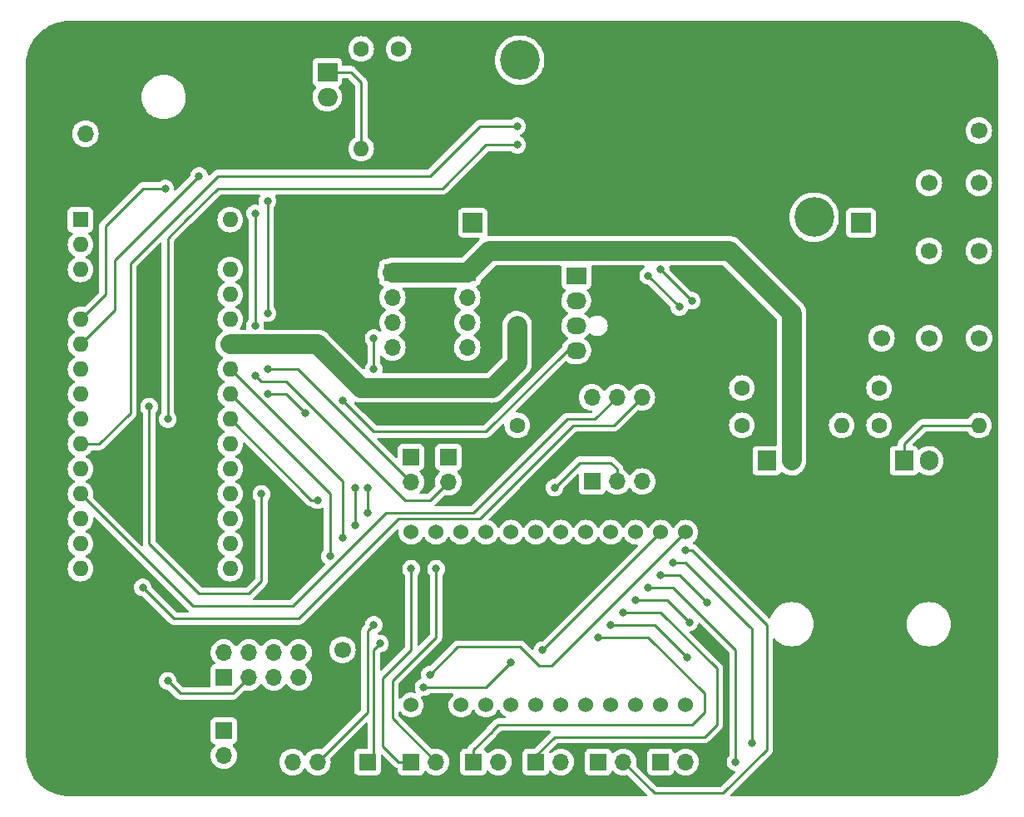
<source format=gbl>
G04 #@! TF.GenerationSoftware,KiCad,Pcbnew,(6.0.0-rc1-57-gf03efa1cba)*
G04 #@! TF.CreationDate,2022-06-21T22:52:06+02:00*
G04 #@! TF.ProjectId,FilamentDryer,46696c61-6d65-46e7-9444-727965722e6b,3.7*
G04 #@! TF.SameCoordinates,Original*
G04 #@! TF.FileFunction,Copper,L2,Bot*
G04 #@! TF.FilePolarity,Positive*
%FSLAX46Y46*%
G04 Gerber Fmt 4.6, Leading zero omitted, Abs format (unit mm)*
G04 Created by KiCad (PCBNEW (6.0.0-rc1-57-gf03efa1cba)) date 2022-06-21 22:52:06*
%MOMM*%
%LPD*%
G01*
G04 APERTURE LIST*
G04 #@! TA.AperFunction,ComponentPad*
%ADD10R,1.700000X1.700000*%
G04 #@! TD*
G04 #@! TA.AperFunction,ComponentPad*
%ADD11O,1.700000X1.700000*%
G04 #@! TD*
G04 #@! TA.AperFunction,ComponentPad*
%ADD12C,1.600000*%
G04 #@! TD*
G04 #@! TA.AperFunction,ComponentPad*
%ADD13O,1.600000X1.600000*%
G04 #@! TD*
G04 #@! TA.AperFunction,ComponentPad*
%ADD14R,2.000000X1.905000*%
G04 #@! TD*
G04 #@! TA.AperFunction,ComponentPad*
%ADD15O,2.000000X1.905000*%
G04 #@! TD*
G04 #@! TA.AperFunction,ComponentPad*
%ADD16C,5.600000*%
G04 #@! TD*
G04 #@! TA.AperFunction,ComponentPad*
%ADD17R,2.030000X1.730000*%
G04 #@! TD*
G04 #@! TA.AperFunction,ComponentPad*
%ADD18O,2.030000X1.730000*%
G04 #@! TD*
G04 #@! TA.AperFunction,ComponentPad*
%ADD19R,1.905000X2.000000*%
G04 #@! TD*
G04 #@! TA.AperFunction,ComponentPad*
%ADD20O,1.905000X2.000000*%
G04 #@! TD*
G04 #@! TA.AperFunction,ComponentPad*
%ADD21C,1.700000*%
G04 #@! TD*
G04 #@! TA.AperFunction,ComponentPad*
%ADD22R,1.600000X1.600000*%
G04 #@! TD*
G04 #@! TA.AperFunction,ComponentPad*
%ADD23C,1.524000*%
G04 #@! TD*
G04 #@! TA.AperFunction,ComponentPad*
%ADD24C,4.030000*%
G04 #@! TD*
G04 #@! TA.AperFunction,ComponentPad*
%ADD25R,2.000000X2.000000*%
G04 #@! TD*
G04 #@! TA.AperFunction,ViaPad*
%ADD26C,0.800000*%
G04 #@! TD*
G04 #@! TA.AperFunction,Conductor*
%ADD27C,0.250000*%
G04 #@! TD*
G04 #@! TA.AperFunction,Conductor*
%ADD28C,2.000000*%
G04 #@! TD*
G04 APERTURE END LIST*
D10*
X163830000Y-77152500D03*
D11*
X163830000Y-79692500D03*
X163830000Y-82232500D03*
X163830000Y-84772500D03*
D12*
X160655000Y-54356000D03*
D13*
X160655000Y-64516000D03*
D14*
X157210000Y-56718200D03*
D15*
X157210000Y-59258200D03*
X157210000Y-61798200D03*
D10*
X165735000Y-127000000D03*
D11*
X168275000Y-127000000D03*
D16*
X221000000Y-126000000D03*
D10*
X172080000Y-127000000D03*
D11*
X174620000Y-127000000D03*
D12*
X199390000Y-92710000D03*
D13*
X209550000Y-92710000D03*
D10*
X169545000Y-95935800D03*
D11*
X169545000Y-98475800D03*
D17*
X182545000Y-77480000D03*
D18*
X182545000Y-80020000D03*
X182545000Y-82560000D03*
X182545000Y-85100000D03*
D10*
X191760000Y-89847500D03*
D11*
X189220000Y-89847500D03*
X186680000Y-89847500D03*
X184140000Y-89847500D03*
D19*
X215900000Y-96307000D03*
D20*
X218440000Y-96307000D03*
X220980000Y-96307000D03*
D10*
X130048000Y-62992000D03*
D11*
X132588000Y-62992000D03*
D16*
X131064000Y-56000000D03*
D12*
X213360000Y-92710000D03*
D13*
X223520000Y-92710000D03*
D10*
X191130000Y-127000000D03*
D11*
X193670000Y-127000000D03*
D21*
X213614000Y-83820000D03*
X208534000Y-83820000D03*
D22*
X132080000Y-71755000D03*
D13*
X132080000Y-74295000D03*
X132080000Y-76835000D03*
X132080000Y-79375000D03*
X132080000Y-81915000D03*
X132080000Y-84455000D03*
X132080000Y-86995000D03*
X132080000Y-89535000D03*
X132080000Y-92075000D03*
X132080000Y-94615000D03*
X132080000Y-97155000D03*
X132080000Y-99695000D03*
X132080000Y-102235000D03*
X132080000Y-104775000D03*
X132080000Y-107315000D03*
X147320000Y-107315000D03*
X147320000Y-104775000D03*
X147320000Y-102235000D03*
X147320000Y-99695000D03*
X147320000Y-97155000D03*
X147320000Y-94615000D03*
X147320000Y-92075000D03*
X147320000Y-89535000D03*
X147320000Y-86995000D03*
X147320000Y-84455000D03*
X147320000Y-81915000D03*
X147320000Y-79375000D03*
X147320000Y-76835000D03*
X147320000Y-74295000D03*
X147320000Y-71755000D03*
D23*
X165735000Y-121195000D03*
X168275000Y-121195000D03*
X170815000Y-121195000D03*
X173355000Y-121195000D03*
X175895000Y-121195000D03*
X178435000Y-121195000D03*
X180975000Y-121195000D03*
X183515000Y-121195000D03*
X186055000Y-121195000D03*
X188595000Y-121195000D03*
X191135000Y-121195000D03*
X193675000Y-121195000D03*
X193675000Y-103595000D03*
X191135000Y-103595000D03*
X188595000Y-103595000D03*
X186055000Y-103595000D03*
X183515000Y-103595000D03*
X180975000Y-103595000D03*
X178435000Y-103595000D03*
X175895000Y-103595000D03*
X173355000Y-103595000D03*
X170815000Y-103595000D03*
X168275000Y-103595000D03*
X165735000Y-103595000D03*
D12*
X213360000Y-88900000D03*
D13*
X223520000Y-88900000D03*
D10*
X184785000Y-127000000D03*
D11*
X187325000Y-127000000D03*
D10*
X184160000Y-98425000D03*
D11*
X186700000Y-98425000D03*
X189240000Y-98425000D03*
X191780000Y-98425000D03*
D12*
X199390000Y-88900000D03*
D13*
X209550000Y-88900000D03*
D10*
X146685000Y-118369000D03*
D11*
X146685000Y-115829000D03*
X149225000Y-118369000D03*
X149225000Y-115829000D03*
X151765000Y-118369000D03*
X151765000Y-115829000D03*
X154305000Y-118369000D03*
X154305000Y-115829000D03*
D21*
X223520000Y-68000000D03*
X218440000Y-68000000D03*
D10*
X178430000Y-127000000D03*
D11*
X180970000Y-127000000D03*
D10*
X171450000Y-77152500D03*
D11*
X171450000Y-79692500D03*
X171450000Y-82232500D03*
X171450000Y-84772500D03*
D19*
X201930000Y-96307000D03*
D20*
X204470000Y-96307000D03*
X207010000Y-96307000D03*
D21*
X223540000Y-83820000D03*
X218460000Y-83820000D03*
D16*
X131000000Y-126000000D03*
D12*
X164465000Y-54356000D03*
D13*
X164465000Y-64516000D03*
D21*
X223520000Y-74930000D03*
X218440000Y-74930000D03*
X223520000Y-62690000D03*
X218440000Y-62690000D03*
D10*
X165715000Y-95945000D03*
D11*
X165715000Y-98485000D03*
D10*
X161290000Y-127000000D03*
D11*
X158750000Y-127000000D03*
X156210000Y-127000000D03*
X153670000Y-127000000D03*
D12*
X176530000Y-92710000D03*
D13*
X176530000Y-82550000D03*
D10*
X146685000Y-123820000D03*
D11*
X146685000Y-126360000D03*
D16*
X221000000Y-56000000D03*
D24*
X176784000Y-55499000D03*
X206756000Y-71501000D03*
D25*
X211518500Y-72072500D03*
X211518500Y-54927500D03*
X172021500Y-72072500D03*
X172021500Y-54927500D03*
D21*
X158750000Y-120650000D03*
X158750000Y-115570000D03*
D26*
X158115000Y-66040000D03*
X211429600Y-115773200D03*
X186055000Y-63000000D03*
X211455000Y-107315000D03*
X186000000Y-52000000D03*
X155000000Y-72000000D03*
X211455000Y-97155000D03*
X204000000Y-124000000D03*
X127635000Y-69850000D03*
X197000000Y-88000000D03*
X158000000Y-52000000D03*
X176000000Y-79000000D03*
X189000000Y-84000000D03*
X147320000Y-129540000D03*
X127635000Y-118000000D03*
X198120000Y-105000000D03*
X215000000Y-52000000D03*
X149860000Y-87630000D03*
X149860000Y-71120000D03*
X149860000Y-82550000D03*
X140716000Y-68580000D03*
X151130000Y-81280000D03*
X151130000Y-69850000D03*
X151130000Y-86995000D03*
X144145000Y-67310000D03*
X156210000Y-100330000D03*
X180340000Y-99060000D03*
X157480000Y-106045000D03*
X158750000Y-90170000D03*
X151130000Y-89535000D03*
X139065000Y-90805000D03*
X154940000Y-91440000D03*
X150495000Y-99695000D03*
X158750000Y-104140000D03*
X176530000Y-64135000D03*
X140970000Y-92075000D03*
X193040000Y-80645000D03*
X189865000Y-77470000D03*
X194310000Y-80010000D03*
X176530000Y-62230000D03*
X191135000Y-76835000D03*
X138430000Y-109220000D03*
X140970000Y-118745000D03*
X160020000Y-102870000D03*
X160020000Y-99060000D03*
X161925000Y-83820000D03*
X161290000Y-99060000D03*
X161925000Y-86995000D03*
X161290000Y-101600000D03*
X167640000Y-118110000D03*
X161925000Y-113030000D03*
X179115000Y-115615000D03*
X175895000Y-116840000D03*
X167005000Y-119380000D03*
X162560000Y-114935000D03*
X193675000Y-105410000D03*
X192405000Y-106680000D03*
X200406000Y-125095000D03*
X195834000Y-110744000D03*
X191135000Y-107950000D03*
X198755000Y-127000000D03*
X189865000Y-109220000D03*
X188595000Y-110490000D03*
X194056000Y-112776000D03*
X187325000Y-111760000D03*
X193802000Y-116332000D03*
X186055000Y-113030000D03*
X184785000Y-114300000D03*
X168275000Y-107315000D03*
X165735000Y-107315000D03*
D27*
X138430000Y-68580000D02*
X134620000Y-72390000D01*
X169545000Y-98475800D02*
X167690800Y-100330000D01*
X134620000Y-79375000D02*
X132080000Y-81915000D01*
X134620000Y-72390000D02*
X134620000Y-79375000D01*
X149860000Y-82550000D02*
X149860000Y-71120000D01*
X153035000Y-88265000D02*
X150495000Y-88265000D01*
X165100000Y-100330000D02*
X153035000Y-88265000D01*
X140716000Y-68580000D02*
X138430000Y-68580000D01*
X167690800Y-100330000D02*
X165100000Y-100330000D01*
X150495000Y-88265000D02*
X149860000Y-87630000D01*
X151130000Y-81280000D02*
X151130000Y-69850000D01*
X135572500Y-80962500D02*
X132080000Y-84455000D01*
X144145000Y-67310000D02*
X135572500Y-75882500D01*
X154225000Y-86995000D02*
X151130000Y-86995000D01*
X135572500Y-75882500D02*
X135572500Y-76517500D01*
X135572500Y-76517500D02*
X135572500Y-80962500D01*
X165715000Y-98485000D02*
X154225000Y-86995000D01*
X186055000Y-96520000D02*
X186700000Y-97165000D01*
X186055000Y-96520000D02*
X182880000Y-96520000D01*
X186700000Y-97165000D02*
X186700000Y-98425000D01*
X156210000Y-100330000D02*
X155575000Y-100330000D01*
X182880000Y-96520000D02*
X180340000Y-99060000D01*
X155575000Y-100330000D02*
X147320000Y-92075000D01*
X147320000Y-89535000D02*
X157480000Y-99695000D01*
X157480000Y-99695000D02*
X157480000Y-106045000D01*
X139065000Y-104775000D02*
X144145000Y-109855000D01*
X173355000Y-93345000D02*
X161925000Y-93345000D01*
X182545000Y-85100000D02*
X181600000Y-85100000D01*
X150495000Y-108585000D02*
X150495000Y-99695000D01*
X144145000Y-109855000D02*
X149225000Y-109855000D01*
X139065000Y-90805000D02*
X139065000Y-104775000D01*
X161925000Y-93345000D02*
X158750000Y-90170000D01*
X149225000Y-109855000D02*
X150495000Y-108585000D01*
X153035000Y-89535000D02*
X154940000Y-91440000D01*
X151130000Y-89535000D02*
X153035000Y-89535000D01*
X181600000Y-85100000D02*
X173355000Y-93345000D01*
X158750000Y-98425000D02*
X147320000Y-86995000D01*
X158750000Y-104140000D02*
X158750000Y-98425000D01*
X173355000Y-64135000D02*
X168910000Y-68580000D01*
X168910000Y-68580000D02*
X146050000Y-68580000D01*
X140970000Y-92075000D02*
X140970000Y-73660000D01*
X140970000Y-73660000D02*
X142875000Y-71755000D01*
X146050000Y-68580000D02*
X142875000Y-71755000D01*
X176530000Y-64135000D02*
X173355000Y-64135000D01*
X189865000Y-77470000D02*
X193040000Y-80645000D01*
D28*
X176530000Y-86360000D02*
X176530000Y-82550000D01*
X173990000Y-88900000D02*
X176530000Y-86360000D01*
X147320000Y-84455000D02*
X156210000Y-84455000D01*
X160655000Y-88900000D02*
X173990000Y-88900000D01*
X156210000Y-84455000D02*
X160655000Y-88900000D01*
D27*
X133985000Y-94615000D02*
X137160000Y-91440000D01*
X137160000Y-76200000D02*
X146050000Y-67310000D01*
X172720000Y-62230000D02*
X167640000Y-67310000D01*
X146050000Y-67310000D02*
X167640000Y-67310000D01*
X176530000Y-62230000D02*
X172720000Y-62230000D01*
X137160000Y-91440000D02*
X137160000Y-76200000D01*
X132080000Y-94615000D02*
X133985000Y-94615000D01*
X191135000Y-76835000D02*
X194310000Y-80010000D01*
X164465000Y-102235000D02*
X154305000Y-112395000D01*
X182245000Y-92710000D02*
X172720000Y-102235000D01*
X164465000Y-102235000D02*
X171450000Y-102235000D01*
X154305000Y-112395000D02*
X141605000Y-112395000D01*
X186357500Y-92710000D02*
X182245000Y-92710000D01*
X172720000Y-102235000D02*
X171450000Y-102235000D01*
X141605000Y-112395000D02*
X138430000Y-109220000D01*
X189220000Y-89847500D02*
X186357500Y-92710000D01*
X163195000Y-101600000D02*
X153670000Y-111125000D01*
X143510000Y-111125000D02*
X132080000Y-99695000D01*
X172085000Y-101600000D02*
X163195000Y-101600000D01*
X181610000Y-92075000D02*
X172085000Y-101600000D01*
X184452500Y-92075000D02*
X181610000Y-92075000D01*
X153670000Y-111125000D02*
X143510000Y-111125000D01*
X186680000Y-89847500D02*
X184452500Y-92075000D01*
X147579000Y-120015000D02*
X149225000Y-118369000D01*
X140970000Y-118745000D02*
X142240000Y-120015000D01*
X142240000Y-120015000D02*
X147579000Y-120015000D01*
D28*
X173672500Y-74930000D02*
X171450000Y-77152500D01*
X163830000Y-77152500D02*
X171450000Y-77152500D01*
X204470000Y-81280000D02*
X198120000Y-74930000D01*
X204470000Y-81280000D02*
X204470000Y-96307000D01*
X198120000Y-74930000D02*
X173672500Y-74930000D01*
D27*
X160020000Y-99060000D02*
X160020000Y-102870000D01*
X161290000Y-99060000D02*
X161290000Y-101600000D01*
X161925000Y-83820000D02*
X161925000Y-86995000D01*
X167640000Y-118110000D02*
X170497500Y-115252500D01*
X161290000Y-113665000D02*
X161925000Y-113030000D01*
X180067500Y-117202500D02*
X193675000Y-103595000D01*
X161290000Y-121920000D02*
X161290000Y-113665000D01*
X170497500Y-115252500D02*
X176847500Y-115252500D01*
X178797500Y-117202500D02*
X180067500Y-117202500D01*
X176847500Y-115252500D02*
X178797500Y-117202500D01*
X156210000Y-127000000D02*
X161290000Y-121920000D01*
X173355000Y-119380000D02*
X167005000Y-119380000D01*
X161925000Y-126365000D02*
X161925000Y-115570000D01*
X191135000Y-103595000D02*
X179115000Y-115615000D01*
X161925000Y-115570000D02*
X162560000Y-114935000D01*
X161290000Y-127000000D02*
X161925000Y-126365000D01*
X175895000Y-116840000D02*
X173355000Y-119380000D01*
X201930000Y-125730000D02*
X201930000Y-113030000D01*
X190500000Y-130175000D02*
X197485000Y-130175000D01*
X197485000Y-130175000D02*
X201930000Y-125730000D01*
X201930000Y-113030000D02*
X194310000Y-105410000D01*
X187325000Y-127000000D02*
X190500000Y-130175000D01*
X194310000Y-105410000D02*
X193675000Y-105410000D01*
X200406000Y-125095000D02*
X200406000Y-113411000D01*
X193675000Y-106680000D02*
X200215500Y-113220500D01*
X200406000Y-113411000D02*
X200215500Y-113220500D01*
X192405000Y-106680000D02*
X193675000Y-106680000D01*
X193040000Y-107950000D02*
X191135000Y-107950000D01*
X195834000Y-110744000D02*
X193040000Y-107950000D01*
X192405000Y-109220000D02*
X198755000Y-115570000D01*
X189865000Y-109220000D02*
X192405000Y-109220000D01*
X198755000Y-127000000D02*
X198755000Y-115570000D01*
X188595000Y-110490000D02*
X191770000Y-110490000D01*
X194056000Y-112776000D02*
X191770000Y-110490000D01*
X180340000Y-124460000D02*
X178430000Y-126370000D01*
X196850000Y-123190000D02*
X195580000Y-124460000D01*
X195580000Y-124460000D02*
X180340000Y-124460000D01*
X187325000Y-111760000D02*
X191135000Y-111760000D01*
X178430000Y-126370000D02*
X178430000Y-127000000D01*
X196850000Y-117475000D02*
X196850000Y-123190000D01*
X191135000Y-111760000D02*
X196850000Y-117475000D01*
X186055000Y-113030000D02*
X190500000Y-113030000D01*
X193802000Y-116332000D02*
X190500000Y-113030000D01*
X194310000Y-123190000D02*
X174625000Y-123190000D01*
X172080000Y-125770258D02*
X172080000Y-127000000D01*
X195580000Y-120015000D02*
X195580000Y-121920000D01*
X195580000Y-121920000D02*
X194310000Y-123190000D01*
X173990000Y-123860258D02*
X172080000Y-125770258D01*
X173990000Y-123860258D02*
X173990000Y-123825000D01*
X189865000Y-114300000D02*
X195580000Y-120015000D01*
X173990000Y-123825000D02*
X174625000Y-123190000D01*
X184785000Y-114300000D02*
X189865000Y-114300000D01*
X163830000Y-118745000D02*
X163830000Y-122555000D01*
X168275000Y-127000000D02*
X163830000Y-122555000D01*
X168275000Y-107315000D02*
X168275000Y-114300000D01*
X168275000Y-114300000D02*
X163830000Y-118745000D01*
X165735000Y-127000000D02*
X164465000Y-127000000D01*
X165735000Y-115570000D02*
X165735000Y-107315000D01*
X164465000Y-127000000D02*
X162877500Y-125412500D01*
X162877500Y-118427500D02*
X165735000Y-115570000D01*
X162877500Y-125412500D02*
X162877500Y-118427500D01*
X215900000Y-94615000D02*
X215900000Y-96307000D01*
X215900000Y-94615000D02*
X217805000Y-92710000D01*
X223520000Y-92710000D02*
X217805000Y-92710000D01*
X160655000Y-64312800D02*
X160655000Y-57785000D01*
X160655000Y-57785000D02*
X159588200Y-56718200D01*
X157210000Y-56718200D02*
X159588200Y-56718200D01*
G04 #@! TA.AperFunction,Conductor*
G36*
X220970681Y-51501500D02*
G01*
X220984957Y-51503723D01*
X220984959Y-51503723D01*
X220993829Y-51505104D01*
X221002732Y-51503940D01*
X221013760Y-51502498D01*
X221035590Y-51501554D01*
X221386706Y-51516884D01*
X221397654Y-51517842D01*
X221775974Y-51567648D01*
X221786778Y-51569554D01*
X222159321Y-51652145D01*
X222169931Y-51654988D01*
X222533848Y-51769730D01*
X222544161Y-51773483D01*
X222896715Y-51919516D01*
X222906659Y-51924154D01*
X223245117Y-52100344D01*
X223254637Y-52105840D01*
X223576449Y-52310857D01*
X223585453Y-52317161D01*
X223888185Y-52549455D01*
X223896605Y-52556521D01*
X224177925Y-52814302D01*
X224185693Y-52822070D01*
X224441193Y-53100900D01*
X224443479Y-53103395D01*
X224450545Y-53111815D01*
X224682839Y-53414547D01*
X224689143Y-53423551D01*
X224894160Y-53745363D01*
X224899655Y-53754882D01*
X225038109Y-54020847D01*
X225075842Y-54093332D01*
X225080484Y-54103285D01*
X225187430Y-54361475D01*
X225226514Y-54455831D01*
X225230270Y-54466152D01*
X225334644Y-54797186D01*
X225345012Y-54830068D01*
X225347855Y-54840679D01*
X225430446Y-55213222D01*
X225432352Y-55224026D01*
X225470750Y-55515694D01*
X225482158Y-55602345D01*
X225483116Y-55613294D01*
X225491919Y-55814899D01*
X225498126Y-55957068D01*
X225496745Y-55981952D01*
X225496277Y-55984954D01*
X225496277Y-55984960D01*
X225494896Y-55993829D01*
X225496060Y-56002731D01*
X225496060Y-56002734D01*
X225498936Y-56024725D01*
X225500000Y-56041062D01*
X225500000Y-125951297D01*
X225498500Y-125970681D01*
X225494896Y-125993829D01*
X225496060Y-126002732D01*
X225497502Y-126013760D01*
X225498446Y-126035590D01*
X225484450Y-126356149D01*
X225483116Y-126386705D01*
X225482158Y-126397654D01*
X225434551Y-126759274D01*
X225432353Y-126775966D01*
X225430446Y-126786778D01*
X225381721Y-127006565D01*
X225347857Y-127159315D01*
X225345012Y-127169931D01*
X225232589Y-127526495D01*
X225230273Y-127533840D01*
X225226517Y-127544161D01*
X225083323Y-127889862D01*
X225080488Y-127896706D01*
X225075846Y-127906659D01*
X224899656Y-128245117D01*
X224894161Y-128254635D01*
X224869385Y-128293526D01*
X224689143Y-128576449D01*
X224682839Y-128585453D01*
X224450545Y-128888185D01*
X224443479Y-128896605D01*
X224185698Y-129177925D01*
X224177925Y-129185698D01*
X223896605Y-129443479D01*
X223888185Y-129450545D01*
X223585453Y-129682839D01*
X223576449Y-129689143D01*
X223254637Y-129894160D01*
X223245118Y-129899655D01*
X222906659Y-130075846D01*
X222896715Y-130080484D01*
X222544161Y-130226517D01*
X222533848Y-130230270D01*
X222169932Y-130345012D01*
X222159321Y-130347855D01*
X221786778Y-130430446D01*
X221775974Y-130432352D01*
X221414062Y-130479998D01*
X221397655Y-130482158D01*
X221386706Y-130483116D01*
X221042930Y-130498126D01*
X221018048Y-130496745D01*
X221015046Y-130496277D01*
X221015040Y-130496277D01*
X221006171Y-130494896D01*
X220997269Y-130496060D01*
X220997266Y-130496060D01*
X220975275Y-130498936D01*
X220958938Y-130500000D01*
X198348780Y-130500000D01*
X198280659Y-130479998D01*
X198234166Y-130426342D01*
X198224062Y-130356068D01*
X198253556Y-130291488D01*
X198259685Y-130284905D01*
X200188932Y-128355659D01*
X202317349Y-126227242D01*
X202325469Y-126219853D01*
X202331877Y-126215786D01*
X202377885Y-126166793D01*
X202380640Y-126163951D01*
X202400120Y-126144471D01*
X202402548Y-126141341D01*
X202402620Y-126141259D01*
X202410229Y-126132351D01*
X202440062Y-126100582D01*
X202449636Y-126083167D01*
X202460493Y-126066638D01*
X202467814Y-126057200D01*
X202472673Y-126050936D01*
X202489979Y-126010943D01*
X202495200Y-126000287D01*
X202512376Y-125969045D01*
X202512380Y-125969036D01*
X202516197Y-125962092D01*
X202520234Y-125946371D01*
X202521140Y-125942840D01*
X202527544Y-125924136D01*
X202532287Y-125913175D01*
X202535437Y-125905896D01*
X202542254Y-125862852D01*
X202544662Y-125851229D01*
X202553529Y-125816696D01*
X202553529Y-125816695D01*
X202555500Y-125809019D01*
X202555500Y-125789144D01*
X202557051Y-125769433D01*
X202558920Y-125757633D01*
X202560160Y-125749804D01*
X202556059Y-125706420D01*
X202555500Y-125694563D01*
X202555500Y-114531937D01*
X202575502Y-114463816D01*
X202629158Y-114417323D01*
X202699432Y-114407219D01*
X202764012Y-114436713D01*
X202776231Y-114448858D01*
X202875242Y-114561758D01*
X202878331Y-114564467D01*
X203093943Y-114753555D01*
X203093949Y-114753559D01*
X203097043Y-114756273D01*
X203100469Y-114758562D01*
X203100474Y-114758566D01*
X203250831Y-114859031D01*
X203342335Y-114920172D01*
X203346034Y-114921996D01*
X203346039Y-114921999D01*
X203603228Y-115048830D01*
X203606923Y-115050652D01*
X203610821Y-115051975D01*
X203610823Y-115051976D01*
X203882368Y-115144154D01*
X203882372Y-115144155D01*
X203886278Y-115145481D01*
X203890322Y-115146285D01*
X203890328Y-115146287D01*
X204171577Y-115202230D01*
X204171580Y-115202230D01*
X204175620Y-115203034D01*
X204179731Y-115203303D01*
X204179735Y-115203304D01*
X204465881Y-115222059D01*
X204470000Y-115222329D01*
X204474119Y-115222059D01*
X204760265Y-115203304D01*
X204760269Y-115203303D01*
X204764380Y-115203034D01*
X204768420Y-115202230D01*
X204768423Y-115202230D01*
X205049672Y-115146287D01*
X205049678Y-115146285D01*
X205053722Y-115145481D01*
X205057628Y-115144155D01*
X205057632Y-115144154D01*
X205329177Y-115051976D01*
X205329179Y-115051975D01*
X205333077Y-115050652D01*
X205336772Y-115048830D01*
X205593961Y-114921999D01*
X205593966Y-114921996D01*
X205597665Y-114920172D01*
X205689169Y-114859031D01*
X205839526Y-114758566D01*
X205839531Y-114758562D01*
X205842957Y-114756273D01*
X205846051Y-114753559D01*
X205846057Y-114753555D01*
X206061669Y-114564467D01*
X206064758Y-114561758D01*
X206087872Y-114535402D01*
X206256555Y-114343057D01*
X206256559Y-114343051D01*
X206259273Y-114339957D01*
X206423172Y-114094664D01*
X206432108Y-114076545D01*
X206551830Y-113833772D01*
X206551831Y-113833770D01*
X206553652Y-113830077D01*
X206561504Y-113806947D01*
X206647154Y-113554632D01*
X206647155Y-113554628D01*
X206648481Y-113550722D01*
X206649862Y-113543782D01*
X206705230Y-113265423D01*
X206705230Y-113265420D01*
X206706034Y-113261380D01*
X206706746Y-113250529D01*
X206725059Y-112971119D01*
X206725329Y-112967000D01*
X216184671Y-112967000D01*
X216184941Y-112971119D01*
X216203255Y-113250529D01*
X216203966Y-113261380D01*
X216204770Y-113265420D01*
X216204770Y-113265423D01*
X216260139Y-113543782D01*
X216261519Y-113550722D01*
X216262845Y-113554628D01*
X216262846Y-113554632D01*
X216348496Y-113806947D01*
X216356348Y-113830077D01*
X216358169Y-113833770D01*
X216358170Y-113833772D01*
X216477893Y-114076545D01*
X216486828Y-114094664D01*
X216650727Y-114339957D01*
X216653441Y-114343051D01*
X216653445Y-114343057D01*
X216822128Y-114535402D01*
X216845242Y-114561758D01*
X216848331Y-114564467D01*
X217063943Y-114753555D01*
X217063949Y-114753559D01*
X217067043Y-114756273D01*
X217070469Y-114758562D01*
X217070474Y-114758566D01*
X217220831Y-114859031D01*
X217312335Y-114920172D01*
X217316034Y-114921996D01*
X217316039Y-114921999D01*
X217573228Y-115048830D01*
X217576923Y-115050652D01*
X217580821Y-115051975D01*
X217580823Y-115051976D01*
X217852368Y-115144154D01*
X217852372Y-115144155D01*
X217856278Y-115145481D01*
X217860322Y-115146285D01*
X217860328Y-115146287D01*
X218141577Y-115202230D01*
X218141580Y-115202230D01*
X218145620Y-115203034D01*
X218149731Y-115203303D01*
X218149735Y-115203304D01*
X218435881Y-115222059D01*
X218440000Y-115222329D01*
X218444119Y-115222059D01*
X218730265Y-115203304D01*
X218730269Y-115203303D01*
X218734380Y-115203034D01*
X218738420Y-115202230D01*
X218738423Y-115202230D01*
X219019672Y-115146287D01*
X219019678Y-115146285D01*
X219023722Y-115145481D01*
X219027628Y-115144155D01*
X219027632Y-115144154D01*
X219299177Y-115051976D01*
X219299179Y-115051975D01*
X219303077Y-115050652D01*
X219306772Y-115048830D01*
X219563961Y-114921999D01*
X219563966Y-114921996D01*
X219567665Y-114920172D01*
X219659169Y-114859031D01*
X219809526Y-114758566D01*
X219809531Y-114758562D01*
X219812957Y-114756273D01*
X219816051Y-114753559D01*
X219816057Y-114753555D01*
X220031669Y-114564467D01*
X220034758Y-114561758D01*
X220057872Y-114535402D01*
X220226555Y-114343057D01*
X220226559Y-114343051D01*
X220229273Y-114339957D01*
X220393172Y-114094664D01*
X220402108Y-114076545D01*
X220521830Y-113833772D01*
X220521831Y-113833770D01*
X220523652Y-113830077D01*
X220531504Y-113806947D01*
X220617154Y-113554632D01*
X220617155Y-113554628D01*
X220618481Y-113550722D01*
X220619862Y-113543782D01*
X220675230Y-113265423D01*
X220675230Y-113265420D01*
X220676034Y-113261380D01*
X220676746Y-113250529D01*
X220695059Y-112971119D01*
X220695329Y-112967000D01*
X220688651Y-112865120D01*
X220676304Y-112676735D01*
X220676303Y-112676731D01*
X220676034Y-112672620D01*
X220672727Y-112655993D01*
X220619287Y-112387328D01*
X220619285Y-112387322D01*
X220618481Y-112383278D01*
X220613491Y-112368576D01*
X220524976Y-112107823D01*
X220524975Y-112107821D01*
X220523652Y-112103923D01*
X220521830Y-112100228D01*
X220394999Y-111843040D01*
X220394996Y-111843035D01*
X220393172Y-111839336D01*
X220229273Y-111594043D01*
X220226559Y-111590949D01*
X220226555Y-111590943D01*
X220037467Y-111375331D01*
X220034758Y-111372242D01*
X220018658Y-111358123D01*
X219816057Y-111180445D01*
X219816051Y-111180441D01*
X219812957Y-111177727D01*
X219809527Y-111175435D01*
X219809526Y-111175434D01*
X219625461Y-111052446D01*
X219567665Y-111013828D01*
X219563966Y-111012004D01*
X219563961Y-111012001D01*
X219306772Y-110885170D01*
X219306770Y-110885169D01*
X219303077Y-110883348D01*
X219270970Y-110872449D01*
X219027632Y-110789846D01*
X219027628Y-110789845D01*
X219023722Y-110788519D01*
X219019678Y-110787715D01*
X219019672Y-110787713D01*
X218738423Y-110731770D01*
X218738420Y-110731770D01*
X218734380Y-110730966D01*
X218730269Y-110730697D01*
X218730265Y-110730696D01*
X218444119Y-110711941D01*
X218440000Y-110711671D01*
X218435881Y-110711941D01*
X218149735Y-110730696D01*
X218149731Y-110730697D01*
X218145620Y-110730966D01*
X218141580Y-110731770D01*
X218141577Y-110731770D01*
X217860328Y-110787713D01*
X217860322Y-110787715D01*
X217856278Y-110788519D01*
X217852372Y-110789845D01*
X217852368Y-110789846D01*
X217609030Y-110872449D01*
X217576923Y-110883348D01*
X217573230Y-110885169D01*
X217573228Y-110885170D01*
X217316040Y-111012001D01*
X217316035Y-111012004D01*
X217312336Y-111013828D01*
X217067043Y-111177727D01*
X217063949Y-111180441D01*
X217063943Y-111180445D01*
X216861342Y-111358123D01*
X216845242Y-111372242D01*
X216842533Y-111375331D01*
X216653445Y-111590943D01*
X216653441Y-111590949D01*
X216650727Y-111594043D01*
X216486828Y-111839336D01*
X216485004Y-111843035D01*
X216485001Y-111843040D01*
X216358170Y-112100228D01*
X216356348Y-112103923D01*
X216355025Y-112107821D01*
X216355024Y-112107823D01*
X216266510Y-112368576D01*
X216261519Y-112383278D01*
X216260715Y-112387322D01*
X216260713Y-112387328D01*
X216207273Y-112655993D01*
X216203966Y-112672620D01*
X216203697Y-112676731D01*
X216203696Y-112676735D01*
X216191349Y-112865120D01*
X216184671Y-112967000D01*
X206725329Y-112967000D01*
X206718651Y-112865120D01*
X206706304Y-112676735D01*
X206706303Y-112676731D01*
X206706034Y-112672620D01*
X206702727Y-112655993D01*
X206649287Y-112387328D01*
X206649285Y-112387322D01*
X206648481Y-112383278D01*
X206643491Y-112368576D01*
X206554976Y-112107823D01*
X206554975Y-112107821D01*
X206553652Y-112103923D01*
X206551830Y-112100228D01*
X206424999Y-111843040D01*
X206424996Y-111843035D01*
X206423172Y-111839336D01*
X206259273Y-111594043D01*
X206256559Y-111590949D01*
X206256555Y-111590943D01*
X206067467Y-111375331D01*
X206064758Y-111372242D01*
X206048658Y-111358123D01*
X205846057Y-111180445D01*
X205846051Y-111180441D01*
X205842957Y-111177727D01*
X205839527Y-111175435D01*
X205839526Y-111175434D01*
X205655461Y-111052446D01*
X205597665Y-111013828D01*
X205593966Y-111012004D01*
X205593961Y-111012001D01*
X205336772Y-110885170D01*
X205336770Y-110885169D01*
X205333077Y-110883348D01*
X205300970Y-110872449D01*
X205057632Y-110789846D01*
X205057628Y-110789845D01*
X205053722Y-110788519D01*
X205049678Y-110787715D01*
X205049672Y-110787713D01*
X204768423Y-110731770D01*
X204768420Y-110731770D01*
X204764380Y-110730966D01*
X204760269Y-110730697D01*
X204760265Y-110730696D01*
X204474119Y-110711941D01*
X204470000Y-110711671D01*
X204465881Y-110711941D01*
X204179735Y-110730696D01*
X204179731Y-110730697D01*
X204175620Y-110730966D01*
X204171580Y-110731770D01*
X204171577Y-110731770D01*
X203890328Y-110787713D01*
X203890322Y-110787715D01*
X203886278Y-110788519D01*
X203882372Y-110789845D01*
X203882368Y-110789846D01*
X203639030Y-110872449D01*
X203606923Y-110883348D01*
X203603230Y-110885169D01*
X203603228Y-110885170D01*
X203346040Y-111012001D01*
X203346035Y-111012004D01*
X203342336Y-111013828D01*
X203097043Y-111177727D01*
X203093949Y-111180441D01*
X203093943Y-111180445D01*
X202891342Y-111358123D01*
X202875242Y-111372242D01*
X202872533Y-111375331D01*
X202683445Y-111590943D01*
X202683441Y-111590949D01*
X202680727Y-111594043D01*
X202516828Y-111839336D01*
X202515004Y-111843035D01*
X202515001Y-111843040D01*
X202388170Y-112100228D01*
X202386348Y-112103923D01*
X202385025Y-112107821D01*
X202385024Y-112107823D01*
X202325314Y-112283722D01*
X202284477Y-112341798D01*
X202218724Y-112368576D01*
X202148932Y-112355555D01*
X202116906Y-112332315D01*
X194807242Y-105022651D01*
X194799853Y-105014531D01*
X194795786Y-105008123D01*
X194746793Y-104962115D01*
X194743951Y-104959360D01*
X194724471Y-104939880D01*
X194721341Y-104937452D01*
X194721259Y-104937380D01*
X194712351Y-104929771D01*
X194680582Y-104899938D01*
X194663167Y-104890364D01*
X194646638Y-104879507D01*
X194637200Y-104872186D01*
X194630936Y-104867327D01*
X194590942Y-104850020D01*
X194580282Y-104844798D01*
X194553684Y-104830176D01*
X194542092Y-104823803D01*
X194522836Y-104818859D01*
X194504147Y-104812460D01*
X194485896Y-104804562D01*
X194485895Y-104804562D01*
X194487099Y-104801780D01*
X194439234Y-104771223D01*
X194409545Y-104706732D01*
X194419436Y-104636428D01*
X194461937Y-104585210D01*
X194485109Y-104568985D01*
X194485112Y-104568983D01*
X194489620Y-104565826D01*
X194645826Y-104409620D01*
X194772534Y-104228661D01*
X194813878Y-104140000D01*
X194863571Y-104033432D01*
X194863572Y-104033431D01*
X194865894Y-104028450D01*
X194878529Y-103981298D01*
X194921646Y-103820381D01*
X194923070Y-103815068D01*
X194942323Y-103595000D01*
X194923070Y-103374932D01*
X194865894Y-103161550D01*
X194772534Y-102961339D01*
X194645826Y-102780380D01*
X194489620Y-102624174D01*
X194485112Y-102621017D01*
X194485109Y-102621015D01*
X194313171Y-102500623D01*
X194313168Y-102500621D01*
X194308662Y-102497466D01*
X194303680Y-102495143D01*
X194303675Y-102495140D01*
X194113432Y-102406429D01*
X194113431Y-102406429D01*
X194108450Y-102404106D01*
X194103142Y-102402684D01*
X194103140Y-102402683D01*
X194037748Y-102385161D01*
X193895068Y-102346930D01*
X193675000Y-102327677D01*
X193454932Y-102346930D01*
X193312252Y-102385161D01*
X193246860Y-102402683D01*
X193246858Y-102402684D01*
X193241550Y-102404106D01*
X193236569Y-102406428D01*
X193236568Y-102406429D01*
X193046320Y-102495143D01*
X193046317Y-102495145D01*
X193041339Y-102497466D01*
X192860380Y-102624174D01*
X192704174Y-102780380D01*
X192577466Y-102961339D01*
X192575145Y-102966317D01*
X192575143Y-102966320D01*
X192519195Y-103086301D01*
X192472278Y-103139586D01*
X192404000Y-103159047D01*
X192336040Y-103138505D01*
X192290805Y-103086301D01*
X192234857Y-102966320D01*
X192234855Y-102966317D01*
X192232534Y-102961339D01*
X192105826Y-102780380D01*
X191949620Y-102624174D01*
X191945112Y-102621017D01*
X191945109Y-102621015D01*
X191773171Y-102500623D01*
X191773168Y-102500621D01*
X191768662Y-102497466D01*
X191763680Y-102495143D01*
X191763675Y-102495140D01*
X191573432Y-102406429D01*
X191573431Y-102406429D01*
X191568450Y-102404106D01*
X191563142Y-102402684D01*
X191563140Y-102402683D01*
X191497748Y-102385161D01*
X191355068Y-102346930D01*
X191135000Y-102327677D01*
X190914932Y-102346930D01*
X190772252Y-102385161D01*
X190706860Y-102402683D01*
X190706858Y-102402684D01*
X190701550Y-102404106D01*
X190696569Y-102406428D01*
X190696568Y-102406429D01*
X190506320Y-102495143D01*
X190506317Y-102495145D01*
X190501339Y-102497466D01*
X190320380Y-102624174D01*
X190164174Y-102780380D01*
X190037466Y-102961339D01*
X190035145Y-102966317D01*
X190035143Y-102966320D01*
X189979195Y-103086301D01*
X189932278Y-103139586D01*
X189864000Y-103159047D01*
X189796040Y-103138505D01*
X189750805Y-103086301D01*
X189694857Y-102966320D01*
X189694855Y-102966317D01*
X189692534Y-102961339D01*
X189565826Y-102780380D01*
X189409620Y-102624174D01*
X189405112Y-102621017D01*
X189405109Y-102621015D01*
X189233171Y-102500623D01*
X189233168Y-102500621D01*
X189228662Y-102497466D01*
X189223680Y-102495143D01*
X189223675Y-102495140D01*
X189033432Y-102406429D01*
X189033431Y-102406429D01*
X189028450Y-102404106D01*
X189023142Y-102402684D01*
X189023140Y-102402683D01*
X188957748Y-102385161D01*
X188815068Y-102346930D01*
X188595000Y-102327677D01*
X188374932Y-102346930D01*
X188232252Y-102385161D01*
X188166860Y-102402683D01*
X188166858Y-102402684D01*
X188161550Y-102404106D01*
X188156569Y-102406428D01*
X188156568Y-102406429D01*
X187966320Y-102495143D01*
X187966317Y-102495145D01*
X187961339Y-102497466D01*
X187780380Y-102624174D01*
X187624174Y-102780380D01*
X187497466Y-102961339D01*
X187495145Y-102966317D01*
X187495143Y-102966320D01*
X187439195Y-103086301D01*
X187392278Y-103139586D01*
X187324000Y-103159047D01*
X187256040Y-103138505D01*
X187210805Y-103086301D01*
X187154857Y-102966320D01*
X187154855Y-102966317D01*
X187152534Y-102961339D01*
X187025826Y-102780380D01*
X186869620Y-102624174D01*
X186865112Y-102621017D01*
X186865109Y-102621015D01*
X186693171Y-102500623D01*
X186693168Y-102500621D01*
X186688662Y-102497466D01*
X186683680Y-102495143D01*
X186683675Y-102495140D01*
X186493432Y-102406429D01*
X186493431Y-102406429D01*
X186488450Y-102404106D01*
X186483142Y-102402684D01*
X186483140Y-102402683D01*
X186417748Y-102385161D01*
X186275068Y-102346930D01*
X186055000Y-102327677D01*
X185834932Y-102346930D01*
X185692252Y-102385161D01*
X185626860Y-102402683D01*
X185626858Y-102402684D01*
X185621550Y-102404106D01*
X185616569Y-102406428D01*
X185616568Y-102406429D01*
X185426320Y-102495143D01*
X185426317Y-102495145D01*
X185421339Y-102497466D01*
X185240380Y-102624174D01*
X185084174Y-102780380D01*
X184957466Y-102961339D01*
X184955145Y-102966317D01*
X184955143Y-102966320D01*
X184899195Y-103086301D01*
X184852278Y-103139586D01*
X184784000Y-103159047D01*
X184716040Y-103138505D01*
X184670805Y-103086301D01*
X184614857Y-102966320D01*
X184614855Y-102966317D01*
X184612534Y-102961339D01*
X184485826Y-102780380D01*
X184329620Y-102624174D01*
X184325112Y-102621017D01*
X184325109Y-102621015D01*
X184153171Y-102500623D01*
X184153168Y-102500621D01*
X184148662Y-102497466D01*
X184143680Y-102495143D01*
X184143675Y-102495140D01*
X183953432Y-102406429D01*
X183953431Y-102406429D01*
X183948450Y-102404106D01*
X183943142Y-102402684D01*
X183943140Y-102402683D01*
X183877748Y-102385161D01*
X183735068Y-102346930D01*
X183515000Y-102327677D01*
X183294932Y-102346930D01*
X183152252Y-102385161D01*
X183086860Y-102402683D01*
X183086858Y-102402684D01*
X183081550Y-102404106D01*
X183076569Y-102406428D01*
X183076568Y-102406429D01*
X182886320Y-102495143D01*
X182886317Y-102495145D01*
X182881339Y-102497466D01*
X182700380Y-102624174D01*
X182544174Y-102780380D01*
X182417466Y-102961339D01*
X182415145Y-102966317D01*
X182415143Y-102966320D01*
X182359195Y-103086301D01*
X182312278Y-103139586D01*
X182244000Y-103159047D01*
X182176040Y-103138505D01*
X182130805Y-103086301D01*
X182074857Y-102966320D01*
X182074855Y-102966317D01*
X182072534Y-102961339D01*
X181945826Y-102780380D01*
X181789620Y-102624174D01*
X181785112Y-102621017D01*
X181785109Y-102621015D01*
X181613171Y-102500623D01*
X181613168Y-102500621D01*
X181608662Y-102497466D01*
X181603680Y-102495143D01*
X181603675Y-102495140D01*
X181413432Y-102406429D01*
X181413431Y-102406429D01*
X181408450Y-102404106D01*
X181403142Y-102402684D01*
X181403140Y-102402683D01*
X181337748Y-102385161D01*
X181195068Y-102346930D01*
X180975000Y-102327677D01*
X180754932Y-102346930D01*
X180612252Y-102385161D01*
X180546860Y-102402683D01*
X180546858Y-102402684D01*
X180541550Y-102404106D01*
X180536569Y-102406428D01*
X180536568Y-102406429D01*
X180346320Y-102495143D01*
X180346317Y-102495145D01*
X180341339Y-102497466D01*
X180160380Y-102624174D01*
X180004174Y-102780380D01*
X179877466Y-102961339D01*
X179875145Y-102966317D01*
X179875143Y-102966320D01*
X179819195Y-103086301D01*
X179772278Y-103139586D01*
X179704000Y-103159047D01*
X179636040Y-103138505D01*
X179590805Y-103086301D01*
X179534857Y-102966320D01*
X179534855Y-102966317D01*
X179532534Y-102961339D01*
X179405826Y-102780380D01*
X179249620Y-102624174D01*
X179245112Y-102621017D01*
X179245109Y-102621015D01*
X179073171Y-102500623D01*
X179073168Y-102500621D01*
X179068662Y-102497466D01*
X179063680Y-102495143D01*
X179063675Y-102495140D01*
X178873432Y-102406429D01*
X178873431Y-102406429D01*
X178868450Y-102404106D01*
X178863142Y-102402684D01*
X178863140Y-102402683D01*
X178797748Y-102385161D01*
X178655068Y-102346930D01*
X178435000Y-102327677D01*
X178214932Y-102346930D01*
X178072252Y-102385161D01*
X178006860Y-102402683D01*
X178006858Y-102402684D01*
X178001550Y-102404106D01*
X177996569Y-102406428D01*
X177996568Y-102406429D01*
X177806320Y-102495143D01*
X177806317Y-102495145D01*
X177801339Y-102497466D01*
X177620380Y-102624174D01*
X177464174Y-102780380D01*
X177337466Y-102961339D01*
X177335145Y-102966317D01*
X177335143Y-102966320D01*
X177279195Y-103086301D01*
X177232278Y-103139586D01*
X177164000Y-103159047D01*
X177096040Y-103138505D01*
X177050805Y-103086301D01*
X176994857Y-102966320D01*
X176994855Y-102966317D01*
X176992534Y-102961339D01*
X176865826Y-102780380D01*
X176709620Y-102624174D01*
X176705112Y-102621017D01*
X176705109Y-102621015D01*
X176533171Y-102500623D01*
X176533168Y-102500621D01*
X176528662Y-102497466D01*
X176523680Y-102495143D01*
X176523675Y-102495140D01*
X176333432Y-102406429D01*
X176333431Y-102406429D01*
X176328450Y-102404106D01*
X176323142Y-102402684D01*
X176323140Y-102402683D01*
X176257748Y-102385161D01*
X176115068Y-102346930D01*
X175895000Y-102327677D01*
X175674932Y-102346930D01*
X175532252Y-102385161D01*
X175466860Y-102402683D01*
X175466858Y-102402684D01*
X175461550Y-102404106D01*
X175456569Y-102406428D01*
X175456568Y-102406429D01*
X175266320Y-102495143D01*
X175266317Y-102495145D01*
X175261339Y-102497466D01*
X175080380Y-102624174D01*
X174924174Y-102780380D01*
X174797466Y-102961339D01*
X174795145Y-102966317D01*
X174795143Y-102966320D01*
X174739195Y-103086301D01*
X174692278Y-103139586D01*
X174624000Y-103159047D01*
X174556040Y-103138505D01*
X174510805Y-103086301D01*
X174454857Y-102966320D01*
X174454855Y-102966317D01*
X174452534Y-102961339D01*
X174325826Y-102780380D01*
X174169620Y-102624174D01*
X174165112Y-102621017D01*
X174165109Y-102621015D01*
X173993171Y-102500623D01*
X173993168Y-102500621D01*
X173988662Y-102497466D01*
X173983680Y-102495143D01*
X173983675Y-102495140D01*
X173793432Y-102406429D01*
X173793431Y-102406429D01*
X173788450Y-102404106D01*
X173783142Y-102402684D01*
X173783140Y-102402683D01*
X173767821Y-102398578D01*
X173720874Y-102385999D01*
X173660254Y-102349049D01*
X173629232Y-102285188D01*
X173637660Y-102214694D01*
X173664392Y-102175198D01*
X176779591Y-99060000D01*
X179434540Y-99060000D01*
X179435230Y-99066565D01*
X179452176Y-99227796D01*
X179454326Y-99248256D01*
X179512821Y-99428284D01*
X179516124Y-99434006D01*
X179516125Y-99434007D01*
X179580363Y-99545271D01*
X179607467Y-99592216D01*
X179611885Y-99597123D01*
X179611886Y-99597124D01*
X179724034Y-99721676D01*
X179734129Y-99732888D01*
X179739468Y-99736767D01*
X179869142Y-99830980D01*
X179887270Y-99844151D01*
X180060197Y-99921144D01*
X180158212Y-99941978D01*
X180238897Y-99959128D01*
X180238901Y-99959128D01*
X180245354Y-99960500D01*
X180434646Y-99960500D01*
X180441099Y-99959128D01*
X180441103Y-99959128D01*
X180521788Y-99941978D01*
X180619803Y-99921144D01*
X180792730Y-99844151D01*
X180810859Y-99830980D01*
X180940532Y-99736767D01*
X180945871Y-99732888D01*
X180955967Y-99721676D01*
X181068114Y-99597124D01*
X181068115Y-99597123D01*
X181072533Y-99592216D01*
X181099637Y-99545271D01*
X181163875Y-99434007D01*
X181163876Y-99434006D01*
X181167179Y-99428284D01*
X181225674Y-99248256D01*
X181227825Y-99227796D01*
X181234179Y-99167334D01*
X181243247Y-99081052D01*
X181270260Y-99015396D01*
X181279462Y-99005128D01*
X182594405Y-97690186D01*
X182656717Y-97656160D01*
X182727533Y-97661225D01*
X182784368Y-97703772D01*
X182809179Y-97770292D01*
X182809500Y-97779281D01*
X182809501Y-98562109D01*
X182809501Y-99322376D01*
X182809870Y-99325770D01*
X182809870Y-99325776D01*
X182813620Y-99360296D01*
X182816149Y-99383580D01*
X182866474Y-99517824D01*
X182871854Y-99525003D01*
X182871856Y-99525006D01*
X182929082Y-99601361D01*
X182952454Y-99632546D01*
X182959635Y-99637928D01*
X183059994Y-99713144D01*
X183059997Y-99713146D01*
X183067176Y-99718526D01*
X183115835Y-99736767D01*
X183194025Y-99766079D01*
X183194027Y-99766079D01*
X183201420Y-99768851D01*
X183209270Y-99769704D01*
X183209271Y-99769704D01*
X183259217Y-99775130D01*
X183262623Y-99775500D01*
X184159868Y-99775500D01*
X185057376Y-99775499D01*
X185060770Y-99775130D01*
X185060776Y-99775130D01*
X185110722Y-99769705D01*
X185110726Y-99769704D01*
X185118580Y-99768851D01*
X185252824Y-99718526D01*
X185260003Y-99713146D01*
X185260006Y-99713144D01*
X185360365Y-99637928D01*
X185367546Y-99632546D01*
X185390918Y-99601361D01*
X185448144Y-99525006D01*
X185448146Y-99525003D01*
X185453526Y-99517824D01*
X185472709Y-99466654D01*
X185500969Y-99391268D01*
X185501912Y-99388752D01*
X185544553Y-99331987D01*
X185611114Y-99307286D01*
X185680463Y-99322493D01*
X185708989Y-99343885D01*
X185828599Y-99463495D01*
X185833107Y-99466652D01*
X185833110Y-99466654D01*
X186004261Y-99586495D01*
X186022170Y-99599035D01*
X186027152Y-99601358D01*
X186027157Y-99601361D01*
X186217214Y-99689986D01*
X186236337Y-99698903D01*
X186241645Y-99700325D01*
X186241647Y-99700326D01*
X186425927Y-99749703D01*
X186464592Y-99760063D01*
X186700000Y-99780659D01*
X186935408Y-99760063D01*
X186974073Y-99749703D01*
X187158353Y-99700326D01*
X187158355Y-99700325D01*
X187163663Y-99698903D01*
X187182786Y-99689986D01*
X187372843Y-99601361D01*
X187372848Y-99601358D01*
X187377830Y-99599035D01*
X187395739Y-99586495D01*
X187566890Y-99466654D01*
X187566893Y-99466652D01*
X187571401Y-99463495D01*
X187738495Y-99296401D01*
X187866787Y-99113180D01*
X187922244Y-99068851D01*
X187992863Y-99061542D01*
X188056224Y-99093572D01*
X188073212Y-99113179D01*
X188201505Y-99296401D01*
X188368599Y-99463495D01*
X188373107Y-99466652D01*
X188373110Y-99466654D01*
X188544261Y-99586495D01*
X188562170Y-99599035D01*
X188567152Y-99601358D01*
X188567157Y-99601361D01*
X188757214Y-99689986D01*
X188776337Y-99698903D01*
X188781645Y-99700325D01*
X188781647Y-99700326D01*
X188965927Y-99749703D01*
X189004592Y-99760063D01*
X189240000Y-99780659D01*
X189475408Y-99760063D01*
X189514073Y-99749703D01*
X189698353Y-99700326D01*
X189698355Y-99700325D01*
X189703663Y-99698903D01*
X189722786Y-99689986D01*
X189912843Y-99601361D01*
X189912848Y-99601358D01*
X189917830Y-99599035D01*
X189935739Y-99586495D01*
X190106890Y-99466654D01*
X190106893Y-99466652D01*
X190111401Y-99463495D01*
X190278495Y-99296401D01*
X190414035Y-99102829D01*
X190424190Y-99081053D01*
X190511580Y-98893645D01*
X190511581Y-98893643D01*
X190513903Y-98888663D01*
X190516004Y-98880824D01*
X190573639Y-98665723D01*
X190573639Y-98665722D01*
X190575063Y-98660408D01*
X190595659Y-98425000D01*
X190575063Y-98189592D01*
X190561707Y-98139746D01*
X190515326Y-97966647D01*
X190515325Y-97966645D01*
X190513903Y-97961337D01*
X190444377Y-97812239D01*
X190416358Y-97752152D01*
X190416356Y-97752149D01*
X190414035Y-97747171D01*
X190278495Y-97553599D01*
X190111401Y-97386505D01*
X190106893Y-97383348D01*
X190106890Y-97383346D01*
X189922339Y-97254122D01*
X189922336Y-97254120D01*
X189917830Y-97250965D01*
X189912848Y-97248642D01*
X189912843Y-97248639D01*
X189708645Y-97153420D01*
X189708644Y-97153419D01*
X189703663Y-97151097D01*
X189698355Y-97149675D01*
X189698353Y-97149674D01*
X189480723Y-97091361D01*
X189480722Y-97091361D01*
X189475408Y-97089937D01*
X189240000Y-97069341D01*
X189004592Y-97089937D01*
X188999278Y-97091361D01*
X188999277Y-97091361D01*
X188781647Y-97149674D01*
X188781645Y-97149675D01*
X188776337Y-97151097D01*
X188771357Y-97153419D01*
X188771355Y-97153420D01*
X188567152Y-97248642D01*
X188567149Y-97248644D01*
X188562171Y-97250965D01*
X188368599Y-97386505D01*
X188201505Y-97553599D01*
X188101678Y-97696168D01*
X188073213Y-97736820D01*
X188017756Y-97781149D01*
X187947137Y-97788458D01*
X187883776Y-97756428D01*
X187866787Y-97736820D01*
X187838322Y-97696168D01*
X187738495Y-97553599D01*
X187571401Y-97386505D01*
X187566893Y-97383348D01*
X187566890Y-97383346D01*
X187440470Y-97294826D01*
X187379228Y-97251944D01*
X187334901Y-97196488D01*
X187325500Y-97148732D01*
X187325500Y-97125650D01*
X187325003Y-97121719D01*
X187324995Y-97121588D01*
X187324078Y-97109933D01*
X187322959Y-97074294D01*
X187322959Y-97074293D01*
X187322710Y-97066373D01*
X187319400Y-97054979D01*
X187317165Y-97047287D01*
X187313156Y-97027928D01*
X187311659Y-97016079D01*
X187311657Y-97016073D01*
X187310664Y-97008208D01*
X187294622Y-96967692D01*
X187290776Y-96956459D01*
X187290746Y-96956355D01*
X187278618Y-96914610D01*
X187268500Y-96897501D01*
X187259805Y-96879755D01*
X187252486Y-96861268D01*
X187226869Y-96826009D01*
X187220354Y-96816090D01*
X187202210Y-96785410D01*
X187202207Y-96785406D01*
X187198170Y-96778580D01*
X187184120Y-96764530D01*
X187171279Y-96749496D01*
X187164254Y-96739827D01*
X187159594Y-96733413D01*
X187126017Y-96705636D01*
X187117236Y-96697646D01*
X186552238Y-96132647D01*
X186544852Y-96124530D01*
X186540786Y-96118123D01*
X186535011Y-96112700D01*
X186535007Y-96112695D01*
X186491777Y-96072099D01*
X186488935Y-96069344D01*
X186469471Y-96049880D01*
X186466341Y-96047452D01*
X186466259Y-96047380D01*
X186457351Y-96039771D01*
X186425582Y-96009938D01*
X186408167Y-96000364D01*
X186391638Y-95989507D01*
X186382200Y-95982186D01*
X186375936Y-95977327D01*
X186335942Y-95960020D01*
X186325282Y-95954798D01*
X186319281Y-95951499D01*
X186287092Y-95933803D01*
X186267836Y-95928859D01*
X186249147Y-95922460D01*
X186230896Y-95914562D01*
X186187841Y-95907743D01*
X186176237Y-95905340D01*
X186134019Y-95894500D01*
X186114144Y-95894500D01*
X186094434Y-95892949D01*
X186082633Y-95891080D01*
X186074804Y-95889840D01*
X186066912Y-95890586D01*
X186031421Y-95893941D01*
X186019563Y-95894500D01*
X182957698Y-95894500D01*
X182946737Y-95893983D01*
X182939332Y-95892328D01*
X182877473Y-95894272D01*
X182872176Y-95894438D01*
X182868219Y-95894500D01*
X182840650Y-95894500D01*
X182836715Y-95894997D01*
X182836605Y-95895004D01*
X182824934Y-95895922D01*
X182789296Y-95897042D01*
X182781372Y-95897291D01*
X182773759Y-95899503D01*
X182773752Y-95899504D01*
X182762282Y-95902836D01*
X182742926Y-95906845D01*
X182740866Y-95907105D01*
X182723208Y-95909336D01*
X182715842Y-95912253D01*
X182715836Y-95912254D01*
X182682683Y-95925381D01*
X182671450Y-95929227D01*
X182637220Y-95939171D01*
X182637213Y-95939174D01*
X182629610Y-95941383D01*
X182622794Y-95945414D01*
X182622791Y-95945415D01*
X182612504Y-95951499D01*
X182594752Y-95960195D01*
X182587335Y-95963132D01*
X182576268Y-95967514D01*
X182569853Y-95972175D01*
X182569849Y-95972177D01*
X182541013Y-95993127D01*
X182531094Y-95999643D01*
X182500402Y-96017794D01*
X182500397Y-96017798D01*
X182493579Y-96021830D01*
X182479526Y-96035883D01*
X182464493Y-96048723D01*
X182448413Y-96060406D01*
X182443360Y-96066514D01*
X182420635Y-96093984D01*
X182412645Y-96102764D01*
X180392814Y-98122595D01*
X180330502Y-98156621D01*
X180303719Y-98159500D01*
X180245354Y-98159500D01*
X180238901Y-98160872D01*
X180238897Y-98160872D01*
X180174266Y-98174610D01*
X180060197Y-98198856D01*
X179887270Y-98275849D01*
X179881929Y-98279729D01*
X179881928Y-98279730D01*
X179839157Y-98310805D01*
X179734129Y-98387112D01*
X179729716Y-98392014D01*
X179729714Y-98392015D01*
X179649344Y-98481275D01*
X179607467Y-98527784D01*
X179604164Y-98533505D01*
X179534061Y-98654928D01*
X179512821Y-98691716D01*
X179454326Y-98871744D01*
X179453636Y-98878305D01*
X179453636Y-98878307D01*
X179446800Y-98943353D01*
X179434540Y-99060000D01*
X176779591Y-99060000D01*
X178027352Y-97812239D01*
X182467186Y-93372405D01*
X182529498Y-93338379D01*
X182556281Y-93335500D01*
X186279797Y-93335500D01*
X186290757Y-93336017D01*
X186298167Y-93337673D01*
X186306093Y-93337424D01*
X186306094Y-93337424D01*
X186365341Y-93335562D01*
X186369299Y-93335500D01*
X186396850Y-93335500D01*
X186400773Y-93335004D01*
X186400888Y-93334997D01*
X186412568Y-93334077D01*
X186456127Y-93332709D01*
X186475216Y-93327163D01*
X186494562Y-93323156D01*
X186514292Y-93320664D01*
X186554823Y-93304616D01*
X186566024Y-93300781D01*
X186607890Y-93288618D01*
X186624999Y-93278500D01*
X186642745Y-93269805D01*
X186661232Y-93262486D01*
X186696491Y-93236869D01*
X186706410Y-93230354D01*
X186737090Y-93212210D01*
X186737094Y-93212207D01*
X186743920Y-93208170D01*
X186757970Y-93194120D01*
X186773004Y-93181279D01*
X186782673Y-93174254D01*
X186789087Y-93169594D01*
X186816870Y-93136010D01*
X186824859Y-93127231D01*
X187242090Y-92710000D01*
X198084532Y-92710000D01*
X198104365Y-92936692D01*
X198105789Y-92942005D01*
X198105789Y-92942007D01*
X198155420Y-93127231D01*
X198163261Y-93156496D01*
X198165583Y-93161476D01*
X198165584Y-93161478D01*
X198256060Y-93355502D01*
X198259432Y-93362734D01*
X198389953Y-93549139D01*
X198550861Y-93710047D01*
X198737266Y-93840568D01*
X198742244Y-93842889D01*
X198742247Y-93842891D01*
X198893672Y-93913502D01*
X198943504Y-93936739D01*
X198948812Y-93938161D01*
X198948814Y-93938162D01*
X199157993Y-93994211D01*
X199157995Y-93994211D01*
X199163308Y-93995635D01*
X199390000Y-94015468D01*
X199616692Y-93995635D01*
X199622005Y-93994211D01*
X199622007Y-93994211D01*
X199831186Y-93938162D01*
X199831188Y-93938161D01*
X199836496Y-93936739D01*
X199886328Y-93913502D01*
X200037753Y-93842891D01*
X200037756Y-93842889D01*
X200042734Y-93840568D01*
X200229139Y-93710047D01*
X200390047Y-93549139D01*
X200520568Y-93362734D01*
X200523941Y-93355502D01*
X200614416Y-93161478D01*
X200614417Y-93161476D01*
X200616739Y-93156496D01*
X200624581Y-93127231D01*
X200674211Y-92942007D01*
X200674211Y-92942005D01*
X200675635Y-92936692D01*
X200695468Y-92710000D01*
X200675635Y-92483308D01*
X200660903Y-92428327D01*
X200618162Y-92268814D01*
X200618161Y-92268812D01*
X200616739Y-92263504D01*
X200613563Y-92256693D01*
X200522891Y-92062247D01*
X200522889Y-92062244D01*
X200520568Y-92057266D01*
X200390047Y-91870861D01*
X200229139Y-91709953D01*
X200042734Y-91579432D01*
X200037756Y-91577111D01*
X200037753Y-91577109D01*
X199841478Y-91485584D01*
X199841476Y-91485583D01*
X199836496Y-91483261D01*
X199831188Y-91481839D01*
X199831186Y-91481838D01*
X199622007Y-91425789D01*
X199622005Y-91425789D01*
X199616692Y-91424365D01*
X199390000Y-91404532D01*
X199163308Y-91424365D01*
X199157995Y-91425789D01*
X199157993Y-91425789D01*
X198948814Y-91481838D01*
X198948812Y-91481839D01*
X198943504Y-91483261D01*
X198938524Y-91485583D01*
X198938522Y-91485584D01*
X198742247Y-91577109D01*
X198742244Y-91577111D01*
X198737266Y-91579432D01*
X198550861Y-91709953D01*
X198389953Y-91870861D01*
X198259432Y-92057266D01*
X198257111Y-92062244D01*
X198257109Y-92062247D01*
X198166437Y-92256693D01*
X198163261Y-92263504D01*
X198161839Y-92268812D01*
X198161838Y-92268814D01*
X198119097Y-92428327D01*
X198104365Y-92483308D01*
X198084532Y-92710000D01*
X187242090Y-92710000D01*
X188763536Y-91188555D01*
X188825848Y-91154529D01*
X188885241Y-91155943D01*
X188971321Y-91179007D01*
X188984592Y-91182563D01*
X189220000Y-91203159D01*
X189455408Y-91182563D01*
X189460723Y-91181139D01*
X189678353Y-91122826D01*
X189678355Y-91122825D01*
X189683663Y-91121403D01*
X189688645Y-91119080D01*
X189892843Y-91023861D01*
X189892848Y-91023858D01*
X189897830Y-91021535D01*
X189938217Y-90993256D01*
X190086890Y-90889154D01*
X190086893Y-90889152D01*
X190091401Y-90885995D01*
X190258495Y-90718901D01*
X190394035Y-90525329D01*
X190432075Y-90443754D01*
X190491580Y-90316145D01*
X190491581Y-90316143D01*
X190493903Y-90311163D01*
X190496176Y-90302682D01*
X190553639Y-90088223D01*
X190553639Y-90088222D01*
X190555063Y-90082908D01*
X190575659Y-89847500D01*
X190555063Y-89612092D01*
X190553639Y-89606777D01*
X190495326Y-89389147D01*
X190495325Y-89389145D01*
X190493903Y-89383837D01*
X190478814Y-89351478D01*
X190396358Y-89174652D01*
X190396356Y-89174649D01*
X190394035Y-89169671D01*
X190258495Y-88976099D01*
X190182396Y-88900000D01*
X198084532Y-88900000D01*
X198104365Y-89126692D01*
X198105789Y-89132005D01*
X198105789Y-89132007D01*
X198153029Y-89308308D01*
X198163261Y-89346496D01*
X198165583Y-89351476D01*
X198165584Y-89351478D01*
X198183150Y-89389147D01*
X198259432Y-89552734D01*
X198389953Y-89739139D01*
X198550861Y-89900047D01*
X198737266Y-90030568D01*
X198742244Y-90032889D01*
X198742247Y-90032891D01*
X198938522Y-90124416D01*
X198943504Y-90126739D01*
X198948812Y-90128161D01*
X198948814Y-90128162D01*
X199157993Y-90184211D01*
X199157995Y-90184211D01*
X199163308Y-90185635D01*
X199390000Y-90205468D01*
X199616692Y-90185635D01*
X199622005Y-90184211D01*
X199622007Y-90184211D01*
X199831186Y-90128162D01*
X199831188Y-90128161D01*
X199836496Y-90126739D01*
X199841478Y-90124416D01*
X200037753Y-90032891D01*
X200037756Y-90032889D01*
X200042734Y-90030568D01*
X200229139Y-89900047D01*
X200390047Y-89739139D01*
X200520568Y-89552734D01*
X200596851Y-89389147D01*
X200614416Y-89351478D01*
X200614417Y-89351476D01*
X200616739Y-89346496D01*
X200626972Y-89308308D01*
X200674211Y-89132007D01*
X200674211Y-89132005D01*
X200675635Y-89126692D01*
X200695468Y-88900000D01*
X200675635Y-88673308D01*
X200673912Y-88666877D01*
X200618162Y-88458814D01*
X200618161Y-88458812D01*
X200616739Y-88453504D01*
X200614416Y-88448522D01*
X200522891Y-88252247D01*
X200522889Y-88252244D01*
X200520568Y-88247266D01*
X200390047Y-88060861D01*
X200229139Y-87899953D01*
X200042734Y-87769432D01*
X200037756Y-87767111D01*
X200037753Y-87767109D01*
X199841478Y-87675584D01*
X199841476Y-87675583D01*
X199836496Y-87673261D01*
X199831188Y-87671839D01*
X199831186Y-87671838D01*
X199622007Y-87615789D01*
X199622005Y-87615789D01*
X199616692Y-87614365D01*
X199390000Y-87594532D01*
X199163308Y-87614365D01*
X199157995Y-87615789D01*
X199157993Y-87615789D01*
X198948814Y-87671838D01*
X198948812Y-87671839D01*
X198943504Y-87673261D01*
X198938524Y-87675583D01*
X198938522Y-87675584D01*
X198742247Y-87767109D01*
X198742244Y-87767111D01*
X198737266Y-87769432D01*
X198550861Y-87899953D01*
X198389953Y-88060861D01*
X198259432Y-88247266D01*
X198257111Y-88252244D01*
X198257109Y-88252247D01*
X198165584Y-88448522D01*
X198163261Y-88453504D01*
X198161839Y-88458812D01*
X198161838Y-88458814D01*
X198106088Y-88666877D01*
X198104365Y-88673308D01*
X198084532Y-88900000D01*
X190182396Y-88900000D01*
X190091401Y-88809005D01*
X190086893Y-88805848D01*
X190086890Y-88805846D01*
X189902339Y-88676622D01*
X189902336Y-88676620D01*
X189897830Y-88673465D01*
X189892848Y-88671142D01*
X189892843Y-88671139D01*
X189688645Y-88575920D01*
X189688644Y-88575919D01*
X189683663Y-88573597D01*
X189678355Y-88572175D01*
X189678353Y-88572174D01*
X189460723Y-88513861D01*
X189460722Y-88513861D01*
X189455408Y-88512437D01*
X189220000Y-88491841D01*
X188984592Y-88512437D01*
X188979278Y-88513861D01*
X188979277Y-88513861D01*
X188761647Y-88572174D01*
X188761645Y-88572175D01*
X188756337Y-88573597D01*
X188751357Y-88575919D01*
X188751355Y-88575920D01*
X188547152Y-88671142D01*
X188547149Y-88671144D01*
X188542171Y-88673465D01*
X188348599Y-88809005D01*
X188181505Y-88976099D01*
X188085749Y-89112854D01*
X188053213Y-89159320D01*
X187997756Y-89203649D01*
X187927137Y-89210958D01*
X187863776Y-89178928D01*
X187846787Y-89159320D01*
X187814251Y-89112854D01*
X187718495Y-88976099D01*
X187551401Y-88809005D01*
X187546893Y-88805848D01*
X187546890Y-88805846D01*
X187362339Y-88676622D01*
X187362336Y-88676620D01*
X187357830Y-88673465D01*
X187352848Y-88671142D01*
X187352843Y-88671139D01*
X187148645Y-88575920D01*
X187148644Y-88575919D01*
X187143663Y-88573597D01*
X187138355Y-88572175D01*
X187138353Y-88572174D01*
X186920723Y-88513861D01*
X186920722Y-88513861D01*
X186915408Y-88512437D01*
X186680000Y-88491841D01*
X186444592Y-88512437D01*
X186439278Y-88513861D01*
X186439277Y-88513861D01*
X186221647Y-88572174D01*
X186221645Y-88572175D01*
X186216337Y-88573597D01*
X186211357Y-88575919D01*
X186211355Y-88575920D01*
X186007152Y-88671142D01*
X186007149Y-88671144D01*
X186002171Y-88673465D01*
X185808599Y-88809005D01*
X185641505Y-88976099D01*
X185545749Y-89112854D01*
X185513213Y-89159320D01*
X185457756Y-89203649D01*
X185387137Y-89210958D01*
X185323776Y-89178928D01*
X185306787Y-89159320D01*
X185274251Y-89112854D01*
X185178495Y-88976099D01*
X185011401Y-88809005D01*
X185006893Y-88805848D01*
X185006890Y-88805846D01*
X184822339Y-88676622D01*
X184822336Y-88676620D01*
X184817830Y-88673465D01*
X184812848Y-88671142D01*
X184812843Y-88671139D01*
X184608645Y-88575920D01*
X184608644Y-88575919D01*
X184603663Y-88573597D01*
X184598355Y-88572175D01*
X184598353Y-88572174D01*
X184380723Y-88513861D01*
X184380722Y-88513861D01*
X184375408Y-88512437D01*
X184140000Y-88491841D01*
X183904592Y-88512437D01*
X183899278Y-88513861D01*
X183899277Y-88513861D01*
X183681647Y-88572174D01*
X183681645Y-88572175D01*
X183676337Y-88573597D01*
X183671357Y-88575919D01*
X183671355Y-88575920D01*
X183467152Y-88671142D01*
X183467149Y-88671144D01*
X183462171Y-88673465D01*
X183268599Y-88809005D01*
X183101505Y-88976099D01*
X182965965Y-89169671D01*
X182963644Y-89174649D01*
X182963642Y-89174652D01*
X182881186Y-89351478D01*
X182866097Y-89383837D01*
X182864675Y-89389145D01*
X182864674Y-89389147D01*
X182806361Y-89606777D01*
X182804937Y-89612092D01*
X182784341Y-89847500D01*
X182804937Y-90082908D01*
X182806361Y-90088222D01*
X182806361Y-90088223D01*
X182863825Y-90302682D01*
X182866097Y-90311163D01*
X182868419Y-90316143D01*
X182868420Y-90316145D01*
X182927926Y-90443754D01*
X182965965Y-90525329D01*
X183101505Y-90718901D01*
X183268599Y-90885995D01*
X183273107Y-90889152D01*
X183273110Y-90889154D01*
X183421783Y-90993256D01*
X183462170Y-91021535D01*
X183467152Y-91023858D01*
X183467157Y-91023861D01*
X183671355Y-91119080D01*
X183676337Y-91121403D01*
X183681645Y-91122825D01*
X183681647Y-91122826D01*
X183899277Y-91181139D01*
X183904592Y-91182563D01*
X184067787Y-91196841D01*
X184080794Y-91197979D01*
X184146912Y-91223843D01*
X184188551Y-91281346D01*
X184192492Y-91352234D01*
X184157482Y-91413998D01*
X184094638Y-91447030D01*
X184069812Y-91449500D01*
X181687698Y-91449500D01*
X181676737Y-91448983D01*
X181669332Y-91447328D01*
X181607473Y-91449272D01*
X181602176Y-91449438D01*
X181598219Y-91449500D01*
X181570650Y-91449500D01*
X181566715Y-91449997D01*
X181566605Y-91450004D01*
X181554934Y-91450922D01*
X181523866Y-91451898D01*
X181511373Y-91452291D01*
X181492284Y-91457837D01*
X181472938Y-91461844D01*
X181453208Y-91464336D01*
X181412677Y-91480384D01*
X181401476Y-91484219D01*
X181359610Y-91496382D01*
X181342497Y-91506502D01*
X181324752Y-91515195D01*
X181306268Y-91522514D01*
X181271003Y-91548136D01*
X181261095Y-91554643D01*
X181230402Y-91572794D01*
X181230397Y-91572798D01*
X181223579Y-91576830D01*
X181209526Y-91590883D01*
X181194493Y-91603723D01*
X181178413Y-91615406D01*
X181173360Y-91621514D01*
X181150635Y-91648984D01*
X181142645Y-91657764D01*
X171862814Y-100937595D01*
X171800502Y-100971621D01*
X171773719Y-100974500D01*
X168237183Y-100974500D01*
X168169062Y-100954498D01*
X168122569Y-100900842D01*
X168112465Y-100830568D01*
X168140098Y-100768186D01*
X168150169Y-100756012D01*
X168158159Y-100747231D01*
X169088535Y-99816855D01*
X169150847Y-99782829D01*
X169210240Y-99784243D01*
X169297226Y-99807550D01*
X169309592Y-99810863D01*
X169545000Y-99831459D01*
X169780408Y-99810863D01*
X169785723Y-99809439D01*
X170003353Y-99751126D01*
X170003355Y-99751125D01*
X170008663Y-99749703D01*
X170013645Y-99747380D01*
X170217843Y-99652161D01*
X170217848Y-99652158D01*
X170222830Y-99649835D01*
X170239835Y-99637928D01*
X170411890Y-99517454D01*
X170411893Y-99517452D01*
X170416401Y-99514295D01*
X170583495Y-99347201D01*
X170719035Y-99153629D01*
X170745047Y-99097848D01*
X170816580Y-98944445D01*
X170816581Y-98944443D01*
X170818903Y-98939463D01*
X170833938Y-98883353D01*
X170878639Y-98716523D01*
X170878639Y-98716522D01*
X170880063Y-98711208D01*
X170900659Y-98475800D01*
X170880063Y-98240392D01*
X170875179Y-98222163D01*
X170820326Y-98017447D01*
X170820325Y-98017445D01*
X170818903Y-98012137D01*
X170812327Y-97998034D01*
X170721358Y-97802952D01*
X170721356Y-97802949D01*
X170719035Y-97797971D01*
X170583495Y-97604399D01*
X170463885Y-97484789D01*
X170429859Y-97422477D01*
X170434924Y-97351662D01*
X170477471Y-97294826D01*
X170508752Y-97277712D01*
X170523891Y-97272037D01*
X170613283Y-97238526D01*
X170629419Y-97232477D01*
X170629420Y-97232476D01*
X170637824Y-97229326D01*
X170645003Y-97223946D01*
X170645006Y-97223944D01*
X170745365Y-97148728D01*
X170752546Y-97143346D01*
X170792933Y-97089458D01*
X170833144Y-97035806D01*
X170833146Y-97035803D01*
X170838526Y-97028624D01*
X170888851Y-96894380D01*
X170893352Y-96852954D01*
X170895131Y-96836574D01*
X170895131Y-96836573D01*
X170895500Y-96833177D01*
X170895499Y-95038424D01*
X170895130Y-95035024D01*
X170889705Y-94985078D01*
X170889704Y-94985074D01*
X170888851Y-94977220D01*
X170838526Y-94842976D01*
X170833146Y-94835797D01*
X170833144Y-94835794D01*
X170757928Y-94735435D01*
X170752546Y-94728254D01*
X170688830Y-94680501D01*
X170645006Y-94647656D01*
X170645003Y-94647654D01*
X170637824Y-94642274D01*
X170533294Y-94603088D01*
X170510975Y-94594721D01*
X170510973Y-94594721D01*
X170503580Y-94591949D01*
X170495730Y-94591096D01*
X170495729Y-94591096D01*
X170445774Y-94585669D01*
X170445773Y-94585669D01*
X170442377Y-94585300D01*
X169545132Y-94585300D01*
X168647624Y-94585301D01*
X168644230Y-94585670D01*
X168644224Y-94585670D01*
X168594278Y-94591095D01*
X168594274Y-94591096D01*
X168586420Y-94591949D01*
X168452176Y-94642274D01*
X168444997Y-94647654D01*
X168444994Y-94647656D01*
X168401170Y-94680501D01*
X168337454Y-94728254D01*
X168332072Y-94735435D01*
X168256856Y-94835794D01*
X168256854Y-94835797D01*
X168251474Y-94842976D01*
X168201149Y-94977220D01*
X168200296Y-94985070D01*
X168200296Y-94985071D01*
X168199297Y-94994271D01*
X168194500Y-95038423D01*
X168194501Y-96833176D01*
X168194870Y-96836570D01*
X168194870Y-96836576D01*
X168198353Y-96868637D01*
X168201149Y-96894380D01*
X168251474Y-97028624D01*
X168256854Y-97035803D01*
X168256856Y-97035806D01*
X168297067Y-97089458D01*
X168337454Y-97143346D01*
X168344635Y-97148728D01*
X168444994Y-97223944D01*
X168444997Y-97223946D01*
X168452176Y-97229326D01*
X168460580Y-97232476D01*
X168460581Y-97232477D01*
X168476717Y-97238526D01*
X168566110Y-97272037D01*
X168581248Y-97277712D01*
X168638013Y-97320353D01*
X168662714Y-97386914D01*
X168647507Y-97456263D01*
X168626115Y-97484789D01*
X168506505Y-97604399D01*
X168370965Y-97797971D01*
X168368644Y-97802949D01*
X168368642Y-97802952D01*
X168277673Y-97998034D01*
X168271097Y-98012137D01*
X168269675Y-98017445D01*
X168269674Y-98017447D01*
X168214821Y-98222163D01*
X168209937Y-98240392D01*
X168189341Y-98475800D01*
X168209937Y-98711208D01*
X168211361Y-98716523D01*
X168211362Y-98716526D01*
X168236557Y-98810559D01*
X168234867Y-98881535D01*
X168203945Y-98932264D01*
X167468614Y-99667595D01*
X167406302Y-99701621D01*
X167379519Y-99704500D01*
X166709586Y-99704500D01*
X166641465Y-99684498D01*
X166594972Y-99630842D01*
X166584868Y-99560568D01*
X166614362Y-99495988D01*
X166620491Y-99489405D01*
X166753495Y-99356401D01*
X166889035Y-99162829D01*
X166895663Y-99148617D01*
X166986580Y-98953645D01*
X166986581Y-98953643D01*
X166988903Y-98948663D01*
X167025908Y-98810559D01*
X167048639Y-98725723D01*
X167048639Y-98725722D01*
X167050063Y-98720408D01*
X167070659Y-98485000D01*
X167050063Y-98249592D01*
X167037189Y-98201545D01*
X166990326Y-98026647D01*
X166990325Y-98026645D01*
X166988903Y-98021337D01*
X166984613Y-98012137D01*
X166891358Y-97812152D01*
X166891356Y-97812149D01*
X166889035Y-97807171D01*
X166753495Y-97613599D01*
X166633885Y-97493989D01*
X166599859Y-97431677D01*
X166604924Y-97360862D01*
X166647471Y-97304026D01*
X166678752Y-97286912D01*
X166680388Y-97286299D01*
X166758861Y-97256881D01*
X166799419Y-97241677D01*
X166799420Y-97241676D01*
X166807824Y-97238526D01*
X166815003Y-97233146D01*
X166815006Y-97233144D01*
X166915365Y-97157928D01*
X166922546Y-97152546D01*
X166968402Y-97091361D01*
X167003144Y-97045006D01*
X167003146Y-97045003D01*
X167008526Y-97037824D01*
X167058851Y-96903580D01*
X167059851Y-96894380D01*
X167065131Y-96845774D01*
X167065131Y-96845773D01*
X167065500Y-96842377D01*
X167065499Y-95047624D01*
X167065130Y-95044224D01*
X167059705Y-94994278D01*
X167059704Y-94994274D01*
X167058851Y-94986420D01*
X167008526Y-94852176D01*
X167003146Y-94844997D01*
X167003144Y-94844994D01*
X166927928Y-94744635D01*
X166922546Y-94737454D01*
X166910271Y-94728254D01*
X166815006Y-94656856D01*
X166815003Y-94656854D01*
X166807824Y-94651474D01*
X166710528Y-94615000D01*
X166680975Y-94603921D01*
X166680973Y-94603921D01*
X166673580Y-94601149D01*
X166665730Y-94600296D01*
X166665729Y-94600296D01*
X166615774Y-94594869D01*
X166615773Y-94594869D01*
X166612377Y-94594500D01*
X165715132Y-94594500D01*
X164817624Y-94594501D01*
X164814230Y-94594870D01*
X164814224Y-94594870D01*
X164764278Y-94600295D01*
X164764274Y-94600296D01*
X164756420Y-94601149D01*
X164622176Y-94651474D01*
X164614997Y-94656854D01*
X164614994Y-94656856D01*
X164519729Y-94728254D01*
X164507454Y-94737454D01*
X164502072Y-94744635D01*
X164426856Y-94844994D01*
X164426854Y-94844997D01*
X164421474Y-94852176D01*
X164371149Y-94986420D01*
X164370296Y-94994270D01*
X164370296Y-94994271D01*
X164364869Y-95044224D01*
X164364500Y-95047623D01*
X164364501Y-95618206D01*
X164364501Y-95945721D01*
X164344499Y-96013842D01*
X164290843Y-96060335D01*
X164220569Y-96070439D01*
X164155989Y-96040946D01*
X164149406Y-96034816D01*
X162300185Y-94185595D01*
X162266159Y-94123283D01*
X162271224Y-94052468D01*
X162313771Y-93995632D01*
X162380291Y-93970821D01*
X162389280Y-93970500D01*
X173277297Y-93970500D01*
X173288257Y-93971017D01*
X173295667Y-93972673D01*
X173303593Y-93972424D01*
X173303594Y-93972424D01*
X173362841Y-93970562D01*
X173366799Y-93970500D01*
X173394350Y-93970500D01*
X173398273Y-93970004D01*
X173398388Y-93969997D01*
X173410068Y-93969077D01*
X173453627Y-93967709D01*
X173472716Y-93962163D01*
X173492062Y-93958156D01*
X173511792Y-93955664D01*
X173552323Y-93939616D01*
X173563524Y-93935781D01*
X173605390Y-93923618D01*
X173622499Y-93913500D01*
X173640245Y-93904805D01*
X173658732Y-93897486D01*
X173693991Y-93871869D01*
X173703910Y-93865354D01*
X173734590Y-93847210D01*
X173734594Y-93847207D01*
X173741420Y-93843170D01*
X173755470Y-93829120D01*
X173770504Y-93816279D01*
X173780173Y-93809254D01*
X173786587Y-93804594D01*
X173814370Y-93771010D01*
X173822359Y-93762231D01*
X174513438Y-93071152D01*
X175013297Y-92571294D01*
X175075607Y-92537269D01*
X175146422Y-92542334D01*
X175203258Y-92584881D01*
X175228069Y-92651401D01*
X175227911Y-92671370D01*
X175225011Y-92704522D01*
X175224532Y-92710000D01*
X175244365Y-92936692D01*
X175245789Y-92942005D01*
X175245789Y-92942007D01*
X175295420Y-93127231D01*
X175303261Y-93156496D01*
X175305583Y-93161476D01*
X175305584Y-93161478D01*
X175396060Y-93355502D01*
X175399432Y-93362734D01*
X175529953Y-93549139D01*
X175690861Y-93710047D01*
X175877266Y-93840568D01*
X175882244Y-93842889D01*
X175882247Y-93842891D01*
X176033672Y-93913502D01*
X176083504Y-93936739D01*
X176088812Y-93938161D01*
X176088814Y-93938162D01*
X176297993Y-93994211D01*
X176297995Y-93994211D01*
X176303308Y-93995635D01*
X176530000Y-94015468D01*
X176756692Y-93995635D01*
X176762005Y-93994211D01*
X176762007Y-93994211D01*
X176971186Y-93938162D01*
X176971188Y-93938161D01*
X176976496Y-93936739D01*
X177026328Y-93913502D01*
X177177753Y-93842891D01*
X177177756Y-93842889D01*
X177182734Y-93840568D01*
X177369139Y-93710047D01*
X177530047Y-93549139D01*
X177660568Y-93362734D01*
X177663941Y-93355502D01*
X177754416Y-93161478D01*
X177754417Y-93161476D01*
X177756739Y-93156496D01*
X177764581Y-93127231D01*
X177814211Y-92942007D01*
X177814211Y-92942005D01*
X177815635Y-92936692D01*
X177835468Y-92710000D01*
X177815635Y-92483308D01*
X177800903Y-92428327D01*
X177758162Y-92268814D01*
X177758161Y-92268812D01*
X177756739Y-92263504D01*
X177753563Y-92256693D01*
X177662891Y-92062247D01*
X177662889Y-92062244D01*
X177660568Y-92057266D01*
X177530047Y-91870861D01*
X177369139Y-91709953D01*
X177182734Y-91579432D01*
X177177756Y-91577111D01*
X177177753Y-91577109D01*
X176981478Y-91485584D01*
X176981476Y-91485583D01*
X176976496Y-91483261D01*
X176971188Y-91481839D01*
X176971186Y-91481838D01*
X176762007Y-91425789D01*
X176762005Y-91425789D01*
X176756692Y-91424365D01*
X176530000Y-91404532D01*
X176524525Y-91405011D01*
X176524522Y-91405011D01*
X176491371Y-91407911D01*
X176421767Y-91393921D01*
X176370775Y-91344521D01*
X176354585Y-91275395D01*
X176378338Y-91208490D01*
X176391296Y-91193295D01*
X181393222Y-86191369D01*
X181455534Y-86157343D01*
X181526349Y-86162408D01*
X181562208Y-86183030D01*
X181614648Y-86226029D01*
X181614654Y-86226033D01*
X181618776Y-86229413D01*
X181623412Y-86232052D01*
X181623415Y-86232054D01*
X181733055Y-86294465D01*
X181820167Y-86344052D01*
X182037995Y-86423119D01*
X182043244Y-86424068D01*
X182043247Y-86424069D01*
X182121881Y-86438288D01*
X182266030Y-86464355D01*
X182270169Y-86464550D01*
X182270176Y-86464551D01*
X182288822Y-86465430D01*
X182288829Y-86465430D01*
X182290310Y-86465500D01*
X182753186Y-86465500D01*
X182925904Y-86450845D01*
X182931068Y-86449505D01*
X182931072Y-86449504D01*
X183133130Y-86397059D01*
X183150206Y-86392627D01*
X183361492Y-86297450D01*
X183553721Y-86168034D01*
X183567627Y-86154769D01*
X183683658Y-86044080D01*
X183721397Y-86008079D01*
X183859724Y-85822160D01*
X183959913Y-85625104D01*
X183962330Y-85620350D01*
X183962330Y-85620349D01*
X183964749Y-85615592D01*
X184016065Y-85450329D01*
X184031884Y-85399384D01*
X184031885Y-85399378D01*
X184033468Y-85394281D01*
X184057194Y-85215274D01*
X184063216Y-85169840D01*
X184063216Y-85169836D01*
X184063916Y-85164556D01*
X184055222Y-84932986D01*
X184007635Y-84706191D01*
X183922517Y-84490655D01*
X183802299Y-84292544D01*
X183789985Y-84278353D01*
X183653921Y-84121552D01*
X183653919Y-84121550D01*
X183650421Y-84117519D01*
X183646295Y-84114136D01*
X183646291Y-84114132D01*
X183475352Y-83973972D01*
X183471224Y-83970587D01*
X183416830Y-83939624D01*
X183367525Y-83888543D01*
X183353663Y-83818913D01*
X183379646Y-83752842D01*
X183408796Y-83725603D01*
X183553721Y-83628034D01*
X183560267Y-83621790D01*
X183662473Y-83524290D01*
X183721397Y-83468079D01*
X183731318Y-83454745D01*
X183807685Y-83352104D01*
X183864395Y-83309391D01*
X183935196Y-83304118D01*
X183990435Y-83331362D01*
X184102564Y-83426791D01*
X184107942Y-83429797D01*
X184107944Y-83429798D01*
X184159923Y-83458848D01*
X184282398Y-83527297D01*
X184377238Y-83558113D01*
X184472471Y-83589056D01*
X184472475Y-83589057D01*
X184478329Y-83590959D01*
X184682894Y-83615351D01*
X184689029Y-83614879D01*
X184689031Y-83614879D01*
X184745039Y-83610569D01*
X184888300Y-83599546D01*
X184894230Y-83597890D01*
X184894232Y-83597890D01*
X185018104Y-83563304D01*
X185086725Y-83544145D01*
X185092214Y-83541372D01*
X185092220Y-83541370D01*
X185248584Y-83462384D01*
X185270610Y-83451258D01*
X185432951Y-83324424D01*
X185459640Y-83293505D01*
X185563540Y-83173134D01*
X185563540Y-83173133D01*
X185567564Y-83168472D01*
X185577614Y-83150782D01*
X185623047Y-83070805D01*
X185669323Y-82989344D01*
X185734351Y-82793863D01*
X185760171Y-82589474D01*
X185760583Y-82560000D01*
X185740480Y-82354970D01*
X185680935Y-82157749D01*
X185584218Y-81975849D01*
X185493503Y-81864622D01*
X185457906Y-81820975D01*
X185457903Y-81820972D01*
X185454011Y-81816200D01*
X185449262Y-81812271D01*
X185300025Y-81688811D01*
X185300021Y-81688809D01*
X185295275Y-81684882D01*
X185114055Y-81586897D01*
X184917254Y-81525977D01*
X184911129Y-81525333D01*
X184911128Y-81525333D01*
X184718498Y-81505087D01*
X184718496Y-81505087D01*
X184712369Y-81504443D01*
X184625529Y-81512346D01*
X184513342Y-81522555D01*
X184513339Y-81522556D01*
X184507203Y-81523114D01*
X184309572Y-81581280D01*
X184304107Y-81584137D01*
X184269043Y-81602468D01*
X184127002Y-81676726D01*
X184039635Y-81746971D01*
X183989920Y-81786942D01*
X183924297Y-81814038D01*
X183854443Y-81801354D01*
X183809857Y-81760211D01*
X183808208Y-81761414D01*
X183805071Y-81757112D01*
X183802299Y-81752544D01*
X183718701Y-81656205D01*
X183653921Y-81581552D01*
X183653919Y-81581550D01*
X183650421Y-81577519D01*
X183646295Y-81574136D01*
X183646291Y-81574132D01*
X183497038Y-81451753D01*
X183471224Y-81430587D01*
X183416830Y-81399624D01*
X183367525Y-81348543D01*
X183353663Y-81278913D01*
X183379646Y-81212842D01*
X183408796Y-81185603D01*
X183413964Y-81182124D01*
X183553721Y-81088034D01*
X183558246Y-81083718D01*
X183664555Y-80982304D01*
X183721397Y-80928079D01*
X183859724Y-80742160D01*
X183917082Y-80629345D01*
X183962330Y-80540350D01*
X183962330Y-80540349D01*
X183964749Y-80535592D01*
X184008918Y-80393344D01*
X184031884Y-80319384D01*
X184031885Y-80319378D01*
X184033468Y-80314281D01*
X184063916Y-80084556D01*
X184055222Y-79852986D01*
X184007635Y-79626191D01*
X183922517Y-79410655D01*
X183802299Y-79212544D01*
X183798802Y-79208514D01*
X183653919Y-79041550D01*
X183653918Y-79041549D01*
X183650421Y-79037519D01*
X183649429Y-79036706D01*
X183615138Y-78975933D01*
X183619215Y-78905053D01*
X183660966Y-78847631D01*
X183693644Y-78829455D01*
X183726324Y-78817204D01*
X183802824Y-78788526D01*
X183810003Y-78783146D01*
X183810006Y-78783144D01*
X183910365Y-78707928D01*
X183917546Y-78702546D01*
X183939688Y-78673002D01*
X183998144Y-78595006D01*
X183998146Y-78595003D01*
X184003526Y-78587824D01*
X184053851Y-78453580D01*
X184060500Y-78392377D01*
X184060499Y-76567624D01*
X184060130Y-76564230D01*
X184060081Y-76563320D01*
X184076366Y-76494217D01*
X184127427Y-76444888D01*
X184185896Y-76430500D01*
X189393011Y-76430500D01*
X189461132Y-76450502D01*
X189507625Y-76504158D01*
X189517729Y-76574432D01*
X189488235Y-76639012D01*
X189444264Y-76671604D01*
X189412270Y-76685849D01*
X189259129Y-76797112D01*
X189254716Y-76802014D01*
X189254714Y-76802015D01*
X189208011Y-76853884D01*
X189132467Y-76937784D01*
X189037821Y-77101716D01*
X188979326Y-77281744D01*
X188959540Y-77470000D01*
X188979326Y-77658256D01*
X189037821Y-77838284D01*
X189132467Y-78002216D01*
X189136885Y-78007123D01*
X189136886Y-78007124D01*
X189239524Y-78121114D01*
X189259129Y-78142888D01*
X189264468Y-78146767D01*
X189400121Y-78245324D01*
X189412270Y-78254151D01*
X189585197Y-78331144D01*
X189683212Y-78351978D01*
X189763897Y-78369128D01*
X189763901Y-78369128D01*
X189770354Y-78370500D01*
X189828720Y-78370500D01*
X189896841Y-78390502D01*
X189917815Y-78407405D01*
X192100538Y-80590129D01*
X192134564Y-80652441D01*
X192136753Y-80666054D01*
X192153458Y-80824993D01*
X192154326Y-80833256D01*
X192212821Y-81013284D01*
X192216124Y-81019006D01*
X192216125Y-81019007D01*
X192254495Y-81085466D01*
X192307467Y-81177216D01*
X192311885Y-81182123D01*
X192311886Y-81182124D01*
X192412101Y-81293423D01*
X192434129Y-81317888D01*
X192439468Y-81321767D01*
X192541273Y-81395732D01*
X192587270Y-81429151D01*
X192760197Y-81506144D01*
X192848217Y-81524853D01*
X192938897Y-81544128D01*
X192938901Y-81544128D01*
X192945354Y-81545500D01*
X193134646Y-81545500D01*
X193141099Y-81544128D01*
X193141103Y-81544128D01*
X193231783Y-81524853D01*
X193319803Y-81506144D01*
X193492730Y-81429151D01*
X193538728Y-81395732D01*
X193640532Y-81321767D01*
X193645871Y-81317888D01*
X193667900Y-81293423D01*
X193768114Y-81182124D01*
X193768115Y-81182123D01*
X193772533Y-81177216D01*
X193825505Y-81085466D01*
X193863875Y-81019007D01*
X193863876Y-81019006D01*
X193867179Y-81013284D01*
X193876251Y-80985365D01*
X193883680Y-80962500D01*
X193885852Y-80955813D01*
X193925925Y-80897208D01*
X193991321Y-80869570D01*
X194031881Y-80871502D01*
X194072647Y-80880167D01*
X194208897Y-80909128D01*
X194208901Y-80909128D01*
X194215354Y-80910500D01*
X194404646Y-80910500D01*
X194411099Y-80909128D01*
X194411103Y-80909128D01*
X194491788Y-80891978D01*
X194589803Y-80871144D01*
X194762730Y-80794151D01*
X194779305Y-80782109D01*
X194910532Y-80686767D01*
X194915871Y-80682888D01*
X194931029Y-80666054D01*
X195038114Y-80547124D01*
X195038115Y-80547123D01*
X195042533Y-80542216D01*
X195107509Y-80429674D01*
X195133875Y-80384007D01*
X195133876Y-80384006D01*
X195137179Y-80378284D01*
X195195674Y-80198256D01*
X195197715Y-80178842D01*
X195214770Y-80016565D01*
X195215460Y-80010000D01*
X195195674Y-79821744D01*
X195137179Y-79641716D01*
X195125356Y-79621237D01*
X195045836Y-79483505D01*
X195042533Y-79477784D01*
X194982090Y-79410655D01*
X194920286Y-79342015D01*
X194920284Y-79342014D01*
X194915871Y-79337112D01*
X194762730Y-79225849D01*
X194589803Y-79148856D01*
X194491788Y-79128022D01*
X194411103Y-79110872D01*
X194411099Y-79110872D01*
X194404646Y-79109500D01*
X194346280Y-79109500D01*
X194278159Y-79089498D01*
X194257185Y-79072595D01*
X192074462Y-76889871D01*
X192040436Y-76827559D01*
X192038247Y-76813946D01*
X192021364Y-76653307D01*
X192021364Y-76653305D01*
X192020674Y-76646744D01*
X192004003Y-76595436D01*
X192001975Y-76524469D01*
X192038638Y-76463671D01*
X192102350Y-76432345D01*
X192123836Y-76430500D01*
X197446282Y-76430500D01*
X197514403Y-76450502D01*
X197535377Y-76467405D01*
X202932595Y-81864622D01*
X202966621Y-81926934D01*
X202969500Y-81953717D01*
X202969500Y-94680500D01*
X202949498Y-94748621D01*
X202895842Y-94795114D01*
X202843500Y-94806500D01*
X201006244Y-94806501D01*
X200930124Y-94806501D01*
X200926730Y-94806870D01*
X200926724Y-94806870D01*
X200876778Y-94812295D01*
X200876774Y-94812296D01*
X200868920Y-94813149D01*
X200734676Y-94863474D01*
X200727497Y-94868854D01*
X200727494Y-94868856D01*
X200627135Y-94944072D01*
X200619954Y-94949454D01*
X200614572Y-94956635D01*
X200539356Y-95056994D01*
X200539354Y-95056997D01*
X200533974Y-95064176D01*
X200514093Y-95117210D01*
X200494594Y-95169225D01*
X200483649Y-95198420D01*
X200477000Y-95259623D01*
X200477001Y-97354376D01*
X200477370Y-97357770D01*
X200477370Y-97357776D01*
X200480914Y-97390399D01*
X200483649Y-97415580D01*
X200533974Y-97549824D01*
X200539354Y-97557003D01*
X200539356Y-97557006D01*
X200613669Y-97656160D01*
X200619954Y-97664546D01*
X200627135Y-97669928D01*
X200727494Y-97745144D01*
X200727497Y-97745146D01*
X200734676Y-97750526D01*
X200794061Y-97772788D01*
X200861525Y-97798079D01*
X200861527Y-97798079D01*
X200868920Y-97800851D01*
X200876770Y-97801704D01*
X200876771Y-97801704D01*
X200916978Y-97806072D01*
X200930123Y-97807500D01*
X201929853Y-97807500D01*
X202929876Y-97807499D01*
X202933270Y-97807130D01*
X202933276Y-97807130D01*
X202983222Y-97801705D01*
X202983226Y-97801704D01*
X202991080Y-97800851D01*
X203125324Y-97750526D01*
X203132503Y-97745146D01*
X203132506Y-97745144D01*
X203232865Y-97669928D01*
X203240046Y-97664546D01*
X203246331Y-97656160D01*
X203320644Y-97557006D01*
X203320646Y-97557003D01*
X203326026Y-97549824D01*
X203333160Y-97530794D01*
X203375800Y-97474029D01*
X203442361Y-97449328D01*
X203511710Y-97464534D01*
X203529234Y-97476140D01*
X203632736Y-97557881D01*
X203632741Y-97557884D01*
X203636790Y-97561082D01*
X203641306Y-97563575D01*
X203641309Y-97563577D01*
X203848278Y-97677830D01*
X203848282Y-97677832D01*
X203852802Y-97680327D01*
X203857671Y-97682051D01*
X203857675Y-97682053D01*
X204080515Y-97760965D01*
X204080519Y-97760966D01*
X204085390Y-97762691D01*
X204090483Y-97763598D01*
X204090486Y-97763599D01*
X204323217Y-97805055D01*
X204323223Y-97805056D01*
X204328306Y-97805961D01*
X204407676Y-97806931D01*
X204569858Y-97808912D01*
X204569860Y-97808912D01*
X204575028Y-97808975D01*
X204818930Y-97771653D01*
X205053460Y-97694997D01*
X205139847Y-97650027D01*
X205267732Y-97583454D01*
X205267733Y-97583453D01*
X205272321Y-97581065D01*
X205276454Y-97577962D01*
X205276457Y-97577960D01*
X205465501Y-97436022D01*
X205465504Y-97436020D01*
X205469636Y-97432917D01*
X205623376Y-97272037D01*
X205636533Y-97258269D01*
X205636534Y-97258268D01*
X205640104Y-97254532D01*
X205657299Y-97229326D01*
X205776230Y-97054979D01*
X205779149Y-97050700D01*
X205848275Y-96901781D01*
X205880856Y-96831591D01*
X205880857Y-96831587D01*
X205883035Y-96826896D01*
X205948974Y-96589129D01*
X205970500Y-96387708D01*
X205970500Y-95259623D01*
X214447000Y-95259623D01*
X214447001Y-97354376D01*
X214447370Y-97357770D01*
X214447370Y-97357776D01*
X214450914Y-97390399D01*
X214453649Y-97415580D01*
X214503974Y-97549824D01*
X214509354Y-97557003D01*
X214509356Y-97557006D01*
X214583669Y-97656160D01*
X214589954Y-97664546D01*
X214597135Y-97669928D01*
X214697494Y-97745144D01*
X214697497Y-97745146D01*
X214704676Y-97750526D01*
X214764061Y-97772788D01*
X214831525Y-97798079D01*
X214831527Y-97798079D01*
X214838920Y-97800851D01*
X214846770Y-97801704D01*
X214846771Y-97801704D01*
X214886978Y-97806072D01*
X214900123Y-97807500D01*
X215899853Y-97807500D01*
X216899876Y-97807499D01*
X216903270Y-97807130D01*
X216903276Y-97807130D01*
X216953222Y-97801705D01*
X216953226Y-97801704D01*
X216961080Y-97800851D01*
X217095324Y-97750526D01*
X217102503Y-97745146D01*
X217102506Y-97745144D01*
X217202865Y-97669928D01*
X217210046Y-97664546D01*
X217216331Y-97656160D01*
X217290644Y-97557006D01*
X217290646Y-97557003D01*
X217296026Y-97549824D01*
X217306930Y-97520738D01*
X217349569Y-97463975D01*
X217416130Y-97439274D01*
X217485479Y-97454481D01*
X217503003Y-97466086D01*
X217629111Y-97565681D01*
X217629115Y-97565683D01*
X217633166Y-97568883D01*
X217637687Y-97571379D01*
X217637689Y-97571380D01*
X217672546Y-97590622D01*
X217842340Y-97684353D01*
X217897178Y-97703772D01*
X218062693Y-97762384D01*
X218062696Y-97762385D01*
X218067565Y-97764109D01*
X218072654Y-97765016D01*
X218072656Y-97765016D01*
X218297703Y-97805103D01*
X218297709Y-97805104D01*
X218302792Y-97806009D01*
X218394028Y-97807124D01*
X218536535Y-97808865D01*
X218536537Y-97808865D01*
X218541704Y-97808928D01*
X218777884Y-97772788D01*
X219004990Y-97698558D01*
X219009578Y-97696170D01*
X219009582Y-97696168D01*
X219212334Y-97590622D01*
X219212335Y-97590621D01*
X219216923Y-97588233D01*
X219221056Y-97585130D01*
X219221059Y-97585128D01*
X219403856Y-97447880D01*
X219403859Y-97447878D01*
X219407991Y-97444775D01*
X219573063Y-97272037D01*
X219707706Y-97074657D01*
X219709882Y-97069970D01*
X219806127Y-96862629D01*
X219806129Y-96862624D01*
X219808304Y-96857938D01*
X219851127Y-96703522D01*
X219870773Y-96632682D01*
X219870773Y-96632680D01*
X219872155Y-96627698D01*
X219893000Y-96432650D01*
X219893000Y-96198929D01*
X219889705Y-96158848D01*
X219878826Y-96026525D01*
X219878825Y-96026519D01*
X219878402Y-96021374D01*
X219846844Y-95895736D01*
X219821455Y-95794654D01*
X219821454Y-95794650D01*
X219820196Y-95789643D01*
X219724923Y-95570530D01*
X219722117Y-95566192D01*
X219597953Y-95374265D01*
X219597949Y-95374259D01*
X219595142Y-95369921D01*
X219434340Y-95193201D01*
X219430289Y-95190002D01*
X219430285Y-95189998D01*
X219250889Y-95048319D01*
X219250885Y-95048317D01*
X219246834Y-95045117D01*
X219240902Y-95041842D01*
X219138073Y-94985078D01*
X219037660Y-94929647D01*
X218865991Y-94868856D01*
X218817307Y-94851616D01*
X218817304Y-94851615D01*
X218812435Y-94849891D01*
X218807346Y-94848984D01*
X218807344Y-94848984D01*
X218582297Y-94808897D01*
X218582291Y-94808896D01*
X218577208Y-94807991D01*
X218485375Y-94806869D01*
X218343465Y-94805135D01*
X218343463Y-94805135D01*
X218338296Y-94805072D01*
X218102116Y-94841212D01*
X217875010Y-94915442D01*
X217870422Y-94917830D01*
X217870418Y-94917832D01*
X217741240Y-94985078D01*
X217663077Y-95025767D01*
X217658944Y-95028870D01*
X217658941Y-95028872D01*
X217499977Y-95148226D01*
X217433492Y-95173132D01*
X217364097Y-95158140D01*
X217313823Y-95108009D01*
X217306346Y-95091704D01*
X217296026Y-95064176D01*
X217290646Y-95056997D01*
X217290644Y-95056994D01*
X217215428Y-94956635D01*
X217210046Y-94949454D01*
X217202865Y-94944072D01*
X217102506Y-94868856D01*
X217102503Y-94868854D01*
X217095324Y-94863474D01*
X217005939Y-94829966D01*
X216968475Y-94815921D01*
X216968473Y-94815921D01*
X216961080Y-94813149D01*
X216953230Y-94812296D01*
X216953229Y-94812296D01*
X216903274Y-94806869D01*
X216903273Y-94806869D01*
X216899877Y-94806500D01*
X216896461Y-94806500D01*
X216893063Y-94806316D01*
X216893119Y-94805278D01*
X216829159Y-94786498D01*
X216782666Y-94732842D01*
X216772562Y-94662568D01*
X216802056Y-94597988D01*
X216808185Y-94591405D01*
X217347123Y-94052468D01*
X218027186Y-93372405D01*
X218089498Y-93338379D01*
X218116281Y-93335500D01*
X222304772Y-93335500D01*
X222372893Y-93355502D01*
X222407982Y-93389226D01*
X222519953Y-93549139D01*
X222680861Y-93710047D01*
X222867266Y-93840568D01*
X222872244Y-93842889D01*
X222872247Y-93842891D01*
X223023672Y-93913502D01*
X223073504Y-93936739D01*
X223078812Y-93938161D01*
X223078814Y-93938162D01*
X223287993Y-93994211D01*
X223287995Y-93994211D01*
X223293308Y-93995635D01*
X223520000Y-94015468D01*
X223746692Y-93995635D01*
X223752005Y-93994211D01*
X223752007Y-93994211D01*
X223961186Y-93938162D01*
X223961188Y-93938161D01*
X223966496Y-93936739D01*
X224016328Y-93913502D01*
X224167753Y-93842891D01*
X224167756Y-93842889D01*
X224172734Y-93840568D01*
X224359139Y-93710047D01*
X224520047Y-93549139D01*
X224650568Y-93362734D01*
X224653941Y-93355502D01*
X224744416Y-93161478D01*
X224744417Y-93161476D01*
X224746739Y-93156496D01*
X224754581Y-93127231D01*
X224804211Y-92942007D01*
X224804211Y-92942005D01*
X224805635Y-92936692D01*
X224825468Y-92710000D01*
X224805635Y-92483308D01*
X224790903Y-92428327D01*
X224748162Y-92268814D01*
X224748161Y-92268812D01*
X224746739Y-92263504D01*
X224743563Y-92256693D01*
X224652891Y-92062247D01*
X224652889Y-92062244D01*
X224650568Y-92057266D01*
X224520047Y-91870861D01*
X224359139Y-91709953D01*
X224172734Y-91579432D01*
X224167756Y-91577111D01*
X224167753Y-91577109D01*
X223971478Y-91485584D01*
X223971476Y-91485583D01*
X223966496Y-91483261D01*
X223961188Y-91481839D01*
X223961186Y-91481838D01*
X223752007Y-91425789D01*
X223752005Y-91425789D01*
X223746692Y-91424365D01*
X223520000Y-91404532D01*
X223293308Y-91424365D01*
X223287995Y-91425789D01*
X223287993Y-91425789D01*
X223078814Y-91481838D01*
X223078812Y-91481839D01*
X223073504Y-91483261D01*
X223068524Y-91485583D01*
X223068522Y-91485584D01*
X222872247Y-91577109D01*
X222872244Y-91577111D01*
X222867266Y-91579432D01*
X222680861Y-91709953D01*
X222519953Y-91870861D01*
X222407983Y-92030773D01*
X222352529Y-92075099D01*
X222304772Y-92084500D01*
X217882703Y-92084500D01*
X217871743Y-92083983D01*
X217864333Y-92082327D01*
X217856407Y-92082576D01*
X217856406Y-92082576D01*
X217797159Y-92084438D01*
X217793201Y-92084500D01*
X217765650Y-92084500D01*
X217761727Y-92084996D01*
X217761612Y-92085003D01*
X217749932Y-92085923D01*
X217706373Y-92087291D01*
X217687284Y-92092837D01*
X217667938Y-92096844D01*
X217648208Y-92099336D01*
X217607677Y-92115384D01*
X217596476Y-92119219D01*
X217554610Y-92131382D01*
X217537501Y-92141500D01*
X217519755Y-92150195D01*
X217501268Y-92157514D01*
X217466012Y-92183129D01*
X217456090Y-92189646D01*
X217425410Y-92207790D01*
X217425406Y-92207793D01*
X217418580Y-92211830D01*
X217404530Y-92225880D01*
X217389496Y-92238721D01*
X217373413Y-92250406D01*
X217368360Y-92256514D01*
X217345631Y-92283989D01*
X217337641Y-92292769D01*
X215512651Y-94117758D01*
X215504531Y-94125147D01*
X215498123Y-94129214D01*
X215492697Y-94134992D01*
X215452115Y-94178207D01*
X215449360Y-94181049D01*
X215429880Y-94200529D01*
X215427452Y-94203659D01*
X215427380Y-94203741D01*
X215419771Y-94212649D01*
X215389938Y-94244418D01*
X215386119Y-94251365D01*
X215380365Y-94261832D01*
X215369508Y-94278361D01*
X215357327Y-94294064D01*
X215354179Y-94301339D01*
X215340020Y-94334058D01*
X215334798Y-94344718D01*
X215313803Y-94382908D01*
X215308859Y-94402164D01*
X215302460Y-94420853D01*
X215294562Y-94439104D01*
X215293322Y-94446934D01*
X215287744Y-94482154D01*
X215285340Y-94493763D01*
X215274500Y-94535981D01*
X215274500Y-94555856D01*
X215272949Y-94575566D01*
X215269840Y-94595196D01*
X215270586Y-94603088D01*
X215273941Y-94638579D01*
X215274500Y-94650437D01*
X215274500Y-94680501D01*
X215254498Y-94748622D01*
X215200842Y-94795115D01*
X215148500Y-94806501D01*
X214900124Y-94806501D01*
X214896730Y-94806870D01*
X214896724Y-94806870D01*
X214846778Y-94812295D01*
X214846774Y-94812296D01*
X214838920Y-94813149D01*
X214704676Y-94863474D01*
X214697497Y-94868854D01*
X214697494Y-94868856D01*
X214597135Y-94944072D01*
X214589954Y-94949454D01*
X214584572Y-94956635D01*
X214509356Y-95056994D01*
X214509354Y-95056997D01*
X214503974Y-95064176D01*
X214484093Y-95117210D01*
X214464594Y-95169225D01*
X214453649Y-95198420D01*
X214447000Y-95259623D01*
X205970500Y-95259623D01*
X205970500Y-92710000D01*
X208244532Y-92710000D01*
X208264365Y-92936692D01*
X208265789Y-92942005D01*
X208265789Y-92942007D01*
X208315420Y-93127231D01*
X208323261Y-93156496D01*
X208325583Y-93161476D01*
X208325584Y-93161478D01*
X208416060Y-93355502D01*
X208419432Y-93362734D01*
X208549953Y-93549139D01*
X208710861Y-93710047D01*
X208897266Y-93840568D01*
X208902244Y-93842889D01*
X208902247Y-93842891D01*
X209053672Y-93913502D01*
X209103504Y-93936739D01*
X209108812Y-93938161D01*
X209108814Y-93938162D01*
X209317993Y-93994211D01*
X209317995Y-93994211D01*
X209323308Y-93995635D01*
X209550000Y-94015468D01*
X209776692Y-93995635D01*
X209782005Y-93994211D01*
X209782007Y-93994211D01*
X209991186Y-93938162D01*
X209991188Y-93938161D01*
X209996496Y-93936739D01*
X210046328Y-93913502D01*
X210197753Y-93842891D01*
X210197756Y-93842889D01*
X210202734Y-93840568D01*
X210389139Y-93710047D01*
X210550047Y-93549139D01*
X210680568Y-93362734D01*
X210683941Y-93355502D01*
X210774416Y-93161478D01*
X210774417Y-93161476D01*
X210776739Y-93156496D01*
X210784581Y-93127231D01*
X210834211Y-92942007D01*
X210834211Y-92942005D01*
X210835635Y-92936692D01*
X210855468Y-92710000D01*
X212054532Y-92710000D01*
X212074365Y-92936692D01*
X212075789Y-92942005D01*
X212075789Y-92942007D01*
X212125420Y-93127231D01*
X212133261Y-93156496D01*
X212135583Y-93161476D01*
X212135584Y-93161478D01*
X212226060Y-93355502D01*
X212229432Y-93362734D01*
X212359953Y-93549139D01*
X212520861Y-93710047D01*
X212707266Y-93840568D01*
X212712244Y-93842889D01*
X212712247Y-93842891D01*
X212863672Y-93913502D01*
X212913504Y-93936739D01*
X212918812Y-93938161D01*
X212918814Y-93938162D01*
X213127993Y-93994211D01*
X213127995Y-93994211D01*
X213133308Y-93995635D01*
X213360000Y-94015468D01*
X213586692Y-93995635D01*
X213592005Y-93994211D01*
X213592007Y-93994211D01*
X213801186Y-93938162D01*
X213801188Y-93938161D01*
X213806496Y-93936739D01*
X213856328Y-93913502D01*
X214007753Y-93842891D01*
X214007756Y-93842889D01*
X214012734Y-93840568D01*
X214199139Y-93710047D01*
X214360047Y-93549139D01*
X214490568Y-93362734D01*
X214493941Y-93355502D01*
X214584416Y-93161478D01*
X214584417Y-93161476D01*
X214586739Y-93156496D01*
X214594581Y-93127231D01*
X214644211Y-92942007D01*
X214644211Y-92942005D01*
X214645635Y-92936692D01*
X214665468Y-92710000D01*
X214645635Y-92483308D01*
X214630903Y-92428327D01*
X214588162Y-92268814D01*
X214588161Y-92268812D01*
X214586739Y-92263504D01*
X214583563Y-92256693D01*
X214492891Y-92062247D01*
X214492889Y-92062244D01*
X214490568Y-92057266D01*
X214360047Y-91870861D01*
X214199139Y-91709953D01*
X214012734Y-91579432D01*
X214007756Y-91577111D01*
X214007753Y-91577109D01*
X213811478Y-91485584D01*
X213811476Y-91485583D01*
X213806496Y-91483261D01*
X213801188Y-91481839D01*
X213801186Y-91481838D01*
X213592007Y-91425789D01*
X213592005Y-91425789D01*
X213586692Y-91424365D01*
X213360000Y-91404532D01*
X213133308Y-91424365D01*
X213127995Y-91425789D01*
X213127993Y-91425789D01*
X212918814Y-91481838D01*
X212918812Y-91481839D01*
X212913504Y-91483261D01*
X212908524Y-91485583D01*
X212908522Y-91485584D01*
X212712247Y-91577109D01*
X212712244Y-91577111D01*
X212707266Y-91579432D01*
X212520861Y-91709953D01*
X212359953Y-91870861D01*
X212229432Y-92057266D01*
X212227111Y-92062244D01*
X212227109Y-92062247D01*
X212136437Y-92256693D01*
X212133261Y-92263504D01*
X212131839Y-92268812D01*
X212131838Y-92268814D01*
X212089097Y-92428327D01*
X212074365Y-92483308D01*
X212054532Y-92710000D01*
X210855468Y-92710000D01*
X210835635Y-92483308D01*
X210820903Y-92428327D01*
X210778162Y-92268814D01*
X210778161Y-92268812D01*
X210776739Y-92263504D01*
X210773563Y-92256693D01*
X210682891Y-92062247D01*
X210682889Y-92062244D01*
X210680568Y-92057266D01*
X210550047Y-91870861D01*
X210389139Y-91709953D01*
X210202734Y-91579432D01*
X210197756Y-91577111D01*
X210197753Y-91577109D01*
X210001478Y-91485584D01*
X210001476Y-91485583D01*
X209996496Y-91483261D01*
X209991188Y-91481839D01*
X209991186Y-91481838D01*
X209782007Y-91425789D01*
X209782005Y-91425789D01*
X209776692Y-91424365D01*
X209550000Y-91404532D01*
X209323308Y-91424365D01*
X209317995Y-91425789D01*
X209317993Y-91425789D01*
X209108814Y-91481838D01*
X209108812Y-91481839D01*
X209103504Y-91483261D01*
X209098524Y-91485583D01*
X209098522Y-91485584D01*
X208902247Y-91577109D01*
X208902244Y-91577111D01*
X208897266Y-91579432D01*
X208710861Y-91709953D01*
X208549953Y-91870861D01*
X208419432Y-92057266D01*
X208417111Y-92062244D01*
X208417109Y-92062247D01*
X208326437Y-92256693D01*
X208323261Y-92263504D01*
X208321839Y-92268812D01*
X208321838Y-92268814D01*
X208279097Y-92428327D01*
X208264365Y-92483308D01*
X208244532Y-92710000D01*
X205970500Y-92710000D01*
X205970500Y-88900000D01*
X212054532Y-88900000D01*
X212074365Y-89126692D01*
X212075789Y-89132005D01*
X212075789Y-89132007D01*
X212123029Y-89308308D01*
X212133261Y-89346496D01*
X212135583Y-89351476D01*
X212135584Y-89351478D01*
X212153150Y-89389147D01*
X212229432Y-89552734D01*
X212359953Y-89739139D01*
X212520861Y-89900047D01*
X212707266Y-90030568D01*
X212712244Y-90032889D01*
X212712247Y-90032891D01*
X212908522Y-90124416D01*
X212913504Y-90126739D01*
X212918812Y-90128161D01*
X212918814Y-90128162D01*
X213127993Y-90184211D01*
X213127995Y-90184211D01*
X213133308Y-90185635D01*
X213360000Y-90205468D01*
X213586692Y-90185635D01*
X213592005Y-90184211D01*
X213592007Y-90184211D01*
X213801186Y-90128162D01*
X213801188Y-90128161D01*
X213806496Y-90126739D01*
X213811478Y-90124416D01*
X214007753Y-90032891D01*
X214007756Y-90032889D01*
X214012734Y-90030568D01*
X214199139Y-89900047D01*
X214360047Y-89739139D01*
X214490568Y-89552734D01*
X214566851Y-89389147D01*
X214584416Y-89351478D01*
X214584417Y-89351476D01*
X214586739Y-89346496D01*
X214596972Y-89308308D01*
X214644211Y-89132007D01*
X214644211Y-89132005D01*
X214645635Y-89126692D01*
X214665468Y-88900000D01*
X214645635Y-88673308D01*
X214643912Y-88666877D01*
X214588162Y-88458814D01*
X214588161Y-88458812D01*
X214586739Y-88453504D01*
X214584416Y-88448522D01*
X214492891Y-88252247D01*
X214492889Y-88252244D01*
X214490568Y-88247266D01*
X214360047Y-88060861D01*
X214199139Y-87899953D01*
X214012734Y-87769432D01*
X214007756Y-87767111D01*
X214007753Y-87767109D01*
X213811478Y-87675584D01*
X213811476Y-87675583D01*
X213806496Y-87673261D01*
X213801188Y-87671839D01*
X213801186Y-87671838D01*
X213592007Y-87615789D01*
X213592005Y-87615789D01*
X213586692Y-87614365D01*
X213360000Y-87594532D01*
X213133308Y-87614365D01*
X213127995Y-87615789D01*
X213127993Y-87615789D01*
X212918814Y-87671838D01*
X212918812Y-87671839D01*
X212913504Y-87673261D01*
X212908524Y-87675583D01*
X212908522Y-87675584D01*
X212712247Y-87767109D01*
X212712244Y-87767111D01*
X212707266Y-87769432D01*
X212520861Y-87899953D01*
X212359953Y-88060861D01*
X212229432Y-88247266D01*
X212227111Y-88252244D01*
X212227109Y-88252247D01*
X212135584Y-88448522D01*
X212133261Y-88453504D01*
X212131839Y-88458812D01*
X212131838Y-88458814D01*
X212076088Y-88666877D01*
X212074365Y-88673308D01*
X212054532Y-88900000D01*
X205970500Y-88900000D01*
X205970500Y-83820000D01*
X212258341Y-83820000D01*
X212278937Y-84055408D01*
X212280361Y-84060722D01*
X212280361Y-84060723D01*
X212314541Y-84188284D01*
X212340097Y-84283663D01*
X212342419Y-84288643D01*
X212342420Y-84288645D01*
X212436620Y-84490655D01*
X212439965Y-84497829D01*
X212575505Y-84691401D01*
X212742599Y-84858495D01*
X212747107Y-84861652D01*
X212747110Y-84861654D01*
X212931661Y-84990878D01*
X212936170Y-84994035D01*
X212941152Y-84996358D01*
X212941157Y-84996361D01*
X213145355Y-85091580D01*
X213150337Y-85093903D01*
X213155645Y-85095325D01*
X213155647Y-85095326D01*
X213373277Y-85153639D01*
X213378592Y-85155063D01*
X213614000Y-85175659D01*
X213849408Y-85155063D01*
X213854723Y-85153639D01*
X214072353Y-85095326D01*
X214072355Y-85095325D01*
X214077663Y-85093903D01*
X214082645Y-85091580D01*
X214286843Y-84996361D01*
X214286848Y-84996358D01*
X214291830Y-84994035D01*
X214296339Y-84990878D01*
X214480890Y-84861654D01*
X214480893Y-84861652D01*
X214485401Y-84858495D01*
X214652495Y-84691401D01*
X214788035Y-84497829D01*
X214791381Y-84490655D01*
X214885580Y-84288645D01*
X214885581Y-84288643D01*
X214887903Y-84283663D01*
X214913460Y-84188284D01*
X214947639Y-84060723D01*
X214947639Y-84060722D01*
X214949063Y-84055408D01*
X214969659Y-83820000D01*
X217104341Y-83820000D01*
X217124937Y-84055408D01*
X217126361Y-84060722D01*
X217126361Y-84060723D01*
X217160541Y-84188284D01*
X217186097Y-84283663D01*
X217188419Y-84288643D01*
X217188420Y-84288645D01*
X217282620Y-84490655D01*
X217285965Y-84497829D01*
X217421505Y-84691401D01*
X217588599Y-84858495D01*
X217593107Y-84861652D01*
X217593110Y-84861654D01*
X217777661Y-84990878D01*
X217782170Y-84994035D01*
X217787152Y-84996358D01*
X217787157Y-84996361D01*
X217991355Y-85091580D01*
X217996337Y-85093903D01*
X218001645Y-85095325D01*
X218001647Y-85095326D01*
X218219277Y-85153639D01*
X218224592Y-85155063D01*
X218460000Y-85175659D01*
X218695408Y-85155063D01*
X218700723Y-85153639D01*
X218918353Y-85095326D01*
X218918355Y-85095325D01*
X218923663Y-85093903D01*
X218928645Y-85091580D01*
X219132843Y-84996361D01*
X219132848Y-84996358D01*
X219137830Y-84994035D01*
X219142339Y-84990878D01*
X219326890Y-84861654D01*
X219326893Y-84861652D01*
X219331401Y-84858495D01*
X219498495Y-84691401D01*
X219634035Y-84497829D01*
X219637381Y-84490655D01*
X219731580Y-84288645D01*
X219731581Y-84288643D01*
X219733903Y-84283663D01*
X219759460Y-84188284D01*
X219793639Y-84060723D01*
X219793639Y-84060722D01*
X219795063Y-84055408D01*
X219815659Y-83820000D01*
X222184341Y-83820000D01*
X222204937Y-84055408D01*
X222206361Y-84060722D01*
X222206361Y-84060723D01*
X222240541Y-84188284D01*
X222266097Y-84283663D01*
X222268419Y-84288643D01*
X222268420Y-84288645D01*
X222362620Y-84490655D01*
X222365965Y-84497829D01*
X222501505Y-84691401D01*
X222668599Y-84858495D01*
X222673107Y-84861652D01*
X222673110Y-84861654D01*
X222857661Y-84990878D01*
X222862170Y-84994035D01*
X222867152Y-84996358D01*
X222867157Y-84996361D01*
X223071355Y-85091580D01*
X223076337Y-85093903D01*
X223081645Y-85095325D01*
X223081647Y-85095326D01*
X223299277Y-85153639D01*
X223304592Y-85155063D01*
X223540000Y-85175659D01*
X223775408Y-85155063D01*
X223780723Y-85153639D01*
X223998353Y-85095326D01*
X223998355Y-85095325D01*
X224003663Y-85093903D01*
X224008645Y-85091580D01*
X224212843Y-84996361D01*
X224212848Y-84996358D01*
X224217830Y-84994035D01*
X224222339Y-84990878D01*
X224406890Y-84861654D01*
X224406893Y-84861652D01*
X224411401Y-84858495D01*
X224578495Y-84691401D01*
X224714035Y-84497829D01*
X224717381Y-84490655D01*
X224811580Y-84288645D01*
X224811581Y-84288643D01*
X224813903Y-84283663D01*
X224839460Y-84188284D01*
X224873639Y-84060723D01*
X224873639Y-84060722D01*
X224875063Y-84055408D01*
X224895659Y-83820000D01*
X224875063Y-83584592D01*
X224864669Y-83545800D01*
X224815326Y-83361647D01*
X224815325Y-83361645D01*
X224813903Y-83356337D01*
X224804784Y-83336781D01*
X224716358Y-83147152D01*
X224716356Y-83147149D01*
X224714035Y-83142171D01*
X224578495Y-82948599D01*
X224411401Y-82781505D01*
X224406893Y-82778348D01*
X224406890Y-82778346D01*
X224222339Y-82649122D01*
X224222336Y-82649120D01*
X224217830Y-82645965D01*
X224212848Y-82643642D01*
X224212843Y-82643639D01*
X224008645Y-82548420D01*
X224008644Y-82548419D01*
X224003663Y-82546097D01*
X223998355Y-82544675D01*
X223998353Y-82544674D01*
X223780723Y-82486361D01*
X223780722Y-82486361D01*
X223775408Y-82484937D01*
X223540000Y-82464341D01*
X223304592Y-82484937D01*
X223299278Y-82486361D01*
X223299277Y-82486361D01*
X223081647Y-82544674D01*
X223081645Y-82544675D01*
X223076337Y-82546097D01*
X223071357Y-82548419D01*
X223071355Y-82548420D01*
X222867152Y-82643642D01*
X222867149Y-82643644D01*
X222862171Y-82645965D01*
X222668599Y-82781505D01*
X222501505Y-82948599D01*
X222365965Y-83142171D01*
X222363644Y-83147149D01*
X222363642Y-83147152D01*
X222275216Y-83336781D01*
X222266097Y-83356337D01*
X222264675Y-83361645D01*
X222264674Y-83361647D01*
X222215331Y-83545800D01*
X222204937Y-83584592D01*
X222184341Y-83820000D01*
X219815659Y-83820000D01*
X219795063Y-83584592D01*
X219784669Y-83545800D01*
X219735326Y-83361647D01*
X219735325Y-83361645D01*
X219733903Y-83356337D01*
X219724784Y-83336781D01*
X219636358Y-83147152D01*
X219636356Y-83147149D01*
X219634035Y-83142171D01*
X219498495Y-82948599D01*
X219331401Y-82781505D01*
X219326893Y-82778348D01*
X219326890Y-82778346D01*
X219142339Y-82649122D01*
X219142336Y-82649120D01*
X219137830Y-82645965D01*
X219132848Y-82643642D01*
X219132843Y-82643639D01*
X218928645Y-82548420D01*
X218928644Y-82548419D01*
X218923663Y-82546097D01*
X218918355Y-82544675D01*
X218918353Y-82544674D01*
X218700723Y-82486361D01*
X218700722Y-82486361D01*
X218695408Y-82484937D01*
X218460000Y-82464341D01*
X218224592Y-82484937D01*
X218219278Y-82486361D01*
X218219277Y-82486361D01*
X218001647Y-82544674D01*
X218001645Y-82544675D01*
X217996337Y-82546097D01*
X217991357Y-82548419D01*
X217991355Y-82548420D01*
X217787152Y-82643642D01*
X217787149Y-82643644D01*
X217782171Y-82645965D01*
X217588599Y-82781505D01*
X217421505Y-82948599D01*
X217285965Y-83142171D01*
X217283644Y-83147149D01*
X217283642Y-83147152D01*
X217195216Y-83336781D01*
X217186097Y-83356337D01*
X217184675Y-83361645D01*
X217184674Y-83361647D01*
X217135331Y-83545800D01*
X217124937Y-83584592D01*
X217104341Y-83820000D01*
X214969659Y-83820000D01*
X214949063Y-83584592D01*
X214938669Y-83545800D01*
X214889326Y-83361647D01*
X214889325Y-83361645D01*
X214887903Y-83356337D01*
X214878784Y-83336781D01*
X214790358Y-83147152D01*
X214790356Y-83147149D01*
X214788035Y-83142171D01*
X214652495Y-82948599D01*
X214485401Y-82781505D01*
X214480893Y-82778348D01*
X214480890Y-82778346D01*
X214296339Y-82649122D01*
X214296336Y-82649120D01*
X214291830Y-82645965D01*
X214286848Y-82643642D01*
X214286843Y-82643639D01*
X214082645Y-82548420D01*
X214082644Y-82548419D01*
X214077663Y-82546097D01*
X214072355Y-82544675D01*
X214072353Y-82544674D01*
X213854723Y-82486361D01*
X213854722Y-82486361D01*
X213849408Y-82484937D01*
X213614000Y-82464341D01*
X213378592Y-82484937D01*
X213373278Y-82486361D01*
X213373277Y-82486361D01*
X213155647Y-82544674D01*
X213155645Y-82544675D01*
X213150337Y-82546097D01*
X213145357Y-82548419D01*
X213145355Y-82548420D01*
X212941152Y-82643642D01*
X212941149Y-82643644D01*
X212936171Y-82645965D01*
X212742599Y-82781505D01*
X212575505Y-82948599D01*
X212439965Y-83142171D01*
X212437644Y-83147149D01*
X212437642Y-83147152D01*
X212349216Y-83336781D01*
X212340097Y-83356337D01*
X212338675Y-83361645D01*
X212338674Y-83361647D01*
X212289331Y-83545800D01*
X212278937Y-83584592D01*
X212258341Y-83820000D01*
X205970500Y-83820000D01*
X205970500Y-81395732D01*
X205971757Y-81377979D01*
X205972265Y-81374412D01*
X205972265Y-81374407D01*
X205972993Y-81369294D01*
X205971915Y-81321767D01*
X205970532Y-81260850D01*
X205970500Y-81257991D01*
X205970500Y-81217446D01*
X205970290Y-81214891D01*
X205970289Y-81214867D01*
X205969491Y-81205161D01*
X205969099Y-81197697D01*
X205969015Y-81194005D01*
X205967395Y-81122618D01*
X205962802Y-81098307D01*
X205960316Y-81085153D01*
X205958549Y-81072084D01*
X205955849Y-81039241D01*
X205955848Y-81039236D01*
X205955425Y-81034089D01*
X205940436Y-80974412D01*
X205937131Y-80961254D01*
X205935526Y-80953955D01*
X205922543Y-80885247D01*
X205922543Y-80885246D01*
X205921583Y-80880167D01*
X205916595Y-80866535D01*
X205908482Y-80844367D01*
X205904604Y-80831761D01*
X205896575Y-80799794D01*
X205896574Y-80799790D01*
X205895316Y-80794783D01*
X205877368Y-80753505D01*
X205865371Y-80725913D01*
X205862595Y-80718973D01*
X205850809Y-80686767D01*
X205836789Y-80648455D01*
X205818017Y-80615276D01*
X205812131Y-80603472D01*
X205802162Y-80580545D01*
X205796928Y-80568507D01*
X205793949Y-80563901D01*
X205756211Y-80505568D01*
X205756138Y-80505455D01*
X205752273Y-80499073D01*
X205717836Y-80438205D01*
X205717831Y-80438197D01*
X205715288Y-80433703D01*
X205712043Y-80429681D01*
X205712038Y-80429674D01*
X205691341Y-80404023D01*
X205683610Y-80393344D01*
X205662905Y-80361339D01*
X205612365Y-80305797D01*
X205607508Y-80300129D01*
X205590197Y-80278674D01*
X205590190Y-80278666D01*
X205588083Y-80276055D01*
X205559325Y-80247297D01*
X205555226Y-80243001D01*
X205532508Y-80218034D01*
X205496846Y-80178842D01*
X205492795Y-80175643D01*
X205492791Y-80175639D01*
X205474598Y-80161272D01*
X205474206Y-80160962D01*
X205463204Y-80151176D01*
X200242027Y-74930000D01*
X217084341Y-74930000D01*
X217104937Y-75165408D01*
X217106361Y-75170722D01*
X217106361Y-75170723D01*
X217147675Y-75324909D01*
X217166097Y-75393663D01*
X217168419Y-75398643D01*
X217168420Y-75398645D01*
X217246460Y-75566000D01*
X217265965Y-75607829D01*
X217401505Y-75801401D01*
X217568599Y-75968495D01*
X217573107Y-75971652D01*
X217573110Y-75971654D01*
X217757661Y-76100878D01*
X217762170Y-76104035D01*
X217767152Y-76106358D01*
X217767157Y-76106361D01*
X217954628Y-76193780D01*
X217976337Y-76203903D01*
X217981645Y-76205325D01*
X217981647Y-76205326D01*
X218199277Y-76263639D01*
X218204592Y-76265063D01*
X218440000Y-76285659D01*
X218675408Y-76265063D01*
X218680723Y-76263639D01*
X218898353Y-76205326D01*
X218898355Y-76205325D01*
X218903663Y-76203903D01*
X218925372Y-76193780D01*
X219112843Y-76106361D01*
X219112848Y-76106358D01*
X219117830Y-76104035D01*
X219122339Y-76100878D01*
X219306890Y-75971654D01*
X219306893Y-75971652D01*
X219311401Y-75968495D01*
X219478495Y-75801401D01*
X219614035Y-75607829D01*
X219633541Y-75566000D01*
X219711580Y-75398645D01*
X219711581Y-75398643D01*
X219713903Y-75393663D01*
X219732326Y-75324909D01*
X219773639Y-75170723D01*
X219773639Y-75170722D01*
X219775063Y-75165408D01*
X219795659Y-74930000D01*
X222164341Y-74930000D01*
X222184937Y-75165408D01*
X222186361Y-75170722D01*
X222186361Y-75170723D01*
X222227675Y-75324909D01*
X222246097Y-75393663D01*
X222248419Y-75398643D01*
X222248420Y-75398645D01*
X222326460Y-75566000D01*
X222345965Y-75607829D01*
X222481505Y-75801401D01*
X222648599Y-75968495D01*
X222653107Y-75971652D01*
X222653110Y-75971654D01*
X222837661Y-76100878D01*
X222842170Y-76104035D01*
X222847152Y-76106358D01*
X222847157Y-76106361D01*
X223034628Y-76193780D01*
X223056337Y-76203903D01*
X223061645Y-76205325D01*
X223061647Y-76205326D01*
X223279277Y-76263639D01*
X223284592Y-76265063D01*
X223520000Y-76285659D01*
X223755408Y-76265063D01*
X223760723Y-76263639D01*
X223978353Y-76205326D01*
X223978355Y-76205325D01*
X223983663Y-76203903D01*
X224005372Y-76193780D01*
X224192843Y-76106361D01*
X224192848Y-76106358D01*
X224197830Y-76104035D01*
X224202339Y-76100878D01*
X224386890Y-75971654D01*
X224386893Y-75971652D01*
X224391401Y-75968495D01*
X224558495Y-75801401D01*
X224694035Y-75607829D01*
X224713541Y-75566000D01*
X224791580Y-75398645D01*
X224791581Y-75398643D01*
X224793903Y-75393663D01*
X224812326Y-75324909D01*
X224853639Y-75170723D01*
X224853639Y-75170722D01*
X224855063Y-75165408D01*
X224875659Y-74930000D01*
X224855063Y-74694592D01*
X224793903Y-74466337D01*
X224694035Y-74252171D01*
X224558495Y-74058599D01*
X224391401Y-73891505D01*
X224386893Y-73888348D01*
X224386890Y-73888346D01*
X224202339Y-73759122D01*
X224202336Y-73759120D01*
X224197830Y-73755965D01*
X224192848Y-73753642D01*
X224192843Y-73753639D01*
X223988645Y-73658420D01*
X223988644Y-73658419D01*
X223983663Y-73656097D01*
X223978355Y-73654675D01*
X223978353Y-73654674D01*
X223760723Y-73596361D01*
X223760722Y-73596361D01*
X223755408Y-73594937D01*
X223520000Y-73574341D01*
X223284592Y-73594937D01*
X223279278Y-73596361D01*
X223279277Y-73596361D01*
X223061647Y-73654674D01*
X223061645Y-73654675D01*
X223056337Y-73656097D01*
X223051357Y-73658419D01*
X223051355Y-73658420D01*
X222847152Y-73753642D01*
X222847149Y-73753644D01*
X222842171Y-73755965D01*
X222648599Y-73891505D01*
X222481505Y-74058599D01*
X222345965Y-74252171D01*
X222246097Y-74466337D01*
X222184937Y-74694592D01*
X222164341Y-74930000D01*
X219795659Y-74930000D01*
X219775063Y-74694592D01*
X219713903Y-74466337D01*
X219614035Y-74252171D01*
X219478495Y-74058599D01*
X219311401Y-73891505D01*
X219306893Y-73888348D01*
X219306890Y-73888346D01*
X219122339Y-73759122D01*
X219122336Y-73759120D01*
X219117830Y-73755965D01*
X219112848Y-73753642D01*
X219112843Y-73753639D01*
X218908645Y-73658420D01*
X218908644Y-73658419D01*
X218903663Y-73656097D01*
X218898355Y-73654675D01*
X218898353Y-73654674D01*
X218680723Y-73596361D01*
X218680722Y-73596361D01*
X218675408Y-73594937D01*
X218440000Y-73574341D01*
X218204592Y-73594937D01*
X218199278Y-73596361D01*
X218199277Y-73596361D01*
X217981647Y-73654674D01*
X217981645Y-73654675D01*
X217976337Y-73656097D01*
X217971357Y-73658419D01*
X217971355Y-73658420D01*
X217767152Y-73753642D01*
X217767149Y-73753644D01*
X217762171Y-73755965D01*
X217568599Y-73891505D01*
X217401505Y-74058599D01*
X217265965Y-74252171D01*
X217166097Y-74466337D01*
X217104937Y-74694592D01*
X217084341Y-74930000D01*
X200242027Y-74930000D01*
X199262853Y-73950826D01*
X199251188Y-73937384D01*
X199249028Y-73934507D01*
X199249026Y-73934504D01*
X199245917Y-73930364D01*
X199234120Y-73919090D01*
X199167484Y-73855412D01*
X199165440Y-73853413D01*
X199136781Y-73824754D01*
X199134823Y-73823094D01*
X199134816Y-73823087D01*
X199127381Y-73816782D01*
X199121827Y-73811781D01*
X199071271Y-73763469D01*
X199067532Y-73759896D01*
X199036034Y-73738409D01*
X199025545Y-73730419D01*
X199004770Y-73712801D01*
X198996469Y-73705761D01*
X198932026Y-73667193D01*
X198925730Y-73663165D01*
X198867976Y-73623768D01*
X198863700Y-73620851D01*
X198859013Y-73618675D01*
X198859007Y-73618672D01*
X198829113Y-73604796D01*
X198817468Y-73598630D01*
X198784750Y-73579049D01*
X198779943Y-73577156D01*
X198779940Y-73577154D01*
X198714878Y-73551526D01*
X198708007Y-73548581D01*
X198705143Y-73547252D01*
X198639896Y-73516965D01*
X198634911Y-73515583D01*
X198634907Y-73515581D01*
X198603157Y-73506776D01*
X198590662Y-73502596D01*
X198555178Y-73488619D01*
X198542576Y-73485917D01*
X198481771Y-73472881D01*
X198474513Y-73471099D01*
X198407105Y-73452406D01*
X198407106Y-73452406D01*
X198402129Y-73451026D01*
X198364220Y-73446975D01*
X198351198Y-73444888D01*
X198318982Y-73437981D01*
X198318967Y-73437979D01*
X198313920Y-73436897D01*
X198238906Y-73433360D01*
X198231451Y-73432786D01*
X198200708Y-73429500D01*
X198160032Y-73429500D01*
X198154097Y-73429360D01*
X198067453Y-73425274D01*
X198042180Y-73428243D01*
X198038809Y-73428639D01*
X198024108Y-73429500D01*
X173788232Y-73429500D01*
X173770479Y-73428243D01*
X173766912Y-73427735D01*
X173766907Y-73427735D01*
X173761794Y-73427007D01*
X173756632Y-73427124D01*
X173756629Y-73427124D01*
X173653350Y-73429468D01*
X173650491Y-73429500D01*
X173609946Y-73429500D01*
X173608882Y-73429587D01*
X173540213Y-73412450D01*
X173491559Y-73360746D01*
X173478581Y-73290946D01*
X173485946Y-73259519D01*
X173504963Y-73208791D01*
X173515351Y-73181080D01*
X173522000Y-73119877D01*
X173521999Y-71501000D01*
X204235526Y-71501000D01*
X204255401Y-71816899D01*
X204314711Y-72127816D01*
X204412523Y-72428848D01*
X204547292Y-72715248D01*
X204716894Y-72982497D01*
X204918654Y-73226383D01*
X204921541Y-73229094D01*
X205143982Y-73437981D01*
X205149389Y-73443059D01*
X205152591Y-73445386D01*
X205152593Y-73445387D01*
X205212097Y-73488619D01*
X205405462Y-73629107D01*
X205408931Y-73631014D01*
X205408934Y-73631016D01*
X205641959Y-73759122D01*
X205682834Y-73781593D01*
X205759424Y-73811917D01*
X205970284Y-73895402D01*
X205977131Y-73898113D01*
X205980965Y-73899097D01*
X205980973Y-73899100D01*
X206157851Y-73944514D01*
X206283710Y-73976829D01*
X206287638Y-73977325D01*
X206287642Y-73977326D01*
X206411910Y-73993024D01*
X206597738Y-74016500D01*
X206914262Y-74016500D01*
X207100090Y-73993024D01*
X207224358Y-73977326D01*
X207224362Y-73977325D01*
X207228290Y-73976829D01*
X207354149Y-73944514D01*
X207531027Y-73899100D01*
X207531035Y-73899097D01*
X207534869Y-73898113D01*
X207541717Y-73895402D01*
X207752576Y-73811917D01*
X207829166Y-73781593D01*
X207870041Y-73759122D01*
X208103066Y-73631016D01*
X208103069Y-73631014D01*
X208106538Y-73629107D01*
X208299903Y-73488619D01*
X208359407Y-73445387D01*
X208359409Y-73445386D01*
X208362611Y-73443059D01*
X208368019Y-73437981D01*
X208590459Y-73229094D01*
X208593346Y-73226383D01*
X208795106Y-72982497D01*
X208964708Y-72715248D01*
X209099477Y-72428848D01*
X209197289Y-72127816D01*
X209256599Y-71816899D01*
X209276474Y-71501000D01*
X209256599Y-71185101D01*
X209226082Y-71025123D01*
X210018000Y-71025123D01*
X210018001Y-73119876D01*
X210018370Y-73123270D01*
X210018370Y-73123276D01*
X210022841Y-73164432D01*
X210024649Y-73181080D01*
X210074974Y-73315324D01*
X210080354Y-73322503D01*
X210080356Y-73322506D01*
X210109016Y-73360746D01*
X210160954Y-73430046D01*
X210168135Y-73435428D01*
X210268494Y-73510644D01*
X210268497Y-73510646D01*
X210275676Y-73516026D01*
X210362518Y-73548581D01*
X210402525Y-73563579D01*
X210402527Y-73563579D01*
X210409920Y-73566351D01*
X210417770Y-73567204D01*
X210417771Y-73567204D01*
X210467717Y-73572630D01*
X210471123Y-73573000D01*
X211518346Y-73573000D01*
X212565876Y-73572999D01*
X212569270Y-73572630D01*
X212569276Y-73572630D01*
X212619222Y-73567205D01*
X212619226Y-73567204D01*
X212627080Y-73566351D01*
X212761324Y-73516026D01*
X212768503Y-73510646D01*
X212768506Y-73510644D01*
X212868865Y-73435428D01*
X212876046Y-73430046D01*
X212927984Y-73360746D01*
X212956644Y-73322506D01*
X212956646Y-73322503D01*
X212962026Y-73315324D01*
X213012351Y-73181080D01*
X213019000Y-73119877D01*
X213018999Y-71025124D01*
X213012351Y-70963920D01*
X212962026Y-70829676D01*
X212956646Y-70822497D01*
X212956644Y-70822494D01*
X212881428Y-70722135D01*
X212876046Y-70714954D01*
X212862757Y-70704994D01*
X212768506Y-70634356D01*
X212768503Y-70634354D01*
X212761324Y-70628974D01*
X212666709Y-70593505D01*
X212634475Y-70581421D01*
X212634473Y-70581421D01*
X212627080Y-70578649D01*
X212619230Y-70577796D01*
X212619229Y-70577796D01*
X212569274Y-70572369D01*
X212569273Y-70572369D01*
X212565877Y-70572000D01*
X211518654Y-70572000D01*
X210471124Y-70572001D01*
X210467730Y-70572370D01*
X210467724Y-70572370D01*
X210417778Y-70577795D01*
X210417774Y-70577796D01*
X210409920Y-70578649D01*
X210275676Y-70628974D01*
X210268497Y-70634354D01*
X210268494Y-70634356D01*
X210174243Y-70704994D01*
X210160954Y-70714954D01*
X210155572Y-70722135D01*
X210080356Y-70822494D01*
X210080354Y-70822497D01*
X210074974Y-70829676D01*
X210045753Y-70907624D01*
X210039065Y-70925466D01*
X210024649Y-70963920D01*
X210018000Y-71025123D01*
X209226082Y-71025123D01*
X209197289Y-70874184D01*
X209099477Y-70573152D01*
X209077684Y-70526838D01*
X209038342Y-70443233D01*
X208964708Y-70286752D01*
X208795106Y-70019503D01*
X208593346Y-69775617D01*
X208362611Y-69558941D01*
X208106538Y-69372893D01*
X208095523Y-69366837D01*
X207832628Y-69222310D01*
X207832625Y-69222309D01*
X207829166Y-69220407D01*
X207534869Y-69103887D01*
X207531035Y-69102903D01*
X207531027Y-69102900D01*
X207292487Y-69041654D01*
X207228290Y-69025171D01*
X207224362Y-69024675D01*
X207224358Y-69024674D01*
X207076623Y-69006011D01*
X206914262Y-68985500D01*
X206597738Y-68985500D01*
X206435377Y-69006011D01*
X206287642Y-69024674D01*
X206287638Y-69024675D01*
X206283710Y-69025171D01*
X206219513Y-69041654D01*
X205980973Y-69102900D01*
X205980965Y-69102903D01*
X205977131Y-69103887D01*
X205682834Y-69220407D01*
X205679375Y-69222309D01*
X205679372Y-69222310D01*
X205416478Y-69366837D01*
X205405462Y-69372893D01*
X205149389Y-69558941D01*
X204918654Y-69775617D01*
X204716894Y-70019503D01*
X204547292Y-70286752D01*
X204473658Y-70443233D01*
X204434317Y-70526838D01*
X204412523Y-70573152D01*
X204314711Y-70874184D01*
X204255401Y-71185101D01*
X204235526Y-71501000D01*
X173521999Y-71501000D01*
X173521999Y-71025124D01*
X173515351Y-70963920D01*
X173465026Y-70829676D01*
X173459646Y-70822497D01*
X173459644Y-70822494D01*
X173384428Y-70722135D01*
X173379046Y-70714954D01*
X173365757Y-70704994D01*
X173271506Y-70634356D01*
X173271503Y-70634354D01*
X173264324Y-70628974D01*
X173169709Y-70593505D01*
X173137475Y-70581421D01*
X173137473Y-70581421D01*
X173130080Y-70578649D01*
X173122230Y-70577796D01*
X173122229Y-70577796D01*
X173072274Y-70572369D01*
X173072273Y-70572369D01*
X173068877Y-70572000D01*
X172021654Y-70572000D01*
X170974124Y-70572001D01*
X170970730Y-70572370D01*
X170970724Y-70572370D01*
X170920778Y-70577795D01*
X170920774Y-70577796D01*
X170912920Y-70578649D01*
X170778676Y-70628974D01*
X170771497Y-70634354D01*
X170771494Y-70634356D01*
X170677243Y-70704994D01*
X170663954Y-70714954D01*
X170658572Y-70722135D01*
X170583356Y-70822494D01*
X170583354Y-70822497D01*
X170577974Y-70829676D01*
X170548753Y-70907624D01*
X170542065Y-70925466D01*
X170527649Y-70963920D01*
X170521000Y-71025123D01*
X170521001Y-73119876D01*
X170521370Y-73123270D01*
X170521370Y-73123276D01*
X170525841Y-73164432D01*
X170527649Y-73181080D01*
X170577974Y-73315324D01*
X170583354Y-73322503D01*
X170583356Y-73322506D01*
X170612016Y-73360746D01*
X170663954Y-73430046D01*
X170671135Y-73435428D01*
X170771494Y-73510644D01*
X170771497Y-73510646D01*
X170778676Y-73516026D01*
X170865518Y-73548581D01*
X170905525Y-73563579D01*
X170905527Y-73563579D01*
X170912920Y-73566351D01*
X170920770Y-73567204D01*
X170920771Y-73567204D01*
X170970717Y-73572630D01*
X170974123Y-73573000D01*
X170990828Y-73573000D01*
X172607849Y-73572999D01*
X172675969Y-73593001D01*
X172722462Y-73646657D01*
X172732566Y-73716931D01*
X172703072Y-73781511D01*
X172686972Y-73797057D01*
X172668556Y-73811917D01*
X172639808Y-73840665D01*
X172635512Y-73844764D01*
X172571342Y-73903154D01*
X172568143Y-73907205D01*
X172568139Y-73907209D01*
X172553459Y-73925798D01*
X172543672Y-73936801D01*
X170865378Y-75615095D01*
X170803066Y-75649121D01*
X170776283Y-75652000D01*
X163767446Y-75652000D01*
X163764873Y-75652212D01*
X163764862Y-75652212D01*
X163589240Y-75666651D01*
X163589234Y-75666652D01*
X163584089Y-75667075D01*
X163344783Y-75727184D01*
X163340040Y-75729246D01*
X163340041Y-75729246D01*
X163196752Y-75791550D01*
X163146509Y-75802001D01*
X162932624Y-75802001D01*
X162929230Y-75802370D01*
X162929224Y-75802370D01*
X162879278Y-75807795D01*
X162879274Y-75807796D01*
X162871420Y-75808649D01*
X162737176Y-75858974D01*
X162729997Y-75864354D01*
X162729994Y-75864356D01*
X162649727Y-75924514D01*
X162622454Y-75944954D01*
X162617072Y-75952135D01*
X162541856Y-76052494D01*
X162541854Y-76052497D01*
X162536474Y-76059676D01*
X162505766Y-76141590D01*
X162492207Y-76177761D01*
X162486149Y-76193920D01*
X162479500Y-76255123D01*
X162479500Y-76461481D01*
X162463809Y-76522374D01*
X162459173Y-76530772D01*
X162459170Y-76530779D01*
X162456673Y-76535302D01*
X162454949Y-76540171D01*
X162454947Y-76540175D01*
X162404311Y-76683167D01*
X162374309Y-76767890D01*
X162373402Y-76772983D01*
X162373401Y-76772986D01*
X162352581Y-76889871D01*
X162331039Y-77010806D01*
X162328025Y-77257528D01*
X162365347Y-77501430D01*
X162442003Y-77735960D01*
X162444391Y-77740548D01*
X162444393Y-77740552D01*
X162465264Y-77780644D01*
X162479501Y-77838824D01*
X162479501Y-78049876D01*
X162479870Y-78053270D01*
X162479870Y-78053276D01*
X162480790Y-78061739D01*
X162486149Y-78111080D01*
X162536474Y-78245324D01*
X162541854Y-78252503D01*
X162541856Y-78252506D01*
X162600793Y-78331144D01*
X162622454Y-78360046D01*
X162629635Y-78365428D01*
X162729994Y-78440644D01*
X162729997Y-78440646D01*
X162737176Y-78446026D01*
X162745580Y-78449176D01*
X162745581Y-78449177D01*
X162866248Y-78494412D01*
X162923013Y-78537053D01*
X162947714Y-78603614D01*
X162932507Y-78672963D01*
X162911115Y-78701489D01*
X162791505Y-78821099D01*
X162655965Y-79014671D01*
X162653644Y-79019649D01*
X162653642Y-79019652D01*
X162561568Y-79217104D01*
X162556097Y-79228837D01*
X162554675Y-79234145D01*
X162554674Y-79234147D01*
X162506052Y-79415611D01*
X162494937Y-79457092D01*
X162474341Y-79692500D01*
X162494937Y-79927908D01*
X162496361Y-79933222D01*
X162496361Y-79933223D01*
X162553826Y-80147686D01*
X162556097Y-80156163D01*
X162558419Y-80161143D01*
X162558420Y-80161145D01*
X162610895Y-80273676D01*
X162655965Y-80370329D01*
X162791505Y-80563901D01*
X162958599Y-80730995D01*
X162963107Y-80734152D01*
X162963110Y-80734154D01*
X163141820Y-80859288D01*
X163186148Y-80914745D01*
X163193457Y-80985365D01*
X163161426Y-81048725D01*
X163141822Y-81065711D01*
X162958599Y-81194005D01*
X162791505Y-81361099D01*
X162655965Y-81554671D01*
X162653644Y-81559649D01*
X162653642Y-81559652D01*
X162560119Y-81760211D01*
X162556097Y-81768837D01*
X162554675Y-81774145D01*
X162554674Y-81774147D01*
X162501168Y-81973837D01*
X162494937Y-81997092D01*
X162474341Y-82232500D01*
X162494937Y-82467908D01*
X162496361Y-82473222D01*
X162496361Y-82473223D01*
X162543493Y-82649122D01*
X162556097Y-82696163D01*
X162558419Y-82701143D01*
X162558420Y-82701145D01*
X162632744Y-82860531D01*
X162655965Y-82910329D01*
X162689597Y-82958360D01*
X162691122Y-82960538D01*
X162713809Y-83027813D01*
X162696523Y-83096673D01*
X162644753Y-83145256D01*
X162574935Y-83158138D01*
X162513849Y-83134745D01*
X162377730Y-83035849D01*
X162204803Y-82958856D01*
X162090207Y-82934498D01*
X162026103Y-82920872D01*
X162026099Y-82920872D01*
X162019646Y-82919500D01*
X161830354Y-82919500D01*
X161823901Y-82920872D01*
X161823897Y-82920872D01*
X161759793Y-82934498D01*
X161645197Y-82958856D01*
X161472270Y-83035849D01*
X161466929Y-83039729D01*
X161466928Y-83039730D01*
X161336152Y-83134744D01*
X161319129Y-83147112D01*
X161314716Y-83152014D01*
X161314714Y-83152015D01*
X161197691Y-83281982D01*
X161192467Y-83287784D01*
X161189164Y-83293505D01*
X161111425Y-83428154D01*
X161097821Y-83451716D01*
X161039326Y-83631744D01*
X161038636Y-83638305D01*
X161038636Y-83638307D01*
X161030011Y-83720375D01*
X161019540Y-83820000D01*
X161039326Y-84008256D01*
X161097821Y-84188284D01*
X161192467Y-84352216D01*
X161196885Y-84357123D01*
X161196886Y-84357124D01*
X161267136Y-84435144D01*
X161297853Y-84499152D01*
X161299500Y-84519455D01*
X161299500Y-86295545D01*
X161279498Y-86363666D01*
X161267137Y-86379855D01*
X161255637Y-86392627D01*
X161201883Y-86452327D01*
X161192467Y-86462784D01*
X161189164Y-86468505D01*
X161112362Y-86601531D01*
X161097821Y-86626716D01*
X161039326Y-86806744D01*
X161038636Y-86813305D01*
X161038636Y-86813307D01*
X161033123Y-86865765D01*
X161006110Y-86931422D01*
X160947889Y-86972052D01*
X160876944Y-86974755D01*
X160818718Y-86941690D01*
X157352853Y-83475826D01*
X157341188Y-83462384D01*
X157339028Y-83459507D01*
X157339026Y-83459504D01*
X157335917Y-83455364D01*
X157257484Y-83380412D01*
X157255440Y-83378413D01*
X157226781Y-83349754D01*
X157224823Y-83348094D01*
X157224816Y-83348087D01*
X157217381Y-83341782D01*
X157211827Y-83336781D01*
X157161271Y-83288469D01*
X157157532Y-83284896D01*
X157126034Y-83263409D01*
X157115545Y-83255419D01*
X157086469Y-83230761D01*
X157022026Y-83192193D01*
X157015730Y-83188165D01*
X157011090Y-83185000D01*
X156953700Y-83145851D01*
X156949013Y-83143675D01*
X156949007Y-83143672D01*
X156919113Y-83129796D01*
X156907468Y-83123630D01*
X156874750Y-83104049D01*
X156869943Y-83102156D01*
X156869940Y-83102154D01*
X156804878Y-83076526D01*
X156798007Y-83073581D01*
X156742662Y-83047891D01*
X156729896Y-83041965D01*
X156724911Y-83040583D01*
X156724907Y-83040581D01*
X156693157Y-83031776D01*
X156680662Y-83027596D01*
X156645178Y-83013619D01*
X156632576Y-83010917D01*
X156571771Y-82997881D01*
X156564513Y-82996099D01*
X156497105Y-82977406D01*
X156497106Y-82977406D01*
X156492129Y-82976026D01*
X156454220Y-82971975D01*
X156441198Y-82969888D01*
X156408982Y-82962981D01*
X156408967Y-82962979D01*
X156403920Y-82961897D01*
X156328906Y-82958360D01*
X156321451Y-82957786D01*
X156290708Y-82954500D01*
X156250032Y-82954500D01*
X156244097Y-82954360D01*
X156157453Y-82950274D01*
X156133304Y-82953111D01*
X156128809Y-82953639D01*
X156114108Y-82954500D01*
X150848836Y-82954500D01*
X150780715Y-82934498D01*
X150734222Y-82880842D01*
X150724118Y-82810568D01*
X150729003Y-82789564D01*
X150743634Y-82744534D01*
X150745674Y-82738256D01*
X150749575Y-82701145D01*
X150764770Y-82556565D01*
X150765460Y-82550000D01*
X150759158Y-82490035D01*
X150746364Y-82368307D01*
X150746364Y-82368305D01*
X150745674Y-82361744D01*
X150728364Y-82308469D01*
X150726336Y-82237503D01*
X150762999Y-82176705D01*
X150826711Y-82145379D01*
X150874393Y-82146287D01*
X150918689Y-82155702D01*
X151028897Y-82179128D01*
X151028901Y-82179128D01*
X151035354Y-82180500D01*
X151224646Y-82180500D01*
X151231099Y-82179128D01*
X151231103Y-82179128D01*
X151311788Y-82161978D01*
X151409803Y-82141144D01*
X151582730Y-82064151D01*
X151597107Y-82053706D01*
X151730532Y-81956767D01*
X151735871Y-81952888D01*
X151774916Y-81909525D01*
X151858114Y-81817124D01*
X151858115Y-81817123D01*
X151862533Y-81812216D01*
X151890454Y-81763855D01*
X151953875Y-81654007D01*
X151953876Y-81654006D01*
X151957179Y-81648284D01*
X152015674Y-81468256D01*
X152017409Y-81451753D01*
X152034770Y-81286565D01*
X152035460Y-81280000D01*
X152028886Y-81217450D01*
X152016364Y-81098307D01*
X152016364Y-81098305D01*
X152015674Y-81091744D01*
X151957179Y-80911716D01*
X151934548Y-80872517D01*
X151865836Y-80753505D01*
X151862533Y-80747784D01*
X151853191Y-80737408D01*
X151804100Y-80682888D01*
X151787864Y-80664856D01*
X151757147Y-80600848D01*
X151755500Y-80580545D01*
X151755500Y-70549455D01*
X151775502Y-70481334D01*
X151787864Y-70465144D01*
X151799686Y-70452015D01*
X151862533Y-70382216D01*
X151917649Y-70286752D01*
X151953875Y-70224007D01*
X151953876Y-70224006D01*
X151957179Y-70218284D01*
X152015674Y-70038256D01*
X152017966Y-70016454D01*
X152034770Y-69856565D01*
X152035460Y-69850000D01*
X152015674Y-69661744D01*
X151957179Y-69481716D01*
X151934548Y-69442517D01*
X151906825Y-69394500D01*
X151890087Y-69325504D01*
X151913308Y-69258413D01*
X151969115Y-69214526D01*
X152015944Y-69205500D01*
X168832297Y-69205500D01*
X168843257Y-69206017D01*
X168850667Y-69207673D01*
X168858593Y-69207424D01*
X168858594Y-69207424D01*
X168917841Y-69205562D01*
X168921799Y-69205500D01*
X168949350Y-69205500D01*
X168953273Y-69205004D01*
X168953388Y-69204997D01*
X168965068Y-69204077D01*
X169008627Y-69202709D01*
X169027716Y-69197163D01*
X169047062Y-69193156D01*
X169066792Y-69190664D01*
X169107323Y-69174616D01*
X169118524Y-69170781D01*
X169160390Y-69158618D01*
X169177499Y-69148500D01*
X169195245Y-69139805D01*
X169213732Y-69132486D01*
X169248991Y-69106869D01*
X169258910Y-69100354D01*
X169289590Y-69082210D01*
X169289594Y-69082207D01*
X169296420Y-69078170D01*
X169310470Y-69064120D01*
X169325504Y-69051279D01*
X169335173Y-69044254D01*
X169341587Y-69039594D01*
X169369370Y-69006010D01*
X169377359Y-68997231D01*
X170374590Y-68000000D01*
X217084341Y-68000000D01*
X217104937Y-68235408D01*
X217106361Y-68240722D01*
X217106361Y-68240723D01*
X217146827Y-68391744D01*
X217166097Y-68463663D01*
X217168419Y-68468643D01*
X217168420Y-68468645D01*
X217223408Y-68586565D01*
X217265965Y-68677829D01*
X217401505Y-68871401D01*
X217568599Y-69038495D01*
X217573107Y-69041652D01*
X217573110Y-69041654D01*
X217757661Y-69170878D01*
X217762170Y-69174035D01*
X217767152Y-69176358D01*
X217767157Y-69176361D01*
X217956050Y-69264443D01*
X217976337Y-69273903D01*
X217981645Y-69275325D01*
X217981647Y-69275326D01*
X218199277Y-69333639D01*
X218204592Y-69335063D01*
X218440000Y-69355659D01*
X218675408Y-69335063D01*
X218680723Y-69333639D01*
X218898353Y-69275326D01*
X218898355Y-69275325D01*
X218903663Y-69273903D01*
X218923950Y-69264443D01*
X219112843Y-69176361D01*
X219112848Y-69176358D01*
X219117830Y-69174035D01*
X219122339Y-69170878D01*
X219306890Y-69041654D01*
X219306893Y-69041652D01*
X219311401Y-69038495D01*
X219478495Y-68871401D01*
X219614035Y-68677829D01*
X219656593Y-68586565D01*
X219711580Y-68468645D01*
X219711581Y-68468643D01*
X219713903Y-68463663D01*
X219733174Y-68391744D01*
X219773639Y-68240723D01*
X219773639Y-68240722D01*
X219775063Y-68235408D01*
X219795659Y-68000000D01*
X222164341Y-68000000D01*
X222184937Y-68235408D01*
X222186361Y-68240722D01*
X222186361Y-68240723D01*
X222226827Y-68391744D01*
X222246097Y-68463663D01*
X222248419Y-68468643D01*
X222248420Y-68468645D01*
X222303408Y-68586565D01*
X222345965Y-68677829D01*
X222481505Y-68871401D01*
X222648599Y-69038495D01*
X222653107Y-69041652D01*
X222653110Y-69041654D01*
X222837661Y-69170878D01*
X222842170Y-69174035D01*
X222847152Y-69176358D01*
X222847157Y-69176361D01*
X223036050Y-69264443D01*
X223056337Y-69273903D01*
X223061645Y-69275325D01*
X223061647Y-69275326D01*
X223279277Y-69333639D01*
X223284592Y-69335063D01*
X223520000Y-69355659D01*
X223755408Y-69335063D01*
X223760723Y-69333639D01*
X223978353Y-69275326D01*
X223978355Y-69275325D01*
X223983663Y-69273903D01*
X224003950Y-69264443D01*
X224192843Y-69176361D01*
X224192848Y-69176358D01*
X224197830Y-69174035D01*
X224202339Y-69170878D01*
X224386890Y-69041654D01*
X224386893Y-69041652D01*
X224391401Y-69038495D01*
X224558495Y-68871401D01*
X224694035Y-68677829D01*
X224736593Y-68586565D01*
X224791580Y-68468645D01*
X224791581Y-68468643D01*
X224793903Y-68463663D01*
X224813174Y-68391744D01*
X224853639Y-68240723D01*
X224853639Y-68240722D01*
X224855063Y-68235408D01*
X224875659Y-68000000D01*
X224855063Y-67764592D01*
X224793903Y-67536337D01*
X224694035Y-67322171D01*
X224558495Y-67128599D01*
X224391401Y-66961505D01*
X224386893Y-66958348D01*
X224386890Y-66958346D01*
X224202339Y-66829122D01*
X224202336Y-66829120D01*
X224197830Y-66825965D01*
X224192848Y-66823642D01*
X224192843Y-66823639D01*
X223988645Y-66728420D01*
X223988644Y-66728419D01*
X223983663Y-66726097D01*
X223978355Y-66724675D01*
X223978353Y-66724674D01*
X223760723Y-66666361D01*
X223760722Y-66666361D01*
X223755408Y-66664937D01*
X223520000Y-66644341D01*
X223284592Y-66664937D01*
X223279278Y-66666361D01*
X223279277Y-66666361D01*
X223061647Y-66724674D01*
X223061645Y-66724675D01*
X223056337Y-66726097D01*
X223051357Y-66728419D01*
X223051355Y-66728420D01*
X222847152Y-66823642D01*
X222847149Y-66823644D01*
X222842171Y-66825965D01*
X222648599Y-66961505D01*
X222481505Y-67128599D01*
X222345965Y-67322171D01*
X222246097Y-67536337D01*
X222184937Y-67764592D01*
X222164341Y-68000000D01*
X219795659Y-68000000D01*
X219775063Y-67764592D01*
X219713903Y-67536337D01*
X219614035Y-67322171D01*
X219478495Y-67128599D01*
X219311401Y-66961505D01*
X219306893Y-66958348D01*
X219306890Y-66958346D01*
X219122339Y-66829122D01*
X219122336Y-66829120D01*
X219117830Y-66825965D01*
X219112848Y-66823642D01*
X219112843Y-66823639D01*
X218908645Y-66728420D01*
X218908644Y-66728419D01*
X218903663Y-66726097D01*
X218898355Y-66724675D01*
X218898353Y-66724674D01*
X218680723Y-66666361D01*
X218680722Y-66666361D01*
X218675408Y-66664937D01*
X218440000Y-66644341D01*
X218204592Y-66664937D01*
X218199278Y-66666361D01*
X218199277Y-66666361D01*
X217981647Y-66724674D01*
X217981645Y-66724675D01*
X217976337Y-66726097D01*
X217971357Y-66728419D01*
X217971355Y-66728420D01*
X217767152Y-66823642D01*
X217767149Y-66823644D01*
X217762171Y-66825965D01*
X217568599Y-66961505D01*
X217401505Y-67128599D01*
X217265965Y-67322171D01*
X217166097Y-67536337D01*
X217104937Y-67764592D01*
X217084341Y-68000000D01*
X170374590Y-68000000D01*
X173577186Y-64797405D01*
X173639498Y-64763379D01*
X173666281Y-64760500D01*
X175825362Y-64760500D01*
X175893483Y-64780502D01*
X175914770Y-64798597D01*
X175914802Y-64798561D01*
X175916050Y-64799685D01*
X175919002Y-64802194D01*
X175924129Y-64807888D01*
X175929471Y-64811769D01*
X175929473Y-64811771D01*
X176071928Y-64915270D01*
X176077270Y-64919151D01*
X176250197Y-64996144D01*
X176348212Y-65016978D01*
X176428897Y-65034128D01*
X176428901Y-65034128D01*
X176435354Y-65035500D01*
X176624646Y-65035500D01*
X176631099Y-65034128D01*
X176631103Y-65034128D01*
X176711788Y-65016978D01*
X176809803Y-64996144D01*
X176982730Y-64919151D01*
X177135871Y-64807888D01*
X177178540Y-64760500D01*
X177258114Y-64672124D01*
X177258115Y-64672123D01*
X177262533Y-64667216D01*
X177272768Y-64649488D01*
X177353875Y-64509007D01*
X177353876Y-64509006D01*
X177357179Y-64503284D01*
X177415674Y-64323256D01*
X177435460Y-64135000D01*
X177423956Y-64025542D01*
X177416364Y-63953307D01*
X177416364Y-63953305D01*
X177415674Y-63946744D01*
X177357179Y-63766716D01*
X177323848Y-63708984D01*
X177265836Y-63608505D01*
X177262533Y-63602784D01*
X177258114Y-63597876D01*
X177140286Y-63467015D01*
X177140284Y-63467014D01*
X177135871Y-63462112D01*
X177030330Y-63385432D01*
X176988072Y-63354730D01*
X176988071Y-63354729D01*
X176982730Y-63350849D01*
X176863146Y-63297606D01*
X176809050Y-63251626D01*
X176788401Y-63183699D01*
X176807754Y-63115391D01*
X176863146Y-63067394D01*
X176884191Y-63058024D01*
X176982730Y-63014151D01*
X177013219Y-62992000D01*
X177130532Y-62906767D01*
X177135871Y-62902888D01*
X177178540Y-62855500D01*
X177258114Y-62767124D01*
X177258115Y-62767123D01*
X177262533Y-62762216D01*
X177304227Y-62690000D01*
X222164341Y-62690000D01*
X222184937Y-62925408D01*
X222186361Y-62930722D01*
X222186361Y-62930723D01*
X222239891Y-63130500D01*
X222246097Y-63153663D01*
X222248419Y-63158643D01*
X222248420Y-63158645D01*
X222339857Y-63354730D01*
X222345965Y-63367829D01*
X222481505Y-63561401D01*
X222648599Y-63728495D01*
X222653107Y-63731652D01*
X222653110Y-63731654D01*
X222837661Y-63860878D01*
X222842170Y-63864035D01*
X222847152Y-63866358D01*
X222847157Y-63866361D01*
X223051355Y-63961580D01*
X223056337Y-63963903D01*
X223061645Y-63965325D01*
X223061647Y-63965326D01*
X223279277Y-64023639D01*
X223284592Y-64025063D01*
X223520000Y-64045659D01*
X223755408Y-64025063D01*
X223760723Y-64023639D01*
X223978353Y-63965326D01*
X223978355Y-63965325D01*
X223983663Y-63963903D01*
X223988645Y-63961580D01*
X224192843Y-63866361D01*
X224192848Y-63866358D01*
X224197830Y-63864035D01*
X224202339Y-63860878D01*
X224386890Y-63731654D01*
X224386893Y-63731652D01*
X224391401Y-63728495D01*
X224558495Y-63561401D01*
X224694035Y-63367829D01*
X224700144Y-63354730D01*
X224791580Y-63158645D01*
X224791581Y-63158643D01*
X224793903Y-63153663D01*
X224800110Y-63130500D01*
X224853639Y-62930723D01*
X224853639Y-62930722D01*
X224855063Y-62925408D01*
X224875659Y-62690000D01*
X224855063Y-62454592D01*
X224845327Y-62418256D01*
X224795326Y-62231647D01*
X224795325Y-62231645D01*
X224793903Y-62226337D01*
X224710886Y-62048307D01*
X224696358Y-62017152D01*
X224696356Y-62017149D01*
X224694035Y-62012171D01*
X224558495Y-61818599D01*
X224391401Y-61651505D01*
X224386893Y-61648348D01*
X224386890Y-61648346D01*
X224202339Y-61519122D01*
X224202336Y-61519120D01*
X224197830Y-61515965D01*
X224192848Y-61513642D01*
X224192843Y-61513639D01*
X223988645Y-61418420D01*
X223988644Y-61418419D01*
X223983663Y-61416097D01*
X223978355Y-61414675D01*
X223978353Y-61414674D01*
X223760723Y-61356361D01*
X223760722Y-61356361D01*
X223755408Y-61354937D01*
X223520000Y-61334341D01*
X223284592Y-61354937D01*
X223279278Y-61356361D01*
X223279277Y-61356361D01*
X223061647Y-61414674D01*
X223061645Y-61414675D01*
X223056337Y-61416097D01*
X223051357Y-61418419D01*
X223051355Y-61418420D01*
X222847152Y-61513642D01*
X222847149Y-61513644D01*
X222842171Y-61515965D01*
X222648599Y-61651505D01*
X222481505Y-61818599D01*
X222345965Y-62012171D01*
X222343644Y-62017149D01*
X222343642Y-62017152D01*
X222329114Y-62048307D01*
X222246097Y-62226337D01*
X222244675Y-62231645D01*
X222244674Y-62231647D01*
X222194673Y-62418256D01*
X222184937Y-62454592D01*
X222164341Y-62690000D01*
X177304227Y-62690000D01*
X177357179Y-62598284D01*
X177415674Y-62418256D01*
X177426614Y-62314171D01*
X177434770Y-62236565D01*
X177435460Y-62230000D01*
X177423962Y-62120599D01*
X177416364Y-62048307D01*
X177416364Y-62048305D01*
X177415674Y-62041744D01*
X177357179Y-61861716D01*
X177334891Y-61823111D01*
X177265836Y-61703505D01*
X177262533Y-61697784D01*
X177258114Y-61692876D01*
X177140286Y-61562015D01*
X177140284Y-61562014D01*
X177135871Y-61557112D01*
X177079237Y-61515965D01*
X176988072Y-61449730D01*
X176988071Y-61449729D01*
X176982730Y-61445849D01*
X176809803Y-61368856D01*
X176711788Y-61348022D01*
X176631103Y-61330872D01*
X176631099Y-61330872D01*
X176624646Y-61329500D01*
X176435354Y-61329500D01*
X176428901Y-61330872D01*
X176428897Y-61330872D01*
X176348212Y-61348022D01*
X176250197Y-61368856D01*
X176077270Y-61445849D01*
X176071929Y-61449729D01*
X176071928Y-61449730D01*
X175929473Y-61553229D01*
X175929471Y-61553231D01*
X175924129Y-61557112D01*
X175919709Y-61562021D01*
X175919002Y-61562806D01*
X175918479Y-61563128D01*
X175914802Y-61566439D01*
X175914197Y-61565767D01*
X175858558Y-61600048D01*
X175825362Y-61604500D01*
X172797703Y-61604500D01*
X172786743Y-61603983D01*
X172779333Y-61602327D01*
X172771407Y-61602576D01*
X172771406Y-61602576D01*
X172712159Y-61604438D01*
X172708201Y-61604500D01*
X172680650Y-61604500D01*
X172676727Y-61604996D01*
X172676612Y-61605003D01*
X172664932Y-61605923D01*
X172621373Y-61607291D01*
X172602284Y-61612837D01*
X172582938Y-61616844D01*
X172563208Y-61619336D01*
X172522677Y-61635384D01*
X172511476Y-61639219D01*
X172469610Y-61651382D01*
X172452501Y-61661500D01*
X172434755Y-61670195D01*
X172416268Y-61677514D01*
X172395124Y-61692876D01*
X172381012Y-61703129D01*
X172371090Y-61709646D01*
X172340410Y-61727790D01*
X172340406Y-61727793D01*
X172333580Y-61731830D01*
X172319530Y-61745880D01*
X172304496Y-61758721D01*
X172288413Y-61770406D01*
X172283360Y-61776514D01*
X172260631Y-61803989D01*
X172252641Y-61812769D01*
X167417814Y-66647595D01*
X167355502Y-66681621D01*
X167328719Y-66684500D01*
X146127703Y-66684500D01*
X146116743Y-66683983D01*
X146109333Y-66682327D01*
X146101407Y-66682576D01*
X146042145Y-66684438D01*
X146038188Y-66684500D01*
X146010650Y-66684500D01*
X146006719Y-66684997D01*
X146006588Y-66685005D01*
X145994939Y-66685922D01*
X145973359Y-66686599D01*
X145959294Y-66687041D01*
X145959293Y-66687041D01*
X145951373Y-66687290D01*
X145943759Y-66689502D01*
X145943760Y-66689502D01*
X145932287Y-66692835D01*
X145912928Y-66696844D01*
X145901079Y-66698341D01*
X145901073Y-66698343D01*
X145893208Y-66699336D01*
X145885837Y-66702254D01*
X145885835Y-66702255D01*
X145852692Y-66715378D01*
X145841459Y-66719224D01*
X145799610Y-66731382D01*
X145782501Y-66741500D01*
X145764755Y-66750195D01*
X145746268Y-66757514D01*
X145725124Y-66772876D01*
X145711012Y-66783129D01*
X145701090Y-66789646D01*
X145670410Y-66807790D01*
X145670406Y-66807793D01*
X145663580Y-66811830D01*
X145649530Y-66825880D01*
X145634496Y-66838721D01*
X145618413Y-66850406D01*
X145613360Y-66856514D01*
X145590631Y-66883989D01*
X145582641Y-66892769D01*
X145248185Y-67227225D01*
X145185873Y-67261251D01*
X145115058Y-67256186D01*
X145058222Y-67213639D01*
X145033780Y-67151299D01*
X145031364Y-67128307D01*
X145031364Y-67128305D01*
X145030674Y-67121744D01*
X144972179Y-66941716D01*
X144943920Y-66892769D01*
X144880836Y-66783505D01*
X144877533Y-66777784D01*
X144873114Y-66772876D01*
X144755286Y-66642015D01*
X144755284Y-66642014D01*
X144750871Y-66637112D01*
X144597730Y-66525849D01*
X144424803Y-66448856D01*
X144326788Y-66428022D01*
X144246103Y-66410872D01*
X144246099Y-66410872D01*
X144239646Y-66409500D01*
X144050354Y-66409500D01*
X144043901Y-66410872D01*
X144043897Y-66410872D01*
X143963212Y-66428022D01*
X143865197Y-66448856D01*
X143692270Y-66525849D01*
X143539129Y-66637112D01*
X143534716Y-66642014D01*
X143534714Y-66642015D01*
X143416886Y-66772876D01*
X143412467Y-66777784D01*
X143409164Y-66783505D01*
X143346081Y-66892769D01*
X143317821Y-66941716D01*
X143259326Y-67121744D01*
X143258636Y-67128305D01*
X143258636Y-67128307D01*
X143241753Y-67288947D01*
X143214740Y-67354604D01*
X143205538Y-67364872D01*
X141829725Y-68740685D01*
X141767413Y-68774711D01*
X141696598Y-68769646D01*
X141639762Y-68727099D01*
X141614951Y-68660579D01*
X141615320Y-68638420D01*
X141620770Y-68586565D01*
X141621460Y-68580000D01*
X141620101Y-68567074D01*
X141602364Y-68398307D01*
X141602364Y-68398305D01*
X141601674Y-68391744D01*
X141543179Y-68211716D01*
X141514920Y-68162769D01*
X141451836Y-68053505D01*
X141448533Y-68047784D01*
X141444114Y-68042876D01*
X141326286Y-67912015D01*
X141326284Y-67912014D01*
X141321871Y-67907112D01*
X141260448Y-67862486D01*
X141174072Y-67799730D01*
X141174071Y-67799729D01*
X141168730Y-67795849D01*
X140995803Y-67718856D01*
X140897788Y-67698022D01*
X140817103Y-67680872D01*
X140817099Y-67680872D01*
X140810646Y-67679500D01*
X140621354Y-67679500D01*
X140614901Y-67680872D01*
X140614897Y-67680872D01*
X140534212Y-67698022D01*
X140436197Y-67718856D01*
X140263270Y-67795849D01*
X140257929Y-67799729D01*
X140257928Y-67799730D01*
X140115473Y-67903229D01*
X140115471Y-67903231D01*
X140110129Y-67907112D01*
X140105709Y-67912021D01*
X140105002Y-67912806D01*
X140104479Y-67913128D01*
X140100802Y-67916439D01*
X140100197Y-67915767D01*
X140044558Y-67950048D01*
X140011362Y-67954500D01*
X138507703Y-67954500D01*
X138496743Y-67953983D01*
X138489333Y-67952327D01*
X138481407Y-67952576D01*
X138422145Y-67954438D01*
X138418188Y-67954500D01*
X138390650Y-67954500D01*
X138386719Y-67954997D01*
X138386588Y-67955005D01*
X138374939Y-67955922D01*
X138353359Y-67956599D01*
X138339294Y-67957041D01*
X138339293Y-67957041D01*
X138331373Y-67957290D01*
X138323759Y-67959502D01*
X138323760Y-67959502D01*
X138312287Y-67962835D01*
X138292928Y-67966844D01*
X138281079Y-67968341D01*
X138281073Y-67968343D01*
X138273208Y-67969336D01*
X138265837Y-67972254D01*
X138265835Y-67972255D01*
X138232692Y-67985378D01*
X138221459Y-67989224D01*
X138179610Y-68001382D01*
X138162501Y-68011500D01*
X138144755Y-68020195D01*
X138126268Y-68027514D01*
X138105124Y-68042876D01*
X138091012Y-68053129D01*
X138081090Y-68059646D01*
X138050410Y-68077790D01*
X138050406Y-68077793D01*
X138043580Y-68081830D01*
X138029530Y-68095880D01*
X138014496Y-68108721D01*
X137998413Y-68120406D01*
X137993360Y-68126514D01*
X137970631Y-68153989D01*
X137962641Y-68162769D01*
X134232651Y-71892758D01*
X134224531Y-71900147D01*
X134218123Y-71904214D01*
X134212697Y-71909992D01*
X134172115Y-71953207D01*
X134169360Y-71956049D01*
X134149880Y-71975529D01*
X134147452Y-71978659D01*
X134147380Y-71978741D01*
X134139771Y-71987649D01*
X134109938Y-72019418D01*
X134106119Y-72026365D01*
X134100365Y-72036832D01*
X134089508Y-72053361D01*
X134077327Y-72069064D01*
X134074179Y-72076339D01*
X134060020Y-72109058D01*
X134054798Y-72119718D01*
X134033803Y-72157908D01*
X134028859Y-72177164D01*
X134022460Y-72195853D01*
X134014562Y-72214104D01*
X134013322Y-72221934D01*
X134007744Y-72257154D01*
X134005340Y-72268763D01*
X133994500Y-72310981D01*
X133994500Y-72330856D01*
X133992949Y-72350566D01*
X133989840Y-72370196D01*
X133990586Y-72378088D01*
X133993941Y-72413579D01*
X133994500Y-72425437D01*
X133994500Y-79063719D01*
X133974498Y-79131840D01*
X133957595Y-79152814D01*
X132495639Y-80614770D01*
X132433327Y-80648796D01*
X132373933Y-80647382D01*
X132312007Y-80630789D01*
X132312005Y-80630789D01*
X132306692Y-80629365D01*
X132080000Y-80609532D01*
X131853308Y-80629365D01*
X131847995Y-80630789D01*
X131847993Y-80630789D01*
X131638814Y-80686838D01*
X131638812Y-80686839D01*
X131633504Y-80688261D01*
X131628524Y-80690583D01*
X131628522Y-80690584D01*
X131432247Y-80782109D01*
X131432244Y-80782111D01*
X131427266Y-80784432D01*
X131240861Y-80914953D01*
X131079953Y-81075861D01*
X130949432Y-81262266D01*
X130947111Y-81267244D01*
X130947109Y-81267247D01*
X130857347Y-81459742D01*
X130853261Y-81468504D01*
X130851839Y-81473812D01*
X130851838Y-81473814D01*
X130810655Y-81627512D01*
X130794365Y-81688308D01*
X130774532Y-81915000D01*
X130794365Y-82141692D01*
X130795789Y-82147005D01*
X130795789Y-82147007D01*
X130804764Y-82180500D01*
X130853261Y-82361496D01*
X130855583Y-82366476D01*
X130855584Y-82366478D01*
X130945826Y-82560000D01*
X130949432Y-82567734D01*
X131079953Y-82754139D01*
X131240861Y-82915047D01*
X131427266Y-83045568D01*
X131432244Y-83047889D01*
X131432247Y-83047891D01*
X131481387Y-83070805D01*
X131534672Y-83117722D01*
X131554133Y-83186000D01*
X131533591Y-83253959D01*
X131481387Y-83299195D01*
X131432247Y-83322109D01*
X131432244Y-83322111D01*
X131427266Y-83324432D01*
X131240861Y-83454953D01*
X131079953Y-83615861D01*
X130949432Y-83802266D01*
X130947111Y-83807244D01*
X130947109Y-83807247D01*
X130856437Y-84001693D01*
X130853261Y-84008504D01*
X130851839Y-84013812D01*
X130851838Y-84013814D01*
X130806773Y-84181999D01*
X130794365Y-84228308D01*
X130774532Y-84455000D01*
X130794365Y-84681692D01*
X130795789Y-84687005D01*
X130795789Y-84687007D01*
X130825749Y-84798818D01*
X130853261Y-84901496D01*
X130855583Y-84906476D01*
X130855584Y-84906478D01*
X130919270Y-85043051D01*
X130949432Y-85107734D01*
X131079953Y-85294139D01*
X131240861Y-85455047D01*
X131427266Y-85585568D01*
X131432244Y-85587889D01*
X131432247Y-85587891D01*
X131481387Y-85610805D01*
X131534672Y-85657722D01*
X131554133Y-85726000D01*
X131533591Y-85793959D01*
X131481387Y-85839195D01*
X131432247Y-85862109D01*
X131432244Y-85862111D01*
X131427266Y-85864432D01*
X131240861Y-85994953D01*
X131079953Y-86155861D01*
X130949432Y-86342266D01*
X130947111Y-86347244D01*
X130947109Y-86347247D01*
X130880373Y-86490362D01*
X130853261Y-86548504D01*
X130851839Y-86553812D01*
X130851838Y-86553814D01*
X130804396Y-86730872D01*
X130794365Y-86768308D01*
X130774532Y-86995000D01*
X130794365Y-87221692D01*
X130795789Y-87227005D01*
X130795789Y-87227007D01*
X130841237Y-87396620D01*
X130853261Y-87441496D01*
X130855583Y-87446476D01*
X130855584Y-87446478D01*
X130946060Y-87640502D01*
X130949432Y-87647734D01*
X131079953Y-87834139D01*
X131240861Y-87995047D01*
X131427266Y-88125568D01*
X131432244Y-88127889D01*
X131432247Y-88127891D01*
X131481387Y-88150805D01*
X131534672Y-88197722D01*
X131554133Y-88266000D01*
X131533591Y-88333959D01*
X131481387Y-88379195D01*
X131432247Y-88402109D01*
X131432244Y-88402111D01*
X131427266Y-88404432D01*
X131240861Y-88534953D01*
X131079953Y-88695861D01*
X130949432Y-88882266D01*
X130947111Y-88887244D01*
X130947109Y-88887247D01*
X130893233Y-89002784D01*
X130853261Y-89088504D01*
X130851839Y-89093812D01*
X130851838Y-89093814D01*
X130800581Y-89285109D01*
X130794365Y-89308308D01*
X130774532Y-89535000D01*
X130794365Y-89761692D01*
X130795789Y-89767005D01*
X130795789Y-89767007D01*
X130842808Y-89942483D01*
X130853261Y-89981496D01*
X130855583Y-89986476D01*
X130855584Y-89986478D01*
X130946060Y-90180502D01*
X130949432Y-90187734D01*
X131079953Y-90374139D01*
X131240861Y-90535047D01*
X131427266Y-90665568D01*
X131432244Y-90667889D01*
X131432247Y-90667891D01*
X131481387Y-90690805D01*
X131534672Y-90737722D01*
X131554133Y-90806000D01*
X131533591Y-90873959D01*
X131481387Y-90919195D01*
X131432247Y-90942109D01*
X131432244Y-90942111D01*
X131427266Y-90944432D01*
X131240861Y-91074953D01*
X131079953Y-91235861D01*
X130949432Y-91422266D01*
X130947111Y-91427244D01*
X130947109Y-91427247D01*
X130856437Y-91621693D01*
X130853261Y-91628504D01*
X130851839Y-91633812D01*
X130851838Y-91633814D01*
X130795789Y-91842993D01*
X130794365Y-91848308D01*
X130774532Y-92075000D01*
X130794365Y-92301692D01*
X130795789Y-92307005D01*
X130795789Y-92307007D01*
X130843029Y-92483308D01*
X130853261Y-92521496D01*
X130949432Y-92727734D01*
X131079953Y-92914139D01*
X131240861Y-93075047D01*
X131427266Y-93205568D01*
X131432244Y-93207889D01*
X131432247Y-93207891D01*
X131461674Y-93221613D01*
X131480420Y-93230354D01*
X131481387Y-93230805D01*
X131534672Y-93277722D01*
X131554133Y-93346000D01*
X131533591Y-93413959D01*
X131481387Y-93459195D01*
X131432247Y-93482109D01*
X131432244Y-93482111D01*
X131427266Y-93484432D01*
X131240861Y-93614953D01*
X131079953Y-93775861D01*
X130949432Y-93962266D01*
X130947111Y-93967244D01*
X130947109Y-93967247D01*
X130873199Y-94125747D01*
X130853261Y-94168504D01*
X130851839Y-94173812D01*
X130851838Y-94173814D01*
X130828254Y-94261832D01*
X130794365Y-94388308D01*
X130774532Y-94615000D01*
X130794365Y-94841692D01*
X130795789Y-94847005D01*
X130795789Y-94847007D01*
X130848634Y-95044226D01*
X130853261Y-95061496D01*
X130855583Y-95066476D01*
X130855584Y-95066478D01*
X130945650Y-95259623D01*
X130949432Y-95267734D01*
X131079953Y-95454139D01*
X131240861Y-95615047D01*
X131427266Y-95745568D01*
X131432244Y-95747889D01*
X131432247Y-95747891D01*
X131481387Y-95770805D01*
X131534672Y-95817722D01*
X131554133Y-95886000D01*
X131533591Y-95953959D01*
X131481387Y-95999195D01*
X131432247Y-96022109D01*
X131432244Y-96022111D01*
X131427266Y-96024432D01*
X131240861Y-96154953D01*
X131079953Y-96315861D01*
X130949432Y-96502266D01*
X130947111Y-96507244D01*
X130947109Y-96507247D01*
X130858324Y-96697646D01*
X130853261Y-96708504D01*
X130851839Y-96713812D01*
X130851838Y-96713814D01*
X130804906Y-96888968D01*
X130794365Y-96928308D01*
X130774532Y-97155000D01*
X130794365Y-97381692D01*
X130795789Y-97387005D01*
X130795789Y-97387007D01*
X130848427Y-97583454D01*
X130853261Y-97601496D01*
X130855583Y-97606476D01*
X130855584Y-97606478D01*
X130947069Y-97802666D01*
X130949432Y-97807734D01*
X131079953Y-97994139D01*
X131240861Y-98155047D01*
X131427266Y-98285568D01*
X131432244Y-98287889D01*
X131432247Y-98287891D01*
X131481387Y-98310805D01*
X131534672Y-98357722D01*
X131554133Y-98426000D01*
X131533591Y-98493959D01*
X131481387Y-98539195D01*
X131432247Y-98562109D01*
X131432244Y-98562111D01*
X131427266Y-98564432D01*
X131240861Y-98694953D01*
X131079953Y-98855861D01*
X130949432Y-99042266D01*
X130947111Y-99047244D01*
X130947109Y-99047247D01*
X130862917Y-99227796D01*
X130853261Y-99248504D01*
X130851839Y-99253812D01*
X130851838Y-99253814D01*
X130803556Y-99434007D01*
X130794365Y-99468308D01*
X130774532Y-99695000D01*
X130794365Y-99921692D01*
X130795789Y-99927005D01*
X130795789Y-99927007D01*
X130828297Y-100048327D01*
X130853261Y-100141496D01*
X130949432Y-100347734D01*
X131079953Y-100534139D01*
X131240861Y-100695047D01*
X131427266Y-100825568D01*
X131432244Y-100827889D01*
X131432247Y-100827891D01*
X131481387Y-100850805D01*
X131534672Y-100897722D01*
X131554133Y-100966000D01*
X131533591Y-101033959D01*
X131481387Y-101079195D01*
X131432247Y-101102109D01*
X131432244Y-101102111D01*
X131427266Y-101104432D01*
X131240861Y-101234953D01*
X131079953Y-101395861D01*
X130949432Y-101582266D01*
X130853261Y-101788504D01*
X130794365Y-102008308D01*
X130774532Y-102235000D01*
X130794365Y-102461692D01*
X130795789Y-102467005D01*
X130795789Y-102467007D01*
X130846585Y-102656579D01*
X130853261Y-102681496D01*
X130855583Y-102686476D01*
X130855584Y-102686478D01*
X130946060Y-102880502D01*
X130949432Y-102887734D01*
X131079953Y-103074139D01*
X131240861Y-103235047D01*
X131427266Y-103365568D01*
X131432244Y-103367889D01*
X131432247Y-103367891D01*
X131481387Y-103390805D01*
X131534672Y-103437722D01*
X131554133Y-103506000D01*
X131533591Y-103573959D01*
X131481387Y-103619195D01*
X131432247Y-103642109D01*
X131432244Y-103642111D01*
X131427266Y-103644432D01*
X131240861Y-103774953D01*
X131079953Y-103935861D01*
X130949432Y-104122266D01*
X130947111Y-104127244D01*
X130947109Y-104127247D01*
X130899819Y-104228661D01*
X130853261Y-104328504D01*
X130794365Y-104548308D01*
X130774532Y-104775000D01*
X130794365Y-105001692D01*
X130795789Y-105007005D01*
X130795789Y-105007007D01*
X130846585Y-105196579D01*
X130853261Y-105221496D01*
X130949432Y-105427734D01*
X131079953Y-105614139D01*
X131240861Y-105775047D01*
X131427266Y-105905568D01*
X131432244Y-105907889D01*
X131432247Y-105907891D01*
X131481387Y-105930805D01*
X131534672Y-105977722D01*
X131554133Y-106046000D01*
X131533591Y-106113959D01*
X131481388Y-106159195D01*
X131461674Y-106168387D01*
X131432247Y-106182109D01*
X131432244Y-106182111D01*
X131427266Y-106184432D01*
X131240861Y-106314953D01*
X131079953Y-106475861D01*
X130949432Y-106662266D01*
X130947111Y-106667244D01*
X130947109Y-106667247D01*
X130855584Y-106863522D01*
X130853261Y-106868504D01*
X130851839Y-106873812D01*
X130851838Y-106873814D01*
X130803746Y-107053296D01*
X130794365Y-107088308D01*
X130774532Y-107315000D01*
X130794365Y-107541692D01*
X130853261Y-107761496D01*
X130949432Y-107967734D01*
X131079953Y-108154139D01*
X131240861Y-108315047D01*
X131427266Y-108445568D01*
X131432244Y-108447889D01*
X131432247Y-108447891D01*
X131505857Y-108482216D01*
X131633504Y-108541739D01*
X131638812Y-108543161D01*
X131638814Y-108543162D01*
X131847993Y-108599211D01*
X131847995Y-108599211D01*
X131853308Y-108600635D01*
X132080000Y-108620468D01*
X132306692Y-108600635D01*
X132312005Y-108599211D01*
X132312007Y-108599211D01*
X132521186Y-108543162D01*
X132521188Y-108543161D01*
X132526496Y-108541739D01*
X132654143Y-108482216D01*
X132727753Y-108447891D01*
X132727756Y-108447889D01*
X132732734Y-108445568D01*
X132919139Y-108315047D01*
X133080047Y-108154139D01*
X133210568Y-107967734D01*
X133306739Y-107761496D01*
X133365635Y-107541692D01*
X133385468Y-107315000D01*
X133365635Y-107088308D01*
X133356254Y-107053296D01*
X133308162Y-106873814D01*
X133308161Y-106873812D01*
X133306739Y-106868504D01*
X133304416Y-106863522D01*
X133212891Y-106667247D01*
X133212889Y-106667244D01*
X133210568Y-106662266D01*
X133080047Y-106475861D01*
X132919139Y-106314953D01*
X132732734Y-106184432D01*
X132727756Y-106182111D01*
X132727753Y-106182109D01*
X132698326Y-106168387D01*
X132678613Y-106159195D01*
X132625328Y-106112278D01*
X132605867Y-106044000D01*
X132626409Y-105976041D01*
X132678613Y-105930805D01*
X132727753Y-105907891D01*
X132727756Y-105907889D01*
X132732734Y-105905568D01*
X132919139Y-105775047D01*
X133080047Y-105614139D01*
X133210568Y-105427734D01*
X133306739Y-105221496D01*
X133313416Y-105196579D01*
X133364211Y-105007007D01*
X133364211Y-105007005D01*
X133365635Y-105001692D01*
X133385468Y-104775000D01*
X133365635Y-104548308D01*
X133306739Y-104328504D01*
X133260181Y-104228661D01*
X133212891Y-104127247D01*
X133212889Y-104127244D01*
X133210568Y-104122266D01*
X133080047Y-103935861D01*
X132919139Y-103774953D01*
X132732734Y-103644432D01*
X132727756Y-103642111D01*
X132727753Y-103642109D01*
X132678613Y-103619195D01*
X132625328Y-103572278D01*
X132605867Y-103504000D01*
X132626409Y-103436041D01*
X132678613Y-103390805D01*
X132727753Y-103367891D01*
X132727756Y-103367889D01*
X132732734Y-103365568D01*
X132919139Y-103235047D01*
X133080047Y-103074139D01*
X133210568Y-102887734D01*
X133213941Y-102880502D01*
X133304416Y-102686478D01*
X133304417Y-102686476D01*
X133306739Y-102681496D01*
X133313416Y-102656579D01*
X133364211Y-102467007D01*
X133364211Y-102467005D01*
X133365635Y-102461692D01*
X133385468Y-102235000D01*
X133384637Y-102225500D01*
X133382089Y-102196371D01*
X133396079Y-102126767D01*
X133445479Y-102075775D01*
X133514605Y-102059585D01*
X133581510Y-102083338D01*
X133596705Y-102096296D01*
X143012758Y-111512349D01*
X143020147Y-111520469D01*
X143024214Y-111526877D01*
X143029992Y-111532303D01*
X143050595Y-111551651D01*
X143086560Y-111612864D01*
X143083721Y-111683804D01*
X143042980Y-111741947D01*
X142977272Y-111768835D01*
X142964341Y-111769500D01*
X141916280Y-111769500D01*
X141848159Y-111749498D01*
X141827185Y-111732595D01*
X139369462Y-109274871D01*
X139335436Y-109212559D01*
X139333247Y-109198946D01*
X139316364Y-109038307D01*
X139316364Y-109038305D01*
X139315674Y-109031744D01*
X139257179Y-108851716D01*
X139242639Y-108826531D01*
X139165836Y-108693505D01*
X139162533Y-108687784D01*
X139158114Y-108682876D01*
X139040286Y-108552015D01*
X139040284Y-108552014D01*
X139035871Y-108547112D01*
X138946549Y-108482216D01*
X138888072Y-108439730D01*
X138888071Y-108439729D01*
X138882730Y-108435849D01*
X138709803Y-108358856D01*
X138611788Y-108338022D01*
X138531103Y-108320872D01*
X138531099Y-108320872D01*
X138524646Y-108319500D01*
X138335354Y-108319500D01*
X138328901Y-108320872D01*
X138328897Y-108320872D01*
X138248212Y-108338022D01*
X138150197Y-108358856D01*
X137977270Y-108435849D01*
X137971929Y-108439729D01*
X137971928Y-108439730D01*
X137913451Y-108482216D01*
X137824129Y-108547112D01*
X137819716Y-108552014D01*
X137819714Y-108552015D01*
X137701886Y-108682876D01*
X137697467Y-108687784D01*
X137694164Y-108693505D01*
X137617362Y-108826531D01*
X137602821Y-108851716D01*
X137544326Y-109031744D01*
X137543636Y-109038305D01*
X137543636Y-109038307D01*
X137527470Y-109192120D01*
X137524540Y-109220000D01*
X137525230Y-109226565D01*
X137542553Y-109391382D01*
X137544326Y-109408256D01*
X137602821Y-109588284D01*
X137606124Y-109594006D01*
X137606125Y-109594007D01*
X137626245Y-109628856D01*
X137697467Y-109752216D01*
X137701885Y-109757123D01*
X137701886Y-109757124D01*
X137809657Y-109876815D01*
X137824129Y-109892888D01*
X137829468Y-109896767D01*
X137943944Y-109979938D01*
X137977270Y-110004151D01*
X138150197Y-110081144D01*
X138222588Y-110096531D01*
X138328897Y-110119128D01*
X138328901Y-110119128D01*
X138335354Y-110120500D01*
X138393720Y-110120500D01*
X138461841Y-110140502D01*
X138482815Y-110157405D01*
X141107758Y-112782349D01*
X141115147Y-112790469D01*
X141119214Y-112796877D01*
X141124992Y-112802303D01*
X141168207Y-112842885D01*
X141171049Y-112845640D01*
X141190529Y-112865120D01*
X141193659Y-112867548D01*
X141193741Y-112867620D01*
X141202649Y-112875229D01*
X141234418Y-112905062D01*
X141241365Y-112908881D01*
X141251832Y-112914635D01*
X141268361Y-112925492D01*
X141284064Y-112937673D01*
X141307577Y-112947848D01*
X141324058Y-112954980D01*
X141334718Y-112960202D01*
X141372908Y-112981197D01*
X141392164Y-112986141D01*
X141410853Y-112992540D01*
X141429104Y-113000438D01*
X141472159Y-113007257D01*
X141483763Y-113009660D01*
X141525981Y-113020500D01*
X141545856Y-113020500D01*
X141565566Y-113022051D01*
X141585196Y-113025160D01*
X141593088Y-113024414D01*
X141628579Y-113021059D01*
X141640437Y-113020500D01*
X154227297Y-113020500D01*
X154238257Y-113021017D01*
X154245667Y-113022673D01*
X154253593Y-113022424D01*
X154253594Y-113022424D01*
X154312841Y-113020562D01*
X154316799Y-113020500D01*
X154344350Y-113020500D01*
X154348273Y-113020004D01*
X154348388Y-113019997D01*
X154360068Y-113019077D01*
X154403627Y-113017709D01*
X154422716Y-113012163D01*
X154442062Y-113008156D01*
X154461792Y-113005664D01*
X154502323Y-112989616D01*
X154513524Y-112985781D01*
X154555390Y-112973618D01*
X154572499Y-112963500D01*
X154590245Y-112954805D01*
X154608732Y-112947486D01*
X154643991Y-112921869D01*
X154653910Y-112915354D01*
X154684590Y-112897210D01*
X154684594Y-112897207D01*
X154691420Y-112893170D01*
X154705470Y-112879120D01*
X154720504Y-112866279D01*
X154730174Y-112859253D01*
X154736587Y-112854594D01*
X154764376Y-112821003D01*
X154772366Y-112812224D01*
X164268726Y-103315864D01*
X164331038Y-103281838D01*
X164401853Y-103286903D01*
X164458689Y-103329450D01*
X164483500Y-103395970D01*
X164483342Y-103415940D01*
X164476958Y-103488912D01*
X164467677Y-103595000D01*
X164486930Y-103815068D01*
X164488354Y-103820381D01*
X164531472Y-103981298D01*
X164544106Y-104028450D01*
X164546428Y-104033431D01*
X164546429Y-104033432D01*
X164596123Y-104140000D01*
X164637466Y-104228661D01*
X164764174Y-104409620D01*
X164920380Y-104565826D01*
X164924888Y-104568983D01*
X164924891Y-104568985D01*
X164948063Y-104585210D01*
X165101338Y-104692534D01*
X165106320Y-104694857D01*
X165106325Y-104694860D01*
X165296568Y-104783571D01*
X165301550Y-104785894D01*
X165306858Y-104787316D01*
X165306860Y-104787317D01*
X165342307Y-104796815D01*
X165514932Y-104843070D01*
X165735000Y-104862323D01*
X165955068Y-104843070D01*
X166127693Y-104796815D01*
X166163140Y-104787317D01*
X166163142Y-104787316D01*
X166168450Y-104785894D01*
X166173432Y-104783571D01*
X166363675Y-104694860D01*
X166363680Y-104694857D01*
X166368662Y-104692534D01*
X166521937Y-104585210D01*
X166545109Y-104568985D01*
X166545112Y-104568983D01*
X166549620Y-104565826D01*
X166705826Y-104409620D01*
X166832534Y-104228661D01*
X166873878Y-104140000D01*
X166890805Y-104103699D01*
X166937722Y-104050414D01*
X167006000Y-104030953D01*
X167073960Y-104051495D01*
X167119195Y-104103699D01*
X167136123Y-104140000D01*
X167177466Y-104228661D01*
X167304174Y-104409620D01*
X167460380Y-104565826D01*
X167464888Y-104568983D01*
X167464891Y-104568985D01*
X167488063Y-104585210D01*
X167641338Y-104692534D01*
X167646320Y-104694857D01*
X167646325Y-104694860D01*
X167836568Y-104783571D01*
X167841550Y-104785894D01*
X167846858Y-104787316D01*
X167846860Y-104787317D01*
X167882307Y-104796815D01*
X168054932Y-104843070D01*
X168275000Y-104862323D01*
X168495068Y-104843070D01*
X168667693Y-104796815D01*
X168703140Y-104787317D01*
X168703142Y-104787316D01*
X168708450Y-104785894D01*
X168713432Y-104783571D01*
X168903675Y-104694860D01*
X168903680Y-104694857D01*
X168908662Y-104692534D01*
X169061937Y-104585210D01*
X169085109Y-104568985D01*
X169085112Y-104568983D01*
X169089620Y-104565826D01*
X169245826Y-104409620D01*
X169372534Y-104228661D01*
X169413878Y-104140000D01*
X169430805Y-104103699D01*
X169477722Y-104050414D01*
X169546000Y-104030953D01*
X169613960Y-104051495D01*
X169659195Y-104103699D01*
X169676123Y-104140000D01*
X169717466Y-104228661D01*
X169844174Y-104409620D01*
X170000380Y-104565826D01*
X170004888Y-104568983D01*
X170004891Y-104568985D01*
X170028063Y-104585210D01*
X170181338Y-104692534D01*
X170186320Y-104694857D01*
X170186325Y-104694860D01*
X170376568Y-104783571D01*
X170381550Y-104785894D01*
X170386858Y-104787316D01*
X170386860Y-104787317D01*
X170422307Y-104796815D01*
X170594932Y-104843070D01*
X170815000Y-104862323D01*
X171035068Y-104843070D01*
X171207693Y-104796815D01*
X171243140Y-104787317D01*
X171243142Y-104787316D01*
X171248450Y-104785894D01*
X171253432Y-104783571D01*
X171443675Y-104694860D01*
X171443680Y-104694857D01*
X171448662Y-104692534D01*
X171601937Y-104585210D01*
X171625109Y-104568985D01*
X171625112Y-104568983D01*
X171629620Y-104565826D01*
X171785826Y-104409620D01*
X171912534Y-104228661D01*
X171953878Y-104140000D01*
X171970805Y-104103699D01*
X172017722Y-104050414D01*
X172086000Y-104030953D01*
X172153960Y-104051495D01*
X172199195Y-104103699D01*
X172216123Y-104140000D01*
X172257466Y-104228661D01*
X172384174Y-104409620D01*
X172540380Y-104565826D01*
X172544888Y-104568983D01*
X172544891Y-104568985D01*
X172568063Y-104585210D01*
X172721338Y-104692534D01*
X172726320Y-104694857D01*
X172726325Y-104694860D01*
X172916568Y-104783571D01*
X172921550Y-104785894D01*
X172926858Y-104787316D01*
X172926860Y-104787317D01*
X172962307Y-104796815D01*
X173134932Y-104843070D01*
X173355000Y-104862323D01*
X173575068Y-104843070D01*
X173747693Y-104796815D01*
X173783140Y-104787317D01*
X173783142Y-104787316D01*
X173788450Y-104785894D01*
X173793432Y-104783571D01*
X173983675Y-104694860D01*
X173983680Y-104694857D01*
X173988662Y-104692534D01*
X174141937Y-104585210D01*
X174165109Y-104568985D01*
X174165112Y-104568983D01*
X174169620Y-104565826D01*
X174325826Y-104409620D01*
X174452534Y-104228661D01*
X174493878Y-104140000D01*
X174510805Y-104103699D01*
X174557722Y-104050414D01*
X174626000Y-104030953D01*
X174693960Y-104051495D01*
X174739195Y-104103699D01*
X174756123Y-104140000D01*
X174797466Y-104228661D01*
X174924174Y-104409620D01*
X175080380Y-104565826D01*
X175084888Y-104568983D01*
X175084891Y-104568985D01*
X175108063Y-104585210D01*
X175261338Y-104692534D01*
X175266320Y-104694857D01*
X175266325Y-104694860D01*
X175456568Y-104783571D01*
X175461550Y-104785894D01*
X175466858Y-104787316D01*
X175466860Y-104787317D01*
X175502307Y-104796815D01*
X175674932Y-104843070D01*
X175895000Y-104862323D01*
X176115068Y-104843070D01*
X176287693Y-104796815D01*
X176323140Y-104787317D01*
X176323142Y-104787316D01*
X176328450Y-104785894D01*
X176333432Y-104783571D01*
X176523675Y-104694860D01*
X176523680Y-104694857D01*
X176528662Y-104692534D01*
X176681937Y-104585210D01*
X176705109Y-104568985D01*
X176705112Y-104568983D01*
X176709620Y-104565826D01*
X176865826Y-104409620D01*
X176992534Y-104228661D01*
X177033878Y-104140000D01*
X177050805Y-104103699D01*
X177097722Y-104050414D01*
X177166000Y-104030953D01*
X177233960Y-104051495D01*
X177279195Y-104103699D01*
X177296123Y-104140000D01*
X177337466Y-104228661D01*
X177464174Y-104409620D01*
X177620380Y-104565826D01*
X177624888Y-104568983D01*
X177624891Y-104568985D01*
X177648063Y-104585210D01*
X177801338Y-104692534D01*
X177806320Y-104694857D01*
X177806325Y-104694860D01*
X177996568Y-104783571D01*
X178001550Y-104785894D01*
X178006858Y-104787316D01*
X178006860Y-104787317D01*
X178042307Y-104796815D01*
X178214932Y-104843070D01*
X178435000Y-104862323D01*
X178655068Y-104843070D01*
X178827693Y-104796815D01*
X178863140Y-104787317D01*
X178863142Y-104787316D01*
X178868450Y-104785894D01*
X178873432Y-104783571D01*
X179063675Y-104694860D01*
X179063680Y-104694857D01*
X179068662Y-104692534D01*
X179221937Y-104585210D01*
X179245109Y-104568985D01*
X179245112Y-104568983D01*
X179249620Y-104565826D01*
X179405826Y-104409620D01*
X179532534Y-104228661D01*
X179573878Y-104140000D01*
X179590805Y-104103699D01*
X179637722Y-104050414D01*
X179706000Y-104030953D01*
X179773960Y-104051495D01*
X179819195Y-104103699D01*
X179836123Y-104140000D01*
X179877466Y-104228661D01*
X180004174Y-104409620D01*
X180160380Y-104565826D01*
X180164888Y-104568983D01*
X180164891Y-104568985D01*
X180188063Y-104585210D01*
X180341338Y-104692534D01*
X180346320Y-104694857D01*
X180346325Y-104694860D01*
X180536568Y-104783571D01*
X180541550Y-104785894D01*
X180546858Y-104787316D01*
X180546860Y-104787317D01*
X180582307Y-104796815D01*
X180754932Y-104843070D01*
X180975000Y-104862323D01*
X181195068Y-104843070D01*
X181367693Y-104796815D01*
X181403140Y-104787317D01*
X181403142Y-104787316D01*
X181408450Y-104785894D01*
X181413432Y-104783571D01*
X181603675Y-104694860D01*
X181603680Y-104694857D01*
X181608662Y-104692534D01*
X181761937Y-104585210D01*
X181785109Y-104568985D01*
X181785112Y-104568983D01*
X181789620Y-104565826D01*
X181945826Y-104409620D01*
X182072534Y-104228661D01*
X182113878Y-104140000D01*
X182130805Y-104103699D01*
X182177722Y-104050414D01*
X182246000Y-104030953D01*
X182313960Y-104051495D01*
X182359195Y-104103699D01*
X182376123Y-104140000D01*
X182417466Y-104228661D01*
X182544174Y-104409620D01*
X182700380Y-104565826D01*
X182704888Y-104568983D01*
X182704891Y-104568985D01*
X182728063Y-104585210D01*
X182881338Y-104692534D01*
X182886320Y-104694857D01*
X182886325Y-104694860D01*
X183076568Y-104783571D01*
X183081550Y-104785894D01*
X183086858Y-104787316D01*
X183086860Y-104787317D01*
X183122307Y-104796815D01*
X183294932Y-104843070D01*
X183515000Y-104862323D01*
X183735068Y-104843070D01*
X183907693Y-104796815D01*
X183943140Y-104787317D01*
X183943142Y-104787316D01*
X183948450Y-104785894D01*
X183953432Y-104783571D01*
X184143675Y-104694860D01*
X184143680Y-104694857D01*
X184148662Y-104692534D01*
X184301937Y-104585210D01*
X184325109Y-104568985D01*
X184325112Y-104568983D01*
X184329620Y-104565826D01*
X184485826Y-104409620D01*
X184612534Y-104228661D01*
X184653878Y-104140000D01*
X184670805Y-104103699D01*
X184717722Y-104050414D01*
X184786000Y-104030953D01*
X184853960Y-104051495D01*
X184899195Y-104103699D01*
X184916123Y-104140000D01*
X184957466Y-104228661D01*
X185084174Y-104409620D01*
X185240380Y-104565826D01*
X185244888Y-104568983D01*
X185244891Y-104568985D01*
X185268063Y-104585210D01*
X185421338Y-104692534D01*
X185426320Y-104694857D01*
X185426325Y-104694860D01*
X185616568Y-104783571D01*
X185621550Y-104785894D01*
X185626858Y-104787316D01*
X185626860Y-104787317D01*
X185662307Y-104796815D01*
X185834932Y-104843070D01*
X186055000Y-104862323D01*
X186275068Y-104843070D01*
X186447693Y-104796815D01*
X186483140Y-104787317D01*
X186483142Y-104787316D01*
X186488450Y-104785894D01*
X186493432Y-104783571D01*
X186683675Y-104694860D01*
X186683680Y-104694857D01*
X186688662Y-104692534D01*
X186841937Y-104585210D01*
X186865109Y-104568985D01*
X186865112Y-104568983D01*
X186869620Y-104565826D01*
X187025826Y-104409620D01*
X187152534Y-104228661D01*
X187193878Y-104140000D01*
X187210805Y-104103699D01*
X187257722Y-104050414D01*
X187326000Y-104030953D01*
X187393960Y-104051495D01*
X187439195Y-104103699D01*
X187456123Y-104140000D01*
X187497466Y-104228661D01*
X187624174Y-104409620D01*
X187780380Y-104565826D01*
X187784888Y-104568983D01*
X187784891Y-104568985D01*
X187808063Y-104585210D01*
X187961338Y-104692534D01*
X187966320Y-104694857D01*
X187966325Y-104694860D01*
X188156568Y-104783571D01*
X188161550Y-104785894D01*
X188166858Y-104787316D01*
X188166860Y-104787317D01*
X188202307Y-104796815D01*
X188374932Y-104843070D01*
X188595000Y-104862323D01*
X188675432Y-104855286D01*
X188745036Y-104869275D01*
X188796028Y-104918674D01*
X188812219Y-104987800D01*
X188788467Y-105054706D01*
X188775508Y-105069902D01*
X183968594Y-109876815D01*
X179167814Y-114677595D01*
X179105502Y-114711621D01*
X179078719Y-114714500D01*
X179020354Y-114714500D01*
X179013901Y-114715872D01*
X179013897Y-114715872D01*
X178933953Y-114732865D01*
X178835197Y-114753856D01*
X178662270Y-114830849D01*
X178656929Y-114834729D01*
X178656928Y-114834730D01*
X178615057Y-114865151D01*
X178509129Y-114942112D01*
X178504716Y-114947014D01*
X178504714Y-114947015D01*
X178425755Y-115034708D01*
X178382467Y-115082784D01*
X178379164Y-115088505D01*
X178296884Y-115231019D01*
X178287821Y-115246716D01*
X178229326Y-115426744D01*
X178228636Y-115433307D01*
X178228636Y-115433308D01*
X178226220Y-115456298D01*
X178199208Y-115521955D01*
X178140987Y-115562586D01*
X178070041Y-115565289D01*
X178011815Y-115532224D01*
X177344742Y-114865151D01*
X177337353Y-114857031D01*
X177333286Y-114850623D01*
X177284293Y-114804615D01*
X177281451Y-114801860D01*
X177261971Y-114782380D01*
X177258841Y-114779952D01*
X177258759Y-114779880D01*
X177249851Y-114772271D01*
X177218082Y-114742438D01*
X177200667Y-114732864D01*
X177184138Y-114722007D01*
X177174700Y-114714686D01*
X177168436Y-114709827D01*
X177128442Y-114692520D01*
X177117782Y-114687298D01*
X177097880Y-114676357D01*
X177079592Y-114666303D01*
X177060336Y-114661359D01*
X177041647Y-114654960D01*
X177023396Y-114647062D01*
X176980341Y-114640243D01*
X176968737Y-114637840D01*
X176926519Y-114627000D01*
X176906644Y-114627000D01*
X176886934Y-114625449D01*
X176875133Y-114623580D01*
X176867304Y-114622340D01*
X176859412Y-114623086D01*
X176823921Y-114626441D01*
X176812063Y-114627000D01*
X170575198Y-114627000D01*
X170564237Y-114626483D01*
X170556832Y-114624828D01*
X170494973Y-114626772D01*
X170489676Y-114626938D01*
X170485719Y-114627000D01*
X170458150Y-114627000D01*
X170454215Y-114627497D01*
X170454105Y-114627504D01*
X170442434Y-114628422D01*
X170411366Y-114629398D01*
X170398873Y-114629791D01*
X170379784Y-114635337D01*
X170360438Y-114639344D01*
X170340708Y-114641836D01*
X170300177Y-114657884D01*
X170288976Y-114661719D01*
X170247110Y-114673882D01*
X170229997Y-114684002D01*
X170212252Y-114692695D01*
X170193768Y-114700014D01*
X170158503Y-114725636D01*
X170148595Y-114732143D01*
X170117902Y-114750294D01*
X170117897Y-114750298D01*
X170111079Y-114754330D01*
X170097026Y-114768383D01*
X170081993Y-114781223D01*
X170065913Y-114792906D01*
X170060860Y-114799014D01*
X170038135Y-114826484D01*
X170030145Y-114835264D01*
X167692814Y-117172595D01*
X167630502Y-117206621D01*
X167603719Y-117209500D01*
X167545354Y-117209500D01*
X167538901Y-117210872D01*
X167538897Y-117210872D01*
X167458212Y-117228022D01*
X167360197Y-117248856D01*
X167187270Y-117325849D01*
X167181929Y-117329729D01*
X167181928Y-117329730D01*
X167057774Y-117419933D01*
X167034129Y-117437112D01*
X167029716Y-117442014D01*
X167029714Y-117442015D01*
X166930050Y-117552703D01*
X166907467Y-117577784D01*
X166904164Y-117583505D01*
X166832785Y-117707138D01*
X166812821Y-117741716D01*
X166754326Y-117921744D01*
X166734540Y-118110000D01*
X166735230Y-118116565D01*
X166737596Y-118139072D01*
X166754326Y-118298256D01*
X166756366Y-118304534D01*
X166778205Y-118371749D01*
X166780232Y-118442717D01*
X166743570Y-118503515D01*
X166709626Y-118525789D01*
X166552270Y-118595849D01*
X166399129Y-118707112D01*
X166394716Y-118712014D01*
X166394714Y-118712015D01*
X166276886Y-118842876D01*
X166272467Y-118847784D01*
X166269164Y-118853505D01*
X166181386Y-119005542D01*
X166177821Y-119011716D01*
X166119326Y-119191744D01*
X166099540Y-119380000D01*
X166100230Y-119386565D01*
X166118000Y-119555635D01*
X166119326Y-119568256D01*
X166177821Y-119748284D01*
X166181124Y-119754006D01*
X166181125Y-119754007D01*
X166202170Y-119790458D01*
X166218908Y-119859454D01*
X166195687Y-119926545D01*
X166139880Y-119970433D01*
X166069205Y-119977181D01*
X166060439Y-119975164D01*
X165960389Y-119948355D01*
X165960381Y-119948354D01*
X165955068Y-119946930D01*
X165735000Y-119927677D01*
X165514932Y-119946930D01*
X165402035Y-119977181D01*
X165306860Y-120002683D01*
X165306858Y-120002684D01*
X165301550Y-120004106D01*
X165296569Y-120006428D01*
X165296568Y-120006429D01*
X165106320Y-120095143D01*
X165106317Y-120095145D01*
X165101339Y-120097466D01*
X164920380Y-120224174D01*
X164764174Y-120380380D01*
X164685944Y-120492105D01*
X164684713Y-120493863D01*
X164629256Y-120538192D01*
X164558637Y-120545501D01*
X164495277Y-120513471D01*
X164459291Y-120452270D01*
X164455500Y-120421593D01*
X164455500Y-119056280D01*
X164475502Y-118988159D01*
X164492405Y-118967185D01*
X166564720Y-116894871D01*
X168662349Y-114797242D01*
X168670469Y-114789853D01*
X168676877Y-114785786D01*
X168722885Y-114736793D01*
X168725640Y-114733951D01*
X168745120Y-114714471D01*
X168747548Y-114711341D01*
X168747620Y-114711259D01*
X168755229Y-114702351D01*
X168785062Y-114670582D01*
X168794636Y-114653167D01*
X168805493Y-114636638D01*
X168812814Y-114627200D01*
X168817673Y-114620936D01*
X168834979Y-114580943D01*
X168840200Y-114570287D01*
X168857376Y-114539045D01*
X168857380Y-114539036D01*
X168861197Y-114532092D01*
X168866140Y-114512839D01*
X168872544Y-114494136D01*
X168877287Y-114483175D01*
X168880437Y-114475896D01*
X168887254Y-114432852D01*
X168889662Y-114421229D01*
X168898529Y-114386696D01*
X168898529Y-114386695D01*
X168900500Y-114379019D01*
X168900500Y-114359144D01*
X168902051Y-114339433D01*
X168903920Y-114327633D01*
X168905160Y-114319804D01*
X168901059Y-114276420D01*
X168900500Y-114264563D01*
X168900500Y-108014455D01*
X168920502Y-107946334D01*
X168932864Y-107930144D01*
X169003114Y-107852124D01*
X169003115Y-107852123D01*
X169007533Y-107847216D01*
X169102179Y-107683284D01*
X169160674Y-107503256D01*
X169172824Y-107387659D01*
X169179770Y-107321565D01*
X169180460Y-107315000D01*
X169160674Y-107126744D01*
X169102179Y-106946716D01*
X169007533Y-106782784D01*
X168899018Y-106662266D01*
X168885286Y-106647015D01*
X168885284Y-106647014D01*
X168880871Y-106642112D01*
X168727730Y-106530849D01*
X168554803Y-106453856D01*
X168456788Y-106433022D01*
X168376103Y-106415872D01*
X168376099Y-106415872D01*
X168369646Y-106414500D01*
X168180354Y-106414500D01*
X168173901Y-106415872D01*
X168173897Y-106415872D01*
X168093212Y-106433022D01*
X167995197Y-106453856D01*
X167822270Y-106530849D01*
X167669129Y-106642112D01*
X167664716Y-106647014D01*
X167664714Y-106647015D01*
X167650982Y-106662266D01*
X167542467Y-106782784D01*
X167447821Y-106946716D01*
X167389326Y-107126744D01*
X167369540Y-107315000D01*
X167370230Y-107321565D01*
X167377177Y-107387659D01*
X167389326Y-107503256D01*
X167447821Y-107683284D01*
X167542467Y-107847216D01*
X167546885Y-107852123D01*
X167546886Y-107852124D01*
X167617136Y-107930144D01*
X167647853Y-107994152D01*
X167649500Y-108014455D01*
X167649500Y-113988719D01*
X167629498Y-114056840D01*
X167612595Y-114077814D01*
X166575595Y-115114814D01*
X166513283Y-115148840D01*
X166442468Y-115143775D01*
X166385632Y-115101228D01*
X166360821Y-115034708D01*
X166360500Y-115025719D01*
X166360500Y-108014455D01*
X166380502Y-107946334D01*
X166392864Y-107930144D01*
X166463114Y-107852124D01*
X166463115Y-107852123D01*
X166467533Y-107847216D01*
X166562179Y-107683284D01*
X166620674Y-107503256D01*
X166632824Y-107387659D01*
X166639770Y-107321565D01*
X166640460Y-107315000D01*
X166620674Y-107126744D01*
X166562179Y-106946716D01*
X166467533Y-106782784D01*
X166359018Y-106662266D01*
X166345286Y-106647015D01*
X166345284Y-106647014D01*
X166340871Y-106642112D01*
X166187730Y-106530849D01*
X166014803Y-106453856D01*
X165916788Y-106433022D01*
X165836103Y-106415872D01*
X165836099Y-106415872D01*
X165829646Y-106414500D01*
X165640354Y-106414500D01*
X165633901Y-106415872D01*
X165633897Y-106415872D01*
X165553212Y-106433022D01*
X165455197Y-106453856D01*
X165282270Y-106530849D01*
X165129129Y-106642112D01*
X165124716Y-106647014D01*
X165124714Y-106647015D01*
X165110982Y-106662266D01*
X165002467Y-106782784D01*
X164907821Y-106946716D01*
X164849326Y-107126744D01*
X164829540Y-107315000D01*
X164830230Y-107321565D01*
X164837177Y-107387659D01*
X164849326Y-107503256D01*
X164907821Y-107683284D01*
X165002467Y-107847216D01*
X165006885Y-107852123D01*
X165006886Y-107852124D01*
X165077136Y-107930144D01*
X165107853Y-107994152D01*
X165109500Y-108014455D01*
X165109500Y-115258719D01*
X165089498Y-115326840D01*
X165072595Y-115347814D01*
X162765595Y-117654814D01*
X162703283Y-117688840D01*
X162632468Y-117683775D01*
X162575632Y-117641228D01*
X162550821Y-117574708D01*
X162550500Y-117565719D01*
X162550500Y-115959203D01*
X162570502Y-115891082D01*
X162624158Y-115844589D01*
X162654800Y-115836224D01*
X162654646Y-115835500D01*
X162839803Y-115796144D01*
X163012730Y-115719151D01*
X163127396Y-115635842D01*
X163160532Y-115611767D01*
X163165871Y-115607888D01*
X163176472Y-115596115D01*
X163288114Y-115472124D01*
X163288115Y-115472123D01*
X163292533Y-115467216D01*
X163313154Y-115431500D01*
X163383875Y-115309007D01*
X163383876Y-115309006D01*
X163387179Y-115303284D01*
X163445674Y-115123256D01*
X163447001Y-115110635D01*
X163464770Y-114941565D01*
X163465460Y-114935000D01*
X163454978Y-114835264D01*
X163446364Y-114753307D01*
X163446364Y-114753305D01*
X163445674Y-114746744D01*
X163387179Y-114566716D01*
X163367100Y-114531937D01*
X163295836Y-114408505D01*
X163292533Y-114402784D01*
X163286393Y-114395965D01*
X163170286Y-114267015D01*
X163170284Y-114267014D01*
X163165871Y-114262112D01*
X163012730Y-114150849D01*
X162839803Y-114073856D01*
X162741788Y-114053022D01*
X162661103Y-114035872D01*
X162661099Y-114035872D01*
X162654646Y-114034500D01*
X162465354Y-114034500D01*
X162465354Y-114032454D01*
X162405025Y-114021414D01*
X162353184Y-113972907D01*
X162335798Y-113904072D01*
X162358387Y-113836764D01*
X162387645Y-113806947D01*
X162472803Y-113745077D01*
X162530871Y-113702888D01*
X162544060Y-113688241D01*
X162653114Y-113567124D01*
X162653115Y-113567123D01*
X162657533Y-113562216D01*
X162728755Y-113438856D01*
X162748875Y-113404007D01*
X162748876Y-113404006D01*
X162752179Y-113398284D01*
X162810674Y-113218256D01*
X162811735Y-113208166D01*
X162829770Y-113036565D01*
X162830460Y-113030000D01*
X162822860Y-112957693D01*
X162811364Y-112848307D01*
X162811364Y-112848305D01*
X162810674Y-112841744D01*
X162752179Y-112661716D01*
X162737639Y-112636531D01*
X162660836Y-112503505D01*
X162657533Y-112497784D01*
X162653114Y-112492876D01*
X162535286Y-112362015D01*
X162535284Y-112362014D01*
X162530871Y-112357112D01*
X162377730Y-112245849D01*
X162204803Y-112168856D01*
X162106788Y-112148022D01*
X162026103Y-112130872D01*
X162026099Y-112130872D01*
X162019646Y-112129500D01*
X161830354Y-112129500D01*
X161823901Y-112130872D01*
X161823897Y-112130872D01*
X161743212Y-112148022D01*
X161645197Y-112168856D01*
X161472270Y-112245849D01*
X161319129Y-112357112D01*
X161314716Y-112362014D01*
X161314714Y-112362015D01*
X161196886Y-112492876D01*
X161192467Y-112497784D01*
X161189164Y-112503505D01*
X161112362Y-112636531D01*
X161097821Y-112661716D01*
X161039326Y-112841744D01*
X161038636Y-112848305D01*
X161038636Y-112848307D01*
X161030524Y-112925493D01*
X161021931Y-113007256D01*
X161021753Y-113008946D01*
X160994740Y-113074603D01*
X160985538Y-113084871D01*
X160902653Y-113167756D01*
X160894531Y-113175147D01*
X160888123Y-113179214D01*
X160882700Y-113184989D01*
X160882695Y-113184993D01*
X160842099Y-113228223D01*
X160839344Y-113231065D01*
X160819880Y-113250529D01*
X160817452Y-113253659D01*
X160817380Y-113253741D01*
X160809771Y-113262649D01*
X160779938Y-113294418D01*
X160776119Y-113301365D01*
X160770365Y-113311832D01*
X160759508Y-113328361D01*
X160747327Y-113344064D01*
X160733678Y-113375606D01*
X160730020Y-113384058D01*
X160724798Y-113394718D01*
X160703803Y-113432908D01*
X160698859Y-113452164D01*
X160692460Y-113470853D01*
X160684562Y-113489104D01*
X160683322Y-113496934D01*
X160677744Y-113532154D01*
X160675340Y-113543763D01*
X160664500Y-113585981D01*
X160664500Y-113605856D01*
X160662949Y-113625566D01*
X160659840Y-113645196D01*
X160660586Y-113653088D01*
X160663941Y-113688579D01*
X160664500Y-113700437D01*
X160664500Y-121608720D01*
X160644498Y-121676841D01*
X160627595Y-121697815D01*
X156666464Y-125658945D01*
X156604152Y-125692971D01*
X156544759Y-125691557D01*
X156450726Y-125666362D01*
X156450727Y-125666362D01*
X156445408Y-125664937D01*
X156210000Y-125644341D01*
X155974592Y-125664937D01*
X155969278Y-125666361D01*
X155969277Y-125666361D01*
X155751647Y-125724674D01*
X155751645Y-125724675D01*
X155746337Y-125726097D01*
X155741357Y-125728419D01*
X155741355Y-125728420D01*
X155537152Y-125823642D01*
X155537149Y-125823644D01*
X155532171Y-125825965D01*
X155338599Y-125961505D01*
X155171505Y-126128599D01*
X155051108Y-126300545D01*
X155043213Y-126311820D01*
X154987756Y-126356149D01*
X154917137Y-126363458D01*
X154853776Y-126331428D01*
X154836787Y-126311820D01*
X154828892Y-126300545D01*
X154708495Y-126128599D01*
X154541401Y-125961505D01*
X154536893Y-125958348D01*
X154536890Y-125958346D01*
X154352339Y-125829122D01*
X154352336Y-125829120D01*
X154347830Y-125825965D01*
X154342848Y-125823642D01*
X154342843Y-125823639D01*
X154138645Y-125728420D01*
X154138644Y-125728419D01*
X154133663Y-125726097D01*
X154128355Y-125724675D01*
X154128353Y-125724674D01*
X153910723Y-125666361D01*
X153910722Y-125666361D01*
X153905408Y-125664937D01*
X153670000Y-125644341D01*
X153434592Y-125664937D01*
X153429278Y-125666361D01*
X153429277Y-125666361D01*
X153211647Y-125724674D01*
X153211645Y-125724675D01*
X153206337Y-125726097D01*
X153201357Y-125728419D01*
X153201355Y-125728420D01*
X152997152Y-125823642D01*
X152997149Y-125823644D01*
X152992171Y-125825965D01*
X152798599Y-125961505D01*
X152631505Y-126128599D01*
X152495965Y-126322171D01*
X152493644Y-126327149D01*
X152493642Y-126327152D01*
X152428064Y-126467784D01*
X152396097Y-126536337D01*
X152394675Y-126541645D01*
X152394674Y-126541647D01*
X152361558Y-126665240D01*
X152334937Y-126764592D01*
X152314341Y-127000000D01*
X152334937Y-127235408D01*
X152336361Y-127240722D01*
X152336361Y-127240723D01*
X152392608Y-127450640D01*
X152396097Y-127463663D01*
X152398419Y-127468643D01*
X152398420Y-127468645D01*
X152491375Y-127667985D01*
X152495965Y-127677829D01*
X152631505Y-127871401D01*
X152798599Y-128038495D01*
X152803107Y-128041652D01*
X152803110Y-128041654D01*
X152987661Y-128170878D01*
X152992170Y-128174035D01*
X152997152Y-128176358D01*
X152997157Y-128176361D01*
X153165021Y-128254637D01*
X153206337Y-128273903D01*
X153211645Y-128275325D01*
X153211647Y-128275326D01*
X153429277Y-128333639D01*
X153434592Y-128335063D01*
X153670000Y-128355659D01*
X153905408Y-128335063D01*
X153910723Y-128333639D01*
X154128353Y-128275326D01*
X154128355Y-128275325D01*
X154133663Y-128273903D01*
X154174979Y-128254637D01*
X154342843Y-128176361D01*
X154342848Y-128176358D01*
X154347830Y-128174035D01*
X154352339Y-128170878D01*
X154536890Y-128041654D01*
X154536893Y-128041652D01*
X154541401Y-128038495D01*
X154708495Y-127871401D01*
X154836787Y-127688180D01*
X154892244Y-127643851D01*
X154962863Y-127636542D01*
X155026224Y-127668572D01*
X155043212Y-127688179D01*
X155171505Y-127871401D01*
X155338599Y-128038495D01*
X155343107Y-128041652D01*
X155343110Y-128041654D01*
X155527661Y-128170878D01*
X155532170Y-128174035D01*
X155537152Y-128176358D01*
X155537157Y-128176361D01*
X155705021Y-128254637D01*
X155746337Y-128273903D01*
X155751645Y-128275325D01*
X155751647Y-128275326D01*
X155969277Y-128333639D01*
X155974592Y-128335063D01*
X156210000Y-128355659D01*
X156445408Y-128335063D01*
X156450723Y-128333639D01*
X156668353Y-128275326D01*
X156668355Y-128275325D01*
X156673663Y-128273903D01*
X156714979Y-128254637D01*
X156882843Y-128176361D01*
X156882848Y-128176358D01*
X156887830Y-128174035D01*
X156892339Y-128170878D01*
X157076890Y-128041654D01*
X157076893Y-128041652D01*
X157081401Y-128038495D01*
X157248495Y-127871401D01*
X157384035Y-127677829D01*
X157388626Y-127667985D01*
X157481580Y-127468645D01*
X157481581Y-127468643D01*
X157483903Y-127463663D01*
X157487393Y-127450640D01*
X157543639Y-127240723D01*
X157543639Y-127240722D01*
X157545063Y-127235408D01*
X157565659Y-127000000D01*
X157545063Y-126764592D01*
X157541750Y-126752226D01*
X157518443Y-126665240D01*
X157520133Y-126594264D01*
X157551055Y-126543535D01*
X161084405Y-123010186D01*
X161146717Y-122976160D01*
X161217533Y-122981225D01*
X161274368Y-123023772D01*
X161299179Y-123090292D01*
X161299500Y-123099281D01*
X161299500Y-125523500D01*
X161279498Y-125591621D01*
X161225842Y-125638114D01*
X161173500Y-125649500D01*
X160416575Y-125649501D01*
X160392624Y-125649501D01*
X160389230Y-125649870D01*
X160389224Y-125649870D01*
X160339278Y-125655295D01*
X160339274Y-125655296D01*
X160331420Y-125656149D01*
X160197176Y-125706474D01*
X160189997Y-125711854D01*
X160189994Y-125711856D01*
X160110056Y-125771767D01*
X160082454Y-125792454D01*
X160077072Y-125799635D01*
X160001856Y-125899994D01*
X160001854Y-125899997D01*
X159996474Y-125907176D01*
X159971804Y-125972984D01*
X159949174Y-126033352D01*
X159946149Y-126041420D01*
X159945296Y-126049270D01*
X159945296Y-126049271D01*
X159943136Y-126069158D01*
X159939500Y-126102623D01*
X159939501Y-127897376D01*
X159939870Y-127900770D01*
X159939870Y-127900776D01*
X159939980Y-127901782D01*
X159946149Y-127958580D01*
X159996474Y-128092824D01*
X160001854Y-128100003D01*
X160001856Y-128100006D01*
X160059082Y-128176361D01*
X160082454Y-128207546D01*
X160089635Y-128212928D01*
X160189994Y-128288144D01*
X160189997Y-128288146D01*
X160197176Y-128293526D01*
X160286561Y-128327034D01*
X160324025Y-128341079D01*
X160324027Y-128341079D01*
X160331420Y-128343851D01*
X160339270Y-128344704D01*
X160339271Y-128344704D01*
X160389217Y-128350130D01*
X160392623Y-128350500D01*
X161289868Y-128350500D01*
X162187376Y-128350499D01*
X162190770Y-128350130D01*
X162190776Y-128350130D01*
X162240722Y-128344705D01*
X162240726Y-128344704D01*
X162248580Y-128343851D01*
X162382824Y-128293526D01*
X162390003Y-128288146D01*
X162390006Y-128288144D01*
X162490365Y-128212928D01*
X162497546Y-128207546D01*
X162520918Y-128176361D01*
X162578144Y-128100006D01*
X162578146Y-128100003D01*
X162583526Y-128092824D01*
X162633851Y-127958580D01*
X162640500Y-127897377D01*
X162640499Y-126364279D01*
X162660501Y-126296158D01*
X162714157Y-126249665D01*
X162784431Y-126239561D01*
X162849011Y-126269054D01*
X162855592Y-126275182D01*
X163421707Y-126841298D01*
X163967758Y-127387349D01*
X163975147Y-127395469D01*
X163979214Y-127401877D01*
X163984992Y-127407303D01*
X164028207Y-127447885D01*
X164031049Y-127450640D01*
X164050529Y-127470120D01*
X164053659Y-127472548D01*
X164053741Y-127472620D01*
X164062649Y-127480229D01*
X164094418Y-127510062D01*
X164101365Y-127513881D01*
X164111832Y-127519635D01*
X164128361Y-127530492D01*
X164144064Y-127542673D01*
X164151339Y-127545821D01*
X164184058Y-127559980D01*
X164194718Y-127565202D01*
X164232908Y-127586197D01*
X164252164Y-127591141D01*
X164270853Y-127597540D01*
X164289104Y-127605438D01*
X164294554Y-127606301D01*
X164353488Y-127643937D01*
X164383167Y-127708433D01*
X164384501Y-127726722D01*
X164384501Y-127897376D01*
X164384870Y-127900770D01*
X164384870Y-127900776D01*
X164384980Y-127901782D01*
X164391149Y-127958580D01*
X164441474Y-128092824D01*
X164446854Y-128100003D01*
X164446856Y-128100006D01*
X164504082Y-128176361D01*
X164527454Y-128207546D01*
X164534635Y-128212928D01*
X164634994Y-128288144D01*
X164634997Y-128288146D01*
X164642176Y-128293526D01*
X164731561Y-128327034D01*
X164769025Y-128341079D01*
X164769027Y-128341079D01*
X164776420Y-128343851D01*
X164784270Y-128344704D01*
X164784271Y-128344704D01*
X164834217Y-128350130D01*
X164837623Y-128350500D01*
X165734868Y-128350500D01*
X166632376Y-128350499D01*
X166635770Y-128350130D01*
X166635776Y-128350130D01*
X166685722Y-128344705D01*
X166685726Y-128344704D01*
X166693580Y-128343851D01*
X166827824Y-128293526D01*
X166835003Y-128288146D01*
X166835006Y-128288144D01*
X166935365Y-128212928D01*
X166942546Y-128207546D01*
X166965918Y-128176361D01*
X167023144Y-128100006D01*
X167023146Y-128100003D01*
X167028526Y-128092824D01*
X167042114Y-128056579D01*
X167068669Y-127985740D01*
X167076912Y-127963752D01*
X167119553Y-127906987D01*
X167186114Y-127882286D01*
X167255463Y-127897493D01*
X167283989Y-127918885D01*
X167403599Y-128038495D01*
X167408107Y-128041652D01*
X167408110Y-128041654D01*
X167592661Y-128170878D01*
X167597170Y-128174035D01*
X167602152Y-128176358D01*
X167602157Y-128176361D01*
X167770021Y-128254637D01*
X167811337Y-128273903D01*
X167816645Y-128275325D01*
X167816647Y-128275326D01*
X168034277Y-128333639D01*
X168039592Y-128335063D01*
X168275000Y-128355659D01*
X168510408Y-128335063D01*
X168515723Y-128333639D01*
X168733353Y-128275326D01*
X168733355Y-128275325D01*
X168738663Y-128273903D01*
X168779979Y-128254637D01*
X168947843Y-128176361D01*
X168947848Y-128176358D01*
X168952830Y-128174035D01*
X168957339Y-128170878D01*
X169141890Y-128041654D01*
X169141893Y-128041652D01*
X169146401Y-128038495D01*
X169313495Y-127871401D01*
X169449035Y-127677829D01*
X169453626Y-127667985D01*
X169546580Y-127468645D01*
X169546581Y-127468643D01*
X169548903Y-127463663D01*
X169552393Y-127450640D01*
X169608639Y-127240723D01*
X169608639Y-127240722D01*
X169610063Y-127235408D01*
X169630659Y-127000000D01*
X169610063Y-126764592D01*
X169583442Y-126665240D01*
X169550326Y-126541647D01*
X169550325Y-126541645D01*
X169548903Y-126536337D01*
X169516936Y-126467784D01*
X169451358Y-126327152D01*
X169451356Y-126327149D01*
X169449035Y-126322171D01*
X169313495Y-126128599D01*
X169146401Y-125961505D01*
X169141893Y-125958348D01*
X169141890Y-125958346D01*
X168957339Y-125829122D01*
X168957336Y-125829120D01*
X168952830Y-125825965D01*
X168947848Y-125823642D01*
X168947843Y-125823639D01*
X168743645Y-125728420D01*
X168743644Y-125728419D01*
X168738663Y-125726097D01*
X168733355Y-125724675D01*
X168733353Y-125724674D01*
X168515723Y-125666361D01*
X168515722Y-125666361D01*
X168510408Y-125664937D01*
X168275000Y-125644341D01*
X168039592Y-125664937D01*
X168034273Y-125666362D01*
X168034274Y-125666362D01*
X167940241Y-125691557D01*
X167869265Y-125689867D01*
X167818536Y-125658945D01*
X164492405Y-122332814D01*
X164458379Y-122270502D01*
X164455500Y-122243719D01*
X164455500Y-121968407D01*
X164475502Y-121900286D01*
X164529158Y-121853793D01*
X164599432Y-121843689D01*
X164664012Y-121873183D01*
X164684712Y-121896136D01*
X164764174Y-122009620D01*
X164920380Y-122165826D01*
X164924888Y-122168983D01*
X164924891Y-122168985D01*
X165069873Y-122270502D01*
X165101338Y-122292534D01*
X165106320Y-122294857D01*
X165106325Y-122294860D01*
X165287634Y-122379405D01*
X165301550Y-122385894D01*
X165306858Y-122387316D01*
X165306860Y-122387317D01*
X165354224Y-122400008D01*
X165514932Y-122443070D01*
X165735000Y-122462323D01*
X165955068Y-122443070D01*
X166115776Y-122400008D01*
X166163140Y-122387317D01*
X166163142Y-122387316D01*
X166168450Y-122385894D01*
X166182366Y-122379405D01*
X166363675Y-122294860D01*
X166363680Y-122294857D01*
X166368662Y-122292534D01*
X166400127Y-122270502D01*
X166545109Y-122168985D01*
X166545112Y-122168983D01*
X166549620Y-122165826D01*
X166705826Y-122009620D01*
X166832534Y-121828661D01*
X166925894Y-121628450D01*
X166983070Y-121415068D01*
X167002323Y-121195000D01*
X166983070Y-120974932D01*
X166925894Y-120761550D01*
X166890805Y-120686301D01*
X166834857Y-120566320D01*
X166834855Y-120566317D01*
X166832534Y-120561339D01*
X166771364Y-120473979D01*
X166748678Y-120406707D01*
X166765963Y-120337847D01*
X166817733Y-120289263D01*
X166887551Y-120276381D01*
X166900778Y-120278465D01*
X166903893Y-120279127D01*
X166903896Y-120279127D01*
X166910354Y-120280500D01*
X167099646Y-120280500D01*
X167106099Y-120279128D01*
X167106103Y-120279128D01*
X167186788Y-120261978D01*
X167284803Y-120241144D01*
X167457730Y-120164151D01*
X167477989Y-120149432D01*
X167605527Y-120056771D01*
X167605529Y-120056769D01*
X167610871Y-120052888D01*
X167615998Y-120047194D01*
X167616521Y-120046872D01*
X167620198Y-120043561D01*
X167620803Y-120044233D01*
X167676442Y-120009952D01*
X167709638Y-120005500D01*
X169915550Y-120005500D01*
X169983671Y-120025502D01*
X170030164Y-120079158D01*
X170040268Y-120149432D01*
X170010774Y-120214012D01*
X170000623Y-120224004D01*
X170000380Y-120224174D01*
X169844174Y-120380380D01*
X169717466Y-120561339D01*
X169715145Y-120566317D01*
X169715143Y-120566320D01*
X169659195Y-120686301D01*
X169624106Y-120761550D01*
X169566930Y-120974932D01*
X169547677Y-121195000D01*
X169566930Y-121415068D01*
X169624106Y-121628450D01*
X169717466Y-121828661D01*
X169844174Y-122009620D01*
X170000380Y-122165826D01*
X170004888Y-122168983D01*
X170004891Y-122168985D01*
X170149873Y-122270502D01*
X170181338Y-122292534D01*
X170186320Y-122294857D01*
X170186325Y-122294860D01*
X170367634Y-122379405D01*
X170381550Y-122385894D01*
X170386858Y-122387316D01*
X170386860Y-122387317D01*
X170434224Y-122400008D01*
X170594932Y-122443070D01*
X170815000Y-122462323D01*
X171035068Y-122443070D01*
X171195776Y-122400008D01*
X171243140Y-122387317D01*
X171243142Y-122387316D01*
X171248450Y-122385894D01*
X171262366Y-122379405D01*
X171443675Y-122294860D01*
X171443680Y-122294857D01*
X171448662Y-122292534D01*
X171480127Y-122270502D01*
X171625109Y-122168985D01*
X171625112Y-122168983D01*
X171629620Y-122165826D01*
X171785826Y-122009620D01*
X171912534Y-121828661D01*
X171970805Y-121703699D01*
X172017722Y-121650414D01*
X172086000Y-121630953D01*
X172153960Y-121651495D01*
X172199195Y-121703699D01*
X172257466Y-121828661D01*
X172384174Y-122009620D01*
X172540380Y-122165826D01*
X172544888Y-122168983D01*
X172544891Y-122168985D01*
X172689873Y-122270502D01*
X172721338Y-122292534D01*
X172726320Y-122294857D01*
X172726325Y-122294860D01*
X172907634Y-122379405D01*
X172921550Y-122385894D01*
X172926858Y-122387316D01*
X172926860Y-122387317D01*
X172974224Y-122400008D01*
X173134932Y-122443070D01*
X173355000Y-122462323D01*
X173575068Y-122443070D01*
X173735776Y-122400008D01*
X173783140Y-122387317D01*
X173783142Y-122387316D01*
X173788450Y-122385894D01*
X173802366Y-122379405D01*
X173983675Y-122294860D01*
X173983680Y-122294857D01*
X173988662Y-122292534D01*
X174020127Y-122270502D01*
X174165109Y-122168985D01*
X174165112Y-122168983D01*
X174169620Y-122165826D01*
X174325826Y-122009620D01*
X174452534Y-121828661D01*
X174510805Y-121703699D01*
X174557722Y-121650414D01*
X174626000Y-121630953D01*
X174693960Y-121651495D01*
X174739195Y-121703699D01*
X17479
... [129861 chars truncated]
</source>
